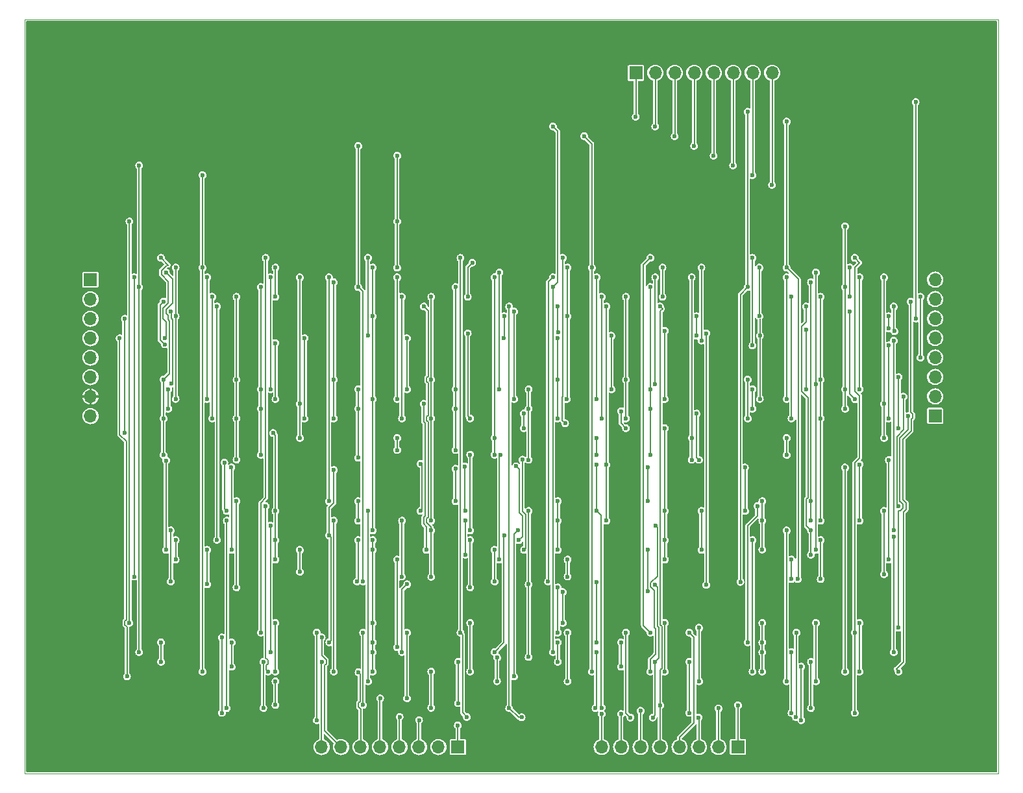
<source format=gbr>
%TF.GenerationSoftware,KiCad,Pcbnew,6.0.6*%
%TF.CreationDate,2022-09-03T22:52:37+02:00*%
%TF.ProjectId,fake8080c,66616b65-3830-4383-9063-2e6b69636164,rev?*%
%TF.SameCoordinates,Original*%
%TF.FileFunction,Copper,L2,Bot*%
%TF.FilePolarity,Positive*%
%FSLAX46Y46*%
G04 Gerber Fmt 4.6, Leading zero omitted, Abs format (unit mm)*
G04 Created by KiCad (PCBNEW 6.0.6) date 2022-09-03 22:52:37*
%MOMM*%
%LPD*%
G01*
G04 APERTURE LIST*
%TA.AperFunction,Profile*%
%ADD10C,0.100000*%
%TD*%
%TA.AperFunction,ComponentPad*%
%ADD11R,1.700000X1.700000*%
%TD*%
%TA.AperFunction,ComponentPad*%
%ADD12O,1.700000X1.700000*%
%TD*%
%TA.AperFunction,ViaPad*%
%ADD13C,0.600000*%
%TD*%
%TA.AperFunction,Conductor*%
%ADD14C,0.200000*%
%TD*%
G04 APERTURE END LIST*
D10*
X225425000Y-41275000D02*
X98425000Y-41275000D01*
X98425000Y-41275000D02*
X98425000Y-139700000D01*
X98425000Y-139700000D02*
X225425000Y-139700000D01*
X225425000Y-139700000D02*
X225425000Y-41275000D01*
D11*
%TO.P,J105,1,Pin_1*%
%TO.N,nCarry*%
X106997500Y-75247500D03*
D12*
%TO.P,J105,2,Pin_2*%
%TO.N,alu_shift_in*%
X106997500Y-77787500D03*
%TO.P,J105,3,Pin_3*%
%TO.N,alu_nCarry_out*%
X106997500Y-80327500D03*
%TO.P,J105,4,Pin_4*%
%TO.N,aluS_nZero*%
X106997500Y-82867500D03*
%TO.P,J105,5,Pin_5*%
%TO.N,unconnected-(J105-Pad5)*%
X106997500Y-85407500D03*
%TO.P,J105,6,Pin_6*%
%TO.N,unconnected-(J105-Pad6)*%
X106997500Y-87947500D03*
%TO.P,J105,7,Pin_7*%
%TO.N,VCC*%
X106997500Y-90487500D03*
%TO.P,J105,8,Pin_8*%
%TO.N,GND*%
X106997500Y-93027500D03*
%TD*%
D11*
%TO.P,J104,1,Pin_1*%
%TO.N,sel_neg*%
X217170000Y-93012500D03*
D12*
%TO.P,J104,2,Pin_2*%
%TO.N,sel_op1*%
X217170000Y-90472500D03*
%TO.P,J104,3,Pin_3*%
%TO.N,sel_op2*%
X217170000Y-87932500D03*
%TO.P,J104,4,Pin_4*%
%TO.N,shift*%
X217170000Y-85392500D03*
%TO.P,J104,5,Pin_5*%
%TO.N,forcenCarry*%
X217170000Y-82852500D03*
%TO.P,J104,6,Pin_6*%
%TO.N,nALU_Enable*%
X217170000Y-80312500D03*
%TO.P,J104,7,Pin_7*%
%TO.N,nZeroB*%
X217170000Y-77772500D03*
%TO.P,J104,8,Pin_8*%
%TO.N,unconnected-(J104-Pad8)*%
X217170000Y-75232500D03*
%TD*%
D11*
%TO.P,J103,1,Pin_1*%
%TO.N,alu0*%
X178132500Y-48260000D03*
D12*
%TO.P,J103,2,Pin_2*%
%TO.N,alu1*%
X180672500Y-48260000D03*
%TO.P,J103,3,Pin_3*%
%TO.N,alu2*%
X183212500Y-48260000D03*
%TO.P,J103,4,Pin_4*%
%TO.N,alu3*%
X185752500Y-48260000D03*
%TO.P,J103,5,Pin_5*%
%TO.N,alu4*%
X188292500Y-48260000D03*
%TO.P,J103,6,Pin_6*%
%TO.N,alu5*%
X190832500Y-48260000D03*
%TO.P,J103,7,Pin_7*%
%TO.N,alu6*%
X193372500Y-48260000D03*
%TO.P,J103,8,Pin_8*%
%TO.N,alu7*%
X195912500Y-48260000D03*
%TD*%
D11*
%TO.P,J102,1,Pin_1*%
%TO.N,X0*%
X154925000Y-136207500D03*
D12*
%TO.P,J102,2,Pin_2*%
%TO.N,X1*%
X152385000Y-136207500D03*
%TO.P,J102,3,Pin_3*%
%TO.N,X2*%
X149845000Y-136207500D03*
%TO.P,J102,4,Pin_4*%
%TO.N,X3*%
X147305000Y-136207500D03*
%TO.P,J102,5,Pin_5*%
%TO.N,X4*%
X144765000Y-136207500D03*
%TO.P,J102,6,Pin_6*%
%TO.N,X5*%
X142225000Y-136207500D03*
%TO.P,J102,7,Pin_7*%
%TO.N,X6*%
X139685000Y-136207500D03*
%TO.P,J102,8,Pin_8*%
%TO.N,X7*%
X137145000Y-136207500D03*
%TD*%
D11*
%TO.P,J101,1,Pin_1*%
%TO.N,A0*%
X191452500Y-136207500D03*
D12*
%TO.P,J101,2,Pin_2*%
%TO.N,A1*%
X188912500Y-136207500D03*
%TO.P,J101,3,Pin_3*%
%TO.N,A2*%
X186372500Y-136207500D03*
%TO.P,J101,4,Pin_4*%
%TO.N,A3*%
X183832500Y-136207500D03*
%TO.P,J101,5,Pin_5*%
%TO.N,A4*%
X181292500Y-136207500D03*
%TO.P,J101,6,Pin_6*%
%TO.N,A5*%
X178752500Y-136207500D03*
%TO.P,J101,7,Pin_7*%
%TO.N,A6*%
X176212500Y-136207500D03*
%TO.P,J101,8,Pin_8*%
%TO.N,A7*%
X173672500Y-136207500D03*
%TD*%
D13*
%TO.N,nZeroB*%
X213995000Y-78105000D03*
X212407500Y-126365000D03*
%TO.N,sel_neg*%
X213642000Y-93027500D03*
X212407500Y-120650000D03*
%TO.N,sel_op1*%
X213042500Y-90487500D03*
X212407500Y-104775000D03*
%TO.N,sel_op2*%
X212407500Y-87947500D03*
X212407500Y-94615000D03*
%TO.N,forcenCarry*%
X194310000Y-82550000D03*
%TO.N,nALU_Enable*%
X214630000Y-80327500D03*
X214630000Y-52070000D03*
%TO.N,shift*%
X215265000Y-85407500D03*
X215265000Y-77470000D03*
%TO.N,X1*%
X199707500Y-132715000D03*
X199707500Y-125730000D03*
%TO.N,X0*%
X154906396Y-133383605D03*
X199011982Y-132318535D03*
X199072500Y-121285000D03*
%TO.N,A0*%
X191452500Y-130763000D03*
X200977500Y-125095000D03*
X200977500Y-131127500D03*
%TO.N,A1*%
X188912500Y-131163000D03*
X206692500Y-131762500D03*
%TO.N,nZeroB*%
X201612500Y-120015000D03*
X201612500Y-127635000D03*
%TO.N,Net-(U111-Pad8)*%
X186372500Y-127635000D03*
X186372500Y-120650000D03*
%TO.N,Net-(U111-Pad3)*%
X176212500Y-125730000D03*
X176212500Y-122555000D03*
%TO.N,A3*%
X185102500Y-121285000D03*
%TO.N,A2*%
X186302000Y-132362000D03*
X180340000Y-132362500D03*
%TO.N,X2*%
X149860000Y-132692000D03*
X176847500Y-121285000D03*
X177442926Y-132362000D03*
%TO.N,X3*%
X147320000Y-132292000D03*
X185102500Y-125095000D03*
X185102500Y-131762500D03*
%TO.N,A6*%
X176212500Y-131892000D03*
X163232861Y-132329861D03*
%TO.N,A5*%
X178752500Y-131492000D03*
X156076828Y-132292000D03*
%TO.N,X5*%
X141958000Y-126459868D03*
%TO.N,X4*%
X144780000Y-129857500D03*
X148272500Y-129857500D03*
X148272500Y-121285000D03*
%TO.N,Net-(U113-Pad8)*%
X160020000Y-127635000D03*
X160060048Y-124540097D03*
%TO.N,A7*%
X173672500Y-131891503D03*
X136525000Y-121285000D03*
X136525000Y-132727000D03*
%TO.N,Net-(U115-Pad3)*%
X125412500Y-122555000D03*
X125412500Y-125730000D03*
%TO.N,Net-(U102-Pad11)*%
X172874244Y-131136627D03*
X124142500Y-121920000D03*
X173037500Y-123825000D03*
X124142500Y-131762500D03*
%TO.N,Net-(U115-Pad8)*%
X142557500Y-121285000D03*
X131127500Y-130728000D03*
X131127500Y-127635000D03*
X142557500Y-130728000D03*
%TO.N,X6*%
X137160000Y-121920000D03*
%TO.N,X7*%
X137160000Y-125095000D03*
%TO.N,Net-(U109-Pad11)*%
X211772500Y-123825000D03*
X211772500Y-108749503D03*
%TO.N,Net-(U109-Pad6)*%
X205422500Y-126365000D03*
X205422500Y-99742000D03*
%TO.N,Net-(U124-Pad5)*%
X179705000Y-115887500D03*
X202247500Y-109220000D03*
X179705000Y-110490000D03*
X202247500Y-114300000D03*
%TO.N,Net-(U111-Pad11)*%
X164147500Y-124460000D03*
%TO.N,Net-(U124-Pad2)*%
X186690000Y-105410000D03*
X186690000Y-110490000D03*
%TO.N,Net-(U111-Pad6)*%
X180022500Y-126365000D03*
X180693000Y-107315000D03*
%TO.N,Net-(U113-Pad6)*%
X162748000Y-107950000D03*
X162242500Y-127000000D03*
%TO.N,Net-(U105-Pad9)*%
X207327500Y-99342000D03*
X207327500Y-106680000D03*
X174307500Y-99377500D03*
%TO.N,Net-(U124-Pad13)*%
X210502500Y-105410000D03*
X134302500Y-113347500D03*
X134302500Y-110490000D03*
X210502500Y-113665000D03*
%TO.N,Net-(U133-Pad3)*%
X162523631Y-99578196D03*
X162877500Y-109220000D03*
X138747500Y-100072000D03*
%TO.N,sel_neg*%
X143827500Y-109220000D03*
%TO.N,Net-(U113-Pad11)*%
X159702500Y-123825000D03*
X160972500Y-108585000D03*
%TO.N,Net-(U113-Pad6)*%
X151447500Y-126365000D03*
X124777500Y-131127500D03*
X124777500Y-106680000D03*
X151447500Y-131092000D03*
%TO.N,Net-(U133-Pad3)*%
X138148000Y-122555000D03*
X138112500Y-108585000D03*
%TO.N,Net-(U127-Pad12)*%
X138747500Y-126365000D03*
X138747500Y-106680000D03*
%TO.N,Net-(U127-Pad2)*%
X198437500Y-131762500D03*
X173672500Y-131092000D03*
X198437500Y-123825000D03*
X173037500Y-105410000D03*
X124460000Y-99107000D03*
X173037500Y-99342000D03*
X124777500Y-105410000D03*
%TO.N,Net-(U125-Pad2)*%
X125375898Y-99731747D03*
X125412500Y-110490000D03*
X150048000Y-105410000D03*
X150048000Y-99272000D03*
%TO.N,Net-(U106-Pad3)*%
X154622500Y-99907000D03*
X163548000Y-110490000D03*
X154622500Y-104140000D03*
X163348786Y-98707000D03*
%TO.N,Net-(U111-Pad11)*%
X126047500Y-115382000D03*
X164147500Y-105410000D03*
X126047500Y-104140000D03*
X164147500Y-114982000D03*
%TO.N,Net-(U107-Pad9)*%
X155892500Y-106680000D03*
X155892500Y-111125000D03*
%TO.N,Net-(U125-Pad10)*%
X156527500Y-109220000D03*
X122237500Y-114982000D03*
X122237500Y-110490000D03*
X156527500Y-115382000D03*
%TO.N,Net-(U125-Pad13)*%
X116880048Y-98822597D03*
X155892500Y-105410000D03*
X116840000Y-110490000D03*
X155857000Y-99613958D03*
%TO.N,Net-(U128-Pad4)*%
X117475000Y-114617500D03*
X117475000Y-107950000D03*
X141922500Y-109220000D03*
X148309173Y-114982000D03*
X147637500Y-123825000D03*
X141757997Y-114617500D03*
%TO.N,Net-(U115-Pad11)*%
X130492500Y-123825000D03*
X130492500Y-107315000D03*
%TO.N,Net-(U110-Pad5)*%
X186372500Y-98742500D03*
X211137500Y-111760000D03*
X211137500Y-98742500D03*
X186055000Y-92710000D03*
%TO.N,Net-(U114-Pad5)*%
X126047500Y-98707000D03*
X160337500Y-111760000D03*
X160500756Y-98116627D03*
%TO.N,Net-(U112-Pad13)*%
X150812500Y-110490000D03*
X150448000Y-91440000D03*
%TO.N,aluS_nZero*%
X110807500Y-82867500D03*
X111760000Y-127000000D03*
%TO.N,alu_nCarry_out*%
X111478000Y-80327500D03*
X111442500Y-95250000D03*
%TO.N,A2*%
X187325000Y-115064500D03*
X211852597Y-81955048D03*
X211772500Y-78740000D03*
X187325000Y-82232500D03*
X180657500Y-125095000D03*
X180657500Y-115064500D03*
%TO.N,Net-(U101-Pad3)*%
X199237003Y-114300000D03*
X168592500Y-120015000D03*
X168592500Y-115981500D03*
%TO.N,Net-(U110-Pad13)*%
X211772500Y-107950000D03*
X211772500Y-83185000D03*
%TO.N,Net-(U101-Pad2)*%
X167957500Y-121285000D03*
X191770000Y-114664500D03*
X167957500Y-115382000D03*
%TO.N,A4*%
X154940000Y-125095000D03*
X181290691Y-130763000D03*
X181292500Y-78740000D03*
X154940000Y-130492500D03*
%TO.N,Net-(U104-Pad1)*%
X211137500Y-83820000D03*
X211137500Y-93345000D03*
X193357500Y-72390000D03*
X193357500Y-83820000D03*
%TO.N,Net-(U104-Pad6)*%
X206728000Y-90840500D03*
X206022000Y-79375000D03*
%TO.N,A3*%
X180022500Y-121285000D03*
X180022500Y-72390000D03*
%TO.N,Net-(U110-Pad3)*%
X180657500Y-74930000D03*
X180657500Y-88900000D03*
%TO.N,Net-(U110-Pad13)*%
X167957500Y-82867500D03*
X186690000Y-73660000D03*
X186690000Y-83185000D03*
%TO.N,Net-(U124-Pad9)*%
X198437500Y-114300000D03*
X167322500Y-74930000D03*
X198437500Y-111760000D03*
X166687500Y-114617500D03*
%TO.N,Net-(U110-Pad8)*%
X186055000Y-80010000D03*
X174942500Y-82550000D03*
X186055000Y-82550000D03*
X174942500Y-89535000D03*
%TO.N,Net-(U105-Pad6)*%
X181927500Y-81915000D03*
X167993000Y-82068786D03*
X181927500Y-90805000D03*
X167957500Y-78740000D03*
%TO.N,Net-(U101-Pad6)*%
X173037500Y-122555000D03*
X173038000Y-114664500D03*
X142557500Y-114617500D03*
%TO.N,Net-(U106-Pad9)*%
X151447500Y-114018000D03*
X169227500Y-111760000D03*
X169227500Y-113982500D03*
X151447500Y-107950000D03*
X150495000Y-78740000D03*
%TO.N,Net-(U106-Pad3)*%
X138112500Y-74930000D03*
X138112500Y-104140000D03*
%TO.N,Net-(U106-Pad6)*%
X162242500Y-90805000D03*
X162242500Y-79375000D03*
%TO.N,Net-(U106-Pad1)*%
X156527500Y-93345000D03*
X143192500Y-82550000D03*
X143192500Y-72390000D03*
X156210000Y-82232500D03*
%TO.N,nCarry*%
X205422500Y-68262500D03*
%TO.N,Net-(U126-Pad2)*%
X193992500Y-104775000D03*
X192722500Y-122555000D03*
%TO.N,sel_neg*%
X143827500Y-110490000D03*
%TO.N,A6*%
X129540000Y-125095000D03*
X161607500Y-131127500D03*
X161607500Y-78740000D03*
X129540000Y-131127500D03*
%TO.N,Net-(U112-Pad8)*%
X160972500Y-80010000D03*
X148272500Y-82867500D03*
X160937000Y-82867500D03*
X148272500Y-89535000D03*
%TO.N,Net-(U112-Pad12)*%
X159702500Y-98072000D03*
X141922500Y-98472000D03*
%TO.N,Net-(U110-Pad4)*%
X180022500Y-98107500D03*
X197802500Y-95885000D03*
X197802500Y-98107500D03*
%TO.N,Net-(U112-Pad4)*%
X154622500Y-97472500D03*
X173037500Y-95885000D03*
X173037500Y-98107500D03*
%TO.N,Net-(U114-Pad4)*%
X129222500Y-98107500D03*
X147002500Y-95885000D03*
X147002500Y-97472500D03*
%TO.N,Net-(U101-Pad7)*%
X112077500Y-120015000D03*
X112077500Y-67627500D03*
X147002500Y-67627500D03*
%TO.N,Net-(U114-Pad13)*%
X156527500Y-107950000D03*
X116522500Y-98107500D03*
X156527500Y-98072000D03*
%TO.N,forcenCarry*%
X143827500Y-107950000D03*
%TO.N,Net-(U110-Pad12)*%
X185420000Y-98742500D03*
X164147500Y-98742500D03*
%TO.N,Net-(U119-Pad6)*%
X163512500Y-94615000D03*
%TO.N,Net-(U109-Pad6)*%
X192405000Y-105410000D03*
X179705000Y-99742000D03*
X179705000Y-104140000D03*
X192369500Y-99742000D03*
%TO.N,Net-(U104-Pad9)*%
X200342500Y-78740000D03*
X200977500Y-107950000D03*
X200977500Y-111125000D03*
%TO.N,Net-(U114-Pad12)*%
X134302500Y-91440000D03*
%TO.N,Net-(U107-Pad9)*%
X123507500Y-109184500D03*
X123507500Y-78740000D03*
%TO.N,Net-(U107-Pad6)*%
X116710500Y-83667003D03*
X131127500Y-90805000D03*
X131127500Y-83502500D03*
X116502731Y-78085231D03*
%TO.N,Net-(U112-Pad13)*%
X138747500Y-75565000D03*
%TO.N,Net-(U114-Pad3)*%
X130492500Y-89535000D03*
X130492500Y-74930000D03*
%TO.N,A7*%
X129222500Y-121285000D03*
X129857500Y-72390000D03*
%TO.N,Net-(U114-Pad8)*%
X117510500Y-88817647D03*
X117475000Y-79375000D03*
%TO.N,Net-(U114-Pad13)*%
X116840000Y-74295000D03*
%TO.N,Net-(U115-Pad6)*%
X130175000Y-126365000D03*
X129857500Y-104775000D03*
%TO.N,Net-(U108-Pad13)*%
X201612500Y-88900000D03*
%TO.N,A5*%
X155257500Y-121285000D03*
X155257500Y-72390000D03*
%TO.N,Net-(U112-Pad3)*%
X160302000Y-89535000D03*
X160337500Y-74295000D03*
%TO.N,Net-(U107-Pad3)*%
X159702500Y-114617500D03*
X159702500Y-110490000D03*
X112712500Y-113982500D03*
X147637500Y-106680000D03*
X112712500Y-74930000D03*
X147602000Y-113982500D03*
%TO.N,Net-(U107-Pad1)*%
X116710500Y-82867500D03*
X134902000Y-93345000D03*
X116205000Y-72390000D03*
X134937500Y-82867500D03*
%TO.N,Net-(U101-Pad2)*%
X192722500Y-76200000D03*
X192722500Y-53340000D03*
%TO.N,Net-(U101-Pad3)*%
X197802500Y-73660000D03*
X197802500Y-54610000D03*
%TO.N,Net-(U101-Pad4)*%
X167322500Y-55245000D03*
%TO.N,Net-(U101-Pad5)*%
X171400500Y-56515000D03*
%TO.N,Net-(U101-Pad6)*%
X141922500Y-76200000D03*
X141922500Y-57785000D03*
%TO.N,Net-(U101-Pad7)*%
X147002500Y-73660000D03*
X147002500Y-59055000D03*
%TO.N,Net-(U101-Pad8)*%
X113347500Y-60325000D03*
%TO.N,Net-(U101-Pad9)*%
X121602500Y-61595000D03*
%TO.N,alu7*%
X195897500Y-62865000D03*
%TO.N,alu6*%
X193357500Y-61595000D03*
%TO.N,alu5*%
X190817500Y-60325000D03*
%TO.N,alu4*%
X188277500Y-59055000D03*
%TO.N,alu3*%
X185737500Y-57785000D03*
%TO.N,alu2*%
X183197500Y-56515000D03*
%TO.N,alu1*%
X180657500Y-55245000D03*
%TO.N,alu0*%
X178117500Y-53975000D03*
%TO.N,VCC*%
X173102500Y-50482500D03*
%TO.N,Net-(U108-Pad8)*%
X200342500Y-81785500D03*
X211137500Y-80010000D03*
X200342500Y-89535000D03*
X211137500Y-81597500D03*
%TO.N,Net-(U108-Pad12)*%
X210502500Y-91440000D03*
X193357500Y-92075000D03*
X193357500Y-89535000D03*
%TO.N,Net-(U104-Pad3)*%
X200977500Y-106680000D03*
X200977500Y-75565000D03*
X200977500Y-104140000D03*
%TO.N,A1*%
X206692500Y-121285000D03*
X206692500Y-72390000D03*
%TO.N,Net-(U108-Pad3)*%
X207327500Y-89535000D03*
X207327500Y-74930000D03*
%TO.N,nZeroB*%
X207327500Y-126365000D03*
X207327500Y-120015000D03*
X181927500Y-126365000D03*
X181927500Y-120015000D03*
X156527500Y-126365000D03*
X156527500Y-120015000D03*
X131127500Y-126365000D03*
X131127500Y-120015000D03*
%TO.N,Net-(U133-Pad8)*%
X143192500Y-105410000D03*
X143192500Y-127635000D03*
%TO.N,sel_neg*%
X143827500Y-126365000D03*
X143827500Y-123825000D03*
X143827500Y-122555000D03*
X143827500Y-120015000D03*
X194627500Y-123825000D03*
X194627500Y-120015000D03*
X194627500Y-122555000D03*
X194627500Y-126365000D03*
%TO.N,Net-(U126-Pad12)*%
X197802500Y-127635000D03*
X197802500Y-107950000D03*
%TO.N,Net-(U108-Pad13)*%
X201612500Y-74295000D03*
X201612500Y-110490000D03*
X192722500Y-88265000D03*
X192722500Y-93345000D03*
%TO.N,Net-(U118-Pad6)*%
X176847500Y-94615000D03*
X176212500Y-92392500D03*
%TO.N,Net-(U112-Pad12)*%
X141922500Y-89535000D03*
X141922500Y-92075000D03*
%TO.N,Net-(U112-Pad13)*%
X138747500Y-88265000D03*
X138747500Y-93345000D03*
%TO.N,Net-(U107-Pad10)*%
X122872500Y-77470000D03*
X122872500Y-93345000D03*
%TO.N,Net-(U114-Pad12)*%
X117157500Y-89535000D03*
X117157500Y-92075000D03*
%TO.N,Net-(U114-Pad13)*%
X116522500Y-88265000D03*
X116522500Y-93345000D03*
%TO.N,Net-(U119-Pad6)*%
X163512500Y-92710000D03*
%TO.N,Net-(U118-Pad10)*%
X168592500Y-72390000D03*
X168910000Y-93980000D03*
%TO.N,sel_op2*%
X118110000Y-111760000D03*
X118110000Y-109220000D03*
X131127500Y-111760000D03*
X131127500Y-109220000D03*
X131127500Y-105410000D03*
X130810000Y-95250000D03*
X181927500Y-111760000D03*
X181927500Y-109220000D03*
X181927500Y-105410000D03*
X181927500Y-94615000D03*
%TO.N,Net-(U109-Pad4)*%
X147002500Y-123190000D03*
X147002500Y-111760000D03*
%TO.N,Net-(U126-Pad4)*%
X193357500Y-126365000D03*
X193357500Y-109220000D03*
%TO.N,Net-(U104-Pad10)*%
X198437500Y-93345000D03*
X198437500Y-77470000D03*
%TO.N,sel_op1*%
X141922500Y-106680000D03*
X141922500Y-104140000D03*
X167957500Y-106680000D03*
X167957500Y-110490000D03*
X167957500Y-104140000D03*
X194627500Y-106680000D03*
X194627500Y-110454500D03*
X194627500Y-104140000D03*
%TO.N,Net-(U102-Pad3)*%
X167957500Y-122555000D03*
X167957500Y-125095000D03*
%TO.N,Net-(U108-Pad5)*%
X202247500Y-88265000D03*
X202247500Y-93345000D03*
X202247500Y-106680000D03*
X202247500Y-77470000D03*
%TO.N,Net-(U108-Pad12)*%
X210502500Y-95885000D03*
X210502500Y-74930000D03*
%TO.N,nCarry*%
X205422500Y-89535000D03*
X205422500Y-92075000D03*
X205422500Y-76200000D03*
%TO.N,Net-(U104-Pad12)*%
X197802500Y-90805000D03*
X197802500Y-74930000D03*
%TO.N,Net-(U105-Pad9)*%
X174307500Y-106680000D03*
X174307500Y-78740000D03*
%TO.N,Net-(U105-Pad10)*%
X173672500Y-93345000D03*
X173672500Y-77470000D03*
%TO.N,Net-(U110-Pad12)*%
X164147500Y-89535000D03*
X164147500Y-92075000D03*
%TO.N,Net-(U110-Pad5)*%
X176847500Y-88265000D03*
X176847500Y-93345000D03*
X176847500Y-77470000D03*
%TO.N,Net-(U110-Pad13)*%
X167957500Y-88265000D03*
X167922000Y-93345000D03*
%TO.N,Net-(U110-Pad12)*%
X185420000Y-95885000D03*
X185420000Y-74930000D03*
%TO.N,Net-(U110-Pad4)*%
X180022500Y-89535000D03*
X180022500Y-92075000D03*
X180022500Y-76200000D03*
%TO.N,Net-(U105-Pad12)*%
X173037500Y-90805000D03*
X173037500Y-74930000D03*
%TO.N,Net-(U102-Pad8)*%
X169227500Y-121285000D03*
X169227500Y-127635000D03*
%TO.N,Net-(U101-Pad5)*%
X172402500Y-126365000D03*
X172402500Y-73660000D03*
%TO.N,Net-(U101-Pad4)*%
X167322500Y-123825000D03*
X167322500Y-76200000D03*
%TO.N,Net-(U112-Pad5)*%
X151447500Y-106680000D03*
X151447500Y-88265000D03*
X151447500Y-93345000D03*
X151447500Y-77470000D03*
%TO.N,Net-(U114-Pad5)*%
X126047500Y-88265000D03*
X126047500Y-93345000D03*
X126047500Y-77470000D03*
%TO.N,Net-(U112-Pad4)*%
X154622500Y-89535000D03*
X154622500Y-92075000D03*
X154622500Y-76200000D03*
%TO.N,Net-(U114-Pad4)*%
X129222500Y-92075000D03*
X129222500Y-89535000D03*
X129222500Y-76200000D03*
%TO.N,Net-(U112-Pad12)*%
X159702500Y-95885000D03*
X159702500Y-74930000D03*
%TO.N,Net-(U106-Pad10)*%
X147637500Y-93345000D03*
X147602000Y-77470000D03*
%TO.N,Net-(U107-Pad12)*%
X122202000Y-90805000D03*
X122237500Y-74930000D03*
%TO.N,Net-(U114-Pad12)*%
X134302500Y-95885000D03*
X134302500Y-74930000D03*
%TO.N,Net-(U106-Pad12)*%
X147002500Y-90805000D03*
X147002500Y-74930000D03*
%TO.N,shift*%
X156210000Y-77470000D03*
X156792998Y-73025000D03*
X181610000Y-77470000D03*
X181610000Y-73660000D03*
X206057500Y-73660000D03*
X206057500Y-77470000D03*
X131127500Y-77470000D03*
X131127500Y-73660000D03*
%TO.N,Net-(U103-Pad3)*%
X116205000Y-122555000D03*
X116205000Y-125095000D03*
%TO.N,Net-(U101-Pad8)*%
X113347500Y-123825000D03*
X113347500Y-76200000D03*
%TO.N,Net-(U101-Pad9)*%
X121602500Y-126365000D03*
X121602500Y-73660000D03*
%TO.N,VCC*%
X145480000Y-118745000D03*
X132780000Y-119062500D03*
X120080000Y-119062500D03*
X120080000Y-103187500D03*
X132780000Y-103187500D03*
X145480000Y-103187500D03*
X158497500Y-119062500D03*
X170880000Y-119062500D03*
X183262500Y-119062500D03*
X196280000Y-119062500D03*
X208980000Y-119062500D03*
X158180000Y-103187500D03*
X170880000Y-103187500D03*
X183580000Y-103187500D03*
X196280000Y-103187500D03*
X208980000Y-103187500D03*
X208980000Y-87312500D03*
X196280000Y-87312500D03*
X183580000Y-87312500D03*
X170880000Y-87312500D03*
X158180000Y-87312500D03*
X145480000Y-87312500D03*
X132780000Y-87312500D03*
X120080000Y-87312500D03*
X120080000Y-71437500D03*
X132780000Y-71437500D03*
X145480000Y-71437500D03*
X158180000Y-71437500D03*
X170880000Y-71437500D03*
X183515000Y-71437500D03*
X196150000Y-71437500D03*
X208850000Y-71437500D03*
%TO.N,forcenCarry*%
X118110000Y-80010000D03*
X118110000Y-73660000D03*
X118110000Y-90805000D03*
X143827500Y-80010000D03*
X143827500Y-73660000D03*
X143827500Y-90805000D03*
X169227500Y-80010000D03*
X169227500Y-73660000D03*
X169138604Y-90805000D03*
X194310000Y-90805000D03*
X194245000Y-80010000D03*
X194245000Y-73660000D03*
%TD*%
D14*
%TO.N,A4*%
X181610000Y-79057500D02*
X181292500Y-78740000D01*
X181290691Y-130763000D02*
X181292500Y-130764809D01*
X181292500Y-130764809D02*
X181292500Y-136207500D01*
X181292500Y-126151471D02*
X181527500Y-125916471D01*
X181290691Y-130763000D02*
X181292500Y-130761191D01*
X181292500Y-130761191D02*
X181292500Y-126151471D01*
X181527500Y-125916471D02*
X181527500Y-120463529D01*
X181527500Y-120463529D02*
X181327500Y-120263529D01*
X181327500Y-120263529D02*
X181327500Y-79340000D01*
X181327500Y-79340000D02*
X181610000Y-79057500D01*
%TO.N,A2*%
X180340000Y-132362500D02*
X180657500Y-132045000D01*
X180657500Y-132045000D02*
X180657500Y-125095000D01*
%TO.N,Net-(U105-Pad6)*%
X167993000Y-82068786D02*
X167957500Y-82033286D01*
X167957500Y-82033286D02*
X167957500Y-78740000D01*
%TO.N,Net-(U110-Pad13)*%
X167957500Y-88265000D02*
X167957500Y-82867500D01*
%TO.N,Net-(U106-Pad1)*%
X143192500Y-72390000D02*
X143192500Y-82550000D01*
X156210000Y-82232500D02*
X156210000Y-93027500D01*
X156210000Y-93027500D02*
X156527500Y-93345000D01*
%TO.N,Net-(U112-Pad8)*%
X160937000Y-82867500D02*
X160972500Y-82832000D01*
X160972500Y-82832000D02*
X160972500Y-80010000D01*
X148272500Y-89535000D02*
X148272500Y-82867500D01*
%TO.N,nZeroB*%
X212407500Y-126365000D02*
X212090000Y-126047500D01*
X212090000Y-126047500D02*
X213042500Y-125095000D01*
X213042500Y-125095000D02*
X213042500Y-105554215D01*
X213042500Y-105554215D02*
X213407500Y-105189215D01*
X213407500Y-105189215D02*
X213407500Y-104360785D01*
X214242000Y-92778971D02*
X213995000Y-92531971D01*
X213407500Y-104360785D02*
X212972500Y-103925785D01*
X212972500Y-103925785D02*
X212972500Y-96029901D01*
X212972500Y-96029901D02*
X214042000Y-94960401D01*
X214042000Y-94960401D02*
X214042000Y-93476029D01*
X214042000Y-93476029D02*
X214242000Y-93276029D01*
X214242000Y-93276029D02*
X214242000Y-92778971D01*
X213995000Y-92531971D02*
X213995000Y-78105000D01*
%TO.N,sel_neg*%
X213642000Y-93027500D02*
X213642000Y-94794715D01*
X213642000Y-94794715D02*
X212572500Y-95864215D01*
X212407500Y-105375000D02*
X212407500Y-120650000D01*
X212572500Y-95864215D02*
X212572500Y-104175000D01*
X212572500Y-104175000D02*
X212656029Y-104175000D01*
X212656029Y-104175000D02*
X213007500Y-104526471D01*
X213007500Y-104526471D02*
X213007500Y-105023529D01*
X213007500Y-105023529D02*
X212656029Y-105375000D01*
X212656029Y-105375000D02*
X212407500Y-105375000D01*
%TO.N,sel_op1*%
X212407500Y-104775000D02*
X212172500Y-104540000D01*
X212172500Y-104540000D02*
X212172500Y-95698529D01*
X212172500Y-95698529D02*
X213042500Y-94828529D01*
X213042500Y-94828529D02*
X213042500Y-90487500D01*
%TO.N,sel_op2*%
X212407500Y-94615000D02*
X212407500Y-87947500D01*
%TO.N,Net-(U108-Pad8)*%
X200342500Y-89535000D02*
X200342500Y-81785500D01*
%TO.N,A2*%
X211772500Y-78740000D02*
X211772500Y-81874951D01*
X211772500Y-81874951D02*
X211852597Y-81955048D01*
%TO.N,forcenCarry*%
X194310000Y-82550000D02*
X194310000Y-90805000D01*
%TO.N,Net-(U104-Pad6)*%
X206728000Y-90840500D02*
X206022000Y-90134500D01*
X206022000Y-90134500D02*
X206022000Y-79375000D01*
%TO.N,A1*%
X206692500Y-72390000D02*
X207327500Y-73025000D01*
X207327500Y-73025000D02*
X206727500Y-73625000D01*
X206692500Y-99128471D02*
X206692500Y-121285000D01*
X206727500Y-73625000D02*
X206727500Y-89783529D01*
X206727500Y-89783529D02*
X207327500Y-90383529D01*
X207327500Y-90383529D02*
X207327500Y-98493471D01*
X207327500Y-98493471D02*
X206692500Y-99128471D01*
%TO.N,nALU_Enable*%
X214630000Y-52070000D02*
X214630000Y-80327500D01*
%TO.N,shift*%
X215265000Y-77470000D02*
X215265000Y-85407500D01*
%TO.N,X1*%
X199707500Y-125730000D02*
X199707500Y-132715000D01*
%TO.N,nZeroB*%
X201612500Y-127635000D02*
X201612500Y-120015000D01*
%TO.N,X0*%
X154906396Y-133383605D02*
X154925000Y-133402209D01*
X154925000Y-133402209D02*
X154925000Y-136207500D01*
X199072500Y-132258017D02*
X199011982Y-132318535D01*
X199072500Y-121285000D02*
X199072500Y-132258017D01*
%TO.N,A2*%
X186302000Y-132362000D02*
X186372500Y-132432500D01*
X186372500Y-132432500D02*
X186372500Y-136207500D01*
%TO.N,A1*%
X206692500Y-121285000D02*
X206692500Y-131762500D01*
%TO.N,A0*%
X200977500Y-131127500D02*
X200977500Y-125095000D01*
X191452500Y-130763000D02*
X191452500Y-136207500D01*
%TO.N,A1*%
X188912500Y-131163000D02*
X188912500Y-136207500D01*
%TO.N,Net-(U127-Pad2)*%
X198437500Y-131762500D02*
X198437500Y-123825000D01*
%TO.N,Net-(U111-Pad8)*%
X186372500Y-127635000D02*
X186372500Y-120650000D01*
%TO.N,Net-(U111-Pad3)*%
X176212500Y-122555000D02*
X176212500Y-125730000D01*
%TO.N,A3*%
X185102500Y-121285000D02*
X185702500Y-121885000D01*
X185702500Y-121885000D02*
X185702500Y-133067500D01*
X185702500Y-133067500D02*
X183832500Y-134937500D01*
X183832500Y-134937500D02*
X183832500Y-136207500D01*
%TO.N,X2*%
X176847500Y-121285000D02*
X176847500Y-131766574D01*
X176847500Y-131766574D02*
X177442926Y-132362000D01*
X149860000Y-132692000D02*
X149845000Y-132707000D01*
X149845000Y-132707000D02*
X149845000Y-136207500D01*
%TO.N,X3*%
X147320000Y-132292000D02*
X147305000Y-132307000D01*
X147305000Y-132307000D02*
X147305000Y-136207500D01*
X185102500Y-125095000D02*
X185102500Y-131762500D01*
%TO.N,A6*%
X161607500Y-131127500D02*
X162809861Y-132329861D01*
X162809861Y-132329861D02*
X163232861Y-132329861D01*
X176212500Y-131892000D02*
X176212500Y-136207500D01*
%TO.N,A5*%
X178752500Y-131492000D02*
X178752500Y-136207500D01*
X155257500Y-121285000D02*
X155540000Y-121567500D01*
X155540000Y-121567500D02*
X155540000Y-131755172D01*
X155540000Y-131755172D02*
X156076828Y-132292000D01*
%TO.N,X5*%
X141958000Y-126459868D02*
X142157500Y-126659368D01*
X142157500Y-126659368D02*
X142157500Y-130279471D01*
X142240000Y-136192500D02*
X142225000Y-136207500D01*
X142157500Y-130279471D02*
X141957500Y-130479471D01*
X141957500Y-130479471D02*
X141957500Y-130976529D01*
X141957500Y-130976529D02*
X142240000Y-131259029D01*
X142240000Y-131259029D02*
X142240000Y-136192500D01*
%TO.N,X4*%
X144780000Y-129857500D02*
X144765000Y-129872500D01*
X144765000Y-129872500D02*
X144765000Y-136207500D01*
X148272500Y-121285000D02*
X148272500Y-129857500D01*
%TO.N,Net-(U113-Pad6)*%
X151447500Y-131092000D02*
X151447500Y-126365000D01*
%TO.N,Net-(U113-Pad8)*%
X160020000Y-124580145D02*
X160020000Y-127635000D01*
X160060048Y-124540097D02*
X160020000Y-124580145D01*
%TO.N,Net-(U128-Pad4)*%
X147637500Y-123825000D02*
X147637500Y-115653673D01*
X147637500Y-115653673D02*
X148309173Y-114982000D01*
%TO.N,A7*%
X173672500Y-131891503D02*
X173672500Y-136207500D01*
%TO.N,Net-(U102-Pad11)*%
X173002500Y-123860000D02*
X173037500Y-123825000D01*
X173002500Y-131008371D02*
X173002500Y-123860000D01*
X172874244Y-131136627D02*
X173002500Y-131008371D01*
%TO.N,A7*%
X136525000Y-121285000D02*
X136525000Y-132727000D01*
%TO.N,Net-(U115-Pad3)*%
X125412500Y-122555000D02*
X125412500Y-125730000D01*
%TO.N,Net-(U102-Pad11)*%
X124142500Y-121920000D02*
X124142500Y-131762500D01*
%TO.N,Net-(U115-Pad8)*%
X142557500Y-130728000D02*
X142557500Y-121285000D01*
X131127500Y-127635000D02*
X131127500Y-130728000D01*
%TO.N,X6*%
X137160000Y-121920000D02*
X137160000Y-124246471D01*
X137160000Y-124246471D02*
X137760000Y-124846471D01*
X137760000Y-124846471D02*
X137760000Y-125343529D01*
X137760000Y-125343529D02*
X137545000Y-125558529D01*
X137545000Y-125558529D02*
X137545000Y-134067500D01*
X137545000Y-134067500D02*
X139685000Y-136207500D01*
%TO.N,X7*%
X137160000Y-125095000D02*
X137145000Y-125110000D01*
X137145000Y-125110000D02*
X137145000Y-136207500D01*
%TO.N,Net-(U109-Pad11)*%
X211772500Y-108749503D02*
X211772500Y-123825000D01*
%TO.N,Net-(U109-Pad6)*%
X205422500Y-99742000D02*
X205422500Y-126365000D01*
X192369500Y-99742000D02*
X192405000Y-99777500D01*
X192405000Y-99777500D02*
X192405000Y-105410000D01*
X179705000Y-104140000D02*
X179705000Y-99742000D01*
%TO.N,Net-(U105-Pad9)*%
X207327500Y-106680000D02*
X207327500Y-99342000D01*
X174307500Y-78740000D02*
X174307500Y-99377500D01*
X174307500Y-99377500D02*
X174307500Y-106680000D01*
%TO.N,Net-(U124-Pad5)*%
X179657500Y-110537500D02*
X179657500Y-115840000D01*
X179705000Y-110490000D02*
X179657500Y-110537500D01*
X179657500Y-115840000D02*
X179705000Y-115887500D01*
X202247500Y-114300000D02*
X202247500Y-109220000D01*
%TO.N,Net-(U111-Pad11)*%
X164147500Y-124460000D02*
X164147500Y-114982000D01*
%TO.N,Net-(U126-Pad2)*%
X193992500Y-104775000D02*
X193992500Y-106045000D01*
X193992500Y-106045000D02*
X192722500Y-107315000D01*
X192722500Y-107315000D02*
X192722500Y-122555000D01*
%TO.N,sel_op1*%
X194627500Y-106680000D02*
X194627500Y-110454500D01*
X194627500Y-104140000D02*
X194627500Y-106680000D01*
%TO.N,Net-(U124-Pad2)*%
X186690000Y-110490000D02*
X186690000Y-105410000D01*
%TO.N,Net-(U111-Pad6)*%
X180693000Y-107315000D02*
X180927500Y-107549500D01*
X180927500Y-113945971D02*
X180057500Y-114815971D01*
X180927500Y-107549500D02*
X180927500Y-113945971D01*
X180057500Y-114815971D02*
X180057500Y-115313029D01*
X180527500Y-120594901D02*
X180727500Y-120794901D01*
X180057500Y-115313029D02*
X180527500Y-115783029D01*
X180527500Y-115783029D02*
X180527500Y-120594901D01*
X180727500Y-120794901D02*
X180727500Y-124072500D01*
X180727500Y-124072500D02*
X180022500Y-124777500D01*
X180022500Y-124777500D02*
X180022500Y-126365000D01*
%TO.N,A2*%
X180657500Y-115064500D02*
X180927500Y-115334500D01*
X181127500Y-124625000D02*
X180657500Y-125095000D01*
X180927500Y-115334500D02*
X180927500Y-120429215D01*
X180927500Y-120429215D02*
X181127500Y-120629215D01*
X181127500Y-120629215D02*
X181127500Y-124625000D01*
%TO.N,Net-(U101-Pad3)*%
X199342500Y-114194503D02*
X199342500Y-75200000D01*
X199237003Y-114300000D02*
X199342500Y-114194503D01*
X199342500Y-75200000D02*
X197802500Y-73660000D01*
%TO.N,Net-(U101-Pad2)*%
X191770000Y-114664500D02*
X191770000Y-77152500D01*
X191770000Y-77152500D02*
X192722500Y-76200000D01*
%TO.N,A2*%
X187325000Y-82232500D02*
X187325000Y-115064500D01*
%TO.N,Net-(U101-Pad3)*%
X168592500Y-115981500D02*
X168592500Y-120015000D01*
%TO.N,Net-(U101-Pad2)*%
X167957500Y-115382000D02*
X167957500Y-121285000D01*
%TO.N,Net-(U101-Pad6)*%
X173037500Y-114665000D02*
X173038000Y-114664500D01*
X173037500Y-122555000D02*
X173037500Y-114665000D01*
%TO.N,Net-(U124-Pad9)*%
X198437500Y-114300000D02*
X198437500Y-111760000D01*
%TO.N,Net-(U124-Pad13)*%
X210502500Y-113665000D02*
X210502500Y-105410000D01*
%TO.N,Net-(U113-Pad6)*%
X162748000Y-107950000D02*
X162242500Y-108455500D01*
X162242500Y-108455500D02*
X162242500Y-127000000D01*
%TO.N,Net-(U133-Pad3)*%
X162877500Y-109220000D02*
X163347500Y-108750000D01*
X163347500Y-108750000D02*
X163347500Y-106024215D01*
X163347500Y-106024215D02*
X162948786Y-105625500D01*
X162948786Y-100003351D02*
X162523631Y-99578196D01*
X162948786Y-105625500D02*
X162948786Y-100003351D01*
%TO.N,Net-(U106-Pad3)*%
X163348786Y-98707000D02*
X163348786Y-105459815D01*
X163348786Y-105459815D02*
X163747500Y-105858529D01*
X163747500Y-105858529D02*
X163747500Y-110290500D01*
X163747500Y-110290500D02*
X163548000Y-110490000D01*
%TO.N,Net-(U124-Pad13)*%
X134302500Y-110490000D02*
X134302500Y-113347500D01*
%TO.N,Net-(U133-Pad3)*%
X138747500Y-104353529D02*
X138112500Y-104988529D01*
X138747500Y-100072000D02*
X138747500Y-104353529D01*
X138112500Y-104988529D02*
X138112500Y-108585000D01*
%TO.N,Net-(U125-Pad2)*%
X150247500Y-105210500D02*
X150048000Y-105410000D01*
X150247500Y-99471500D02*
X150247500Y-105210500D01*
X150048000Y-99272000D02*
X150247500Y-99471500D01*
%TO.N,Net-(U112-Pad12)*%
X141922500Y-92075000D02*
X141922500Y-98472000D01*
%TO.N,Net-(U114-Pad4)*%
X147002500Y-95885000D02*
X147002500Y-97472500D01*
%TO.N,Net-(U106-Pad3)*%
X154622500Y-104140000D02*
X154622500Y-99907000D01*
%TO.N,Net-(U125-Pad13)*%
X155857000Y-99613958D02*
X155857000Y-105374500D01*
X155857000Y-105374500D02*
X155892500Y-105410000D01*
%TO.N,Net-(U114-Pad5)*%
X160337500Y-98279883D02*
X160337500Y-111760000D01*
X160500756Y-98116627D02*
X160337500Y-98279883D01*
%TO.N,Net-(U112-Pad12)*%
X159702500Y-98072000D02*
X159702500Y-95885000D01*
%TO.N,Net-(U114-Pad13)*%
X156527500Y-107950000D02*
X156527500Y-98072000D01*
%TO.N,Net-(U112-Pad4)*%
X154622500Y-97472500D02*
X154622500Y-92075000D01*
%TO.N,sel_neg*%
X143827500Y-109220000D02*
X143827500Y-110490000D01*
%TO.N,Net-(U113-Pad11)*%
X160937500Y-108620000D02*
X160972500Y-108585000D01*
X159702500Y-123825000D02*
X160937500Y-122590000D01*
X160937500Y-122590000D02*
X160937500Y-108620000D01*
%TO.N,Net-(U113-Pad6)*%
X124777500Y-106680000D02*
X124777500Y-131127500D01*
%TO.N,Net-(U133-Pad3)*%
X138347500Y-122355500D02*
X138148000Y-122555000D01*
X138347500Y-121602500D02*
X138347500Y-122355500D01*
X138112500Y-108585000D02*
X138347500Y-108820000D01*
X138347500Y-108820000D02*
X138347500Y-121602500D01*
%TO.N,Net-(U127-Pad12)*%
X138747500Y-106680000D02*
X138747500Y-126365000D01*
%TO.N,Net-(U127-Pad2)*%
X173037500Y-105410000D02*
X173637500Y-106010000D01*
X173637500Y-106010000D02*
X173637500Y-131057000D01*
X173637500Y-131057000D02*
X173672500Y-131092000D01*
X124460000Y-105092500D02*
X124460000Y-99107000D01*
X173037500Y-99342000D02*
X173037500Y-105410000D01*
X124777500Y-105410000D02*
X124460000Y-105092500D01*
%TO.N,Net-(U125-Pad2)*%
X125412500Y-99768349D02*
X125375898Y-99731747D01*
X125412500Y-110490000D02*
X125412500Y-99768349D01*
%TO.N,Net-(U111-Pad11)*%
X164147500Y-114982000D02*
X164147500Y-105410000D01*
X126047500Y-104140000D02*
X126047500Y-115382000D01*
%TO.N,Net-(U107-Pad9)*%
X155892500Y-111125000D02*
X155892500Y-106680000D01*
%TO.N,Net-(U125-Pad10)*%
X156527500Y-115382000D02*
X156527500Y-109220000D01*
X122237500Y-110490000D02*
X122237500Y-114982000D01*
%TO.N,Net-(U128-Pad4)*%
X141757997Y-114617500D02*
X141922500Y-114452997D01*
X141922500Y-114452997D02*
X141922500Y-109220000D01*
X117475000Y-107950000D02*
X117475000Y-114617500D01*
%TO.N,Net-(U101-Pad6)*%
X142557500Y-114617500D02*
X142522500Y-114582500D01*
X142522500Y-114582500D02*
X142522500Y-76800000D01*
X142522500Y-76800000D02*
X141922500Y-76200000D01*
%TO.N,Net-(U107-Pad3)*%
X112712500Y-74930000D02*
X112712500Y-113982500D01*
X147602000Y-113982500D02*
X147602000Y-106715500D01*
X147602000Y-106715500D02*
X147637500Y-106680000D01*
%TO.N,Net-(U125-Pad13)*%
X116840000Y-98862645D02*
X116880048Y-98822597D01*
X116840000Y-110490000D02*
X116840000Y-98862645D01*
%TO.N,Net-(U115-Pad11)*%
X130492500Y-120650000D02*
X130492500Y-123825000D01*
%TO.N,Net-(U115-Pad6)*%
X130175000Y-126365000D02*
X129940000Y-126130000D01*
X129940000Y-126130000D02*
X129940000Y-125543529D01*
X129940000Y-125543529D02*
X130140000Y-125343529D01*
X129857500Y-124563971D02*
X129857500Y-104775000D01*
X130140000Y-125343529D02*
X130140000Y-124846471D01*
X130140000Y-124846471D02*
X129857500Y-124563971D01*
%TO.N,A7*%
X129222500Y-121285000D02*
X129222500Y-104350735D01*
X129857500Y-103715735D02*
X129857500Y-72390000D01*
X129222500Y-104350735D02*
X129857500Y-103715735D01*
%TO.N,Net-(U115-Pad11)*%
X130492500Y-107315000D02*
X130492500Y-120650000D01*
%TO.N,Net-(U110-Pad5)*%
X186055000Y-98425000D02*
X186372500Y-98742500D01*
X186055000Y-92710000D02*
X186055000Y-98425000D01*
X211137500Y-98742500D02*
X211137500Y-111760000D01*
%TO.N,Net-(U114-Pad5)*%
X126047500Y-93345000D02*
X126047500Y-98707000D01*
%TO.N,Net-(U114-Pad13)*%
X116522500Y-98107500D02*
X116522500Y-93345000D01*
%TO.N,Net-(U112-Pad13)*%
X150448000Y-91440000D02*
X150448000Y-93759715D01*
X150448000Y-93759715D02*
X150647500Y-93959215D01*
X150647500Y-93959215D02*
X150647500Y-106065785D01*
X150647500Y-106065785D02*
X150447500Y-106265786D01*
X150447500Y-106265786D02*
X150447500Y-107094215D01*
X150447500Y-107094215D02*
X150812500Y-107459215D01*
X150812500Y-107459215D02*
X150812500Y-110490000D01*
%TO.N,Net-(U106-Pad9)*%
X151447500Y-114018000D02*
X151447500Y-107950000D01*
X150847500Y-93593529D02*
X150847500Y-93096471D01*
X150847500Y-93096471D02*
X151047500Y-92896471D01*
X151047500Y-93793529D02*
X150847500Y-93593529D01*
X151047500Y-106231471D02*
X151047500Y-93793529D01*
X151047500Y-92896471D02*
X151047500Y-88713529D01*
X151047500Y-88713529D02*
X150847500Y-88513529D01*
X150847500Y-106431471D02*
X151047500Y-106231471D01*
X150847500Y-88016471D02*
X151047500Y-87816471D01*
X150847500Y-106928529D02*
X150847500Y-106431471D01*
X151447500Y-107528529D02*
X150847500Y-106928529D01*
X151447500Y-107950000D02*
X151447500Y-107528529D01*
X151047500Y-79292500D02*
X150495000Y-78740000D01*
X150847500Y-88513529D02*
X150847500Y-88016471D01*
X151047500Y-87816471D02*
X151047500Y-79292500D01*
%TO.N,aluS_nZero*%
X111760000Y-127000000D02*
X111760000Y-120546029D01*
X111477500Y-120263529D02*
X111477500Y-119766471D01*
X111760000Y-120546029D02*
X111477500Y-120263529D01*
X111477500Y-119766471D02*
X111677500Y-119566471D01*
X111677500Y-119566471D02*
X111677500Y-96333529D01*
X110807500Y-95463529D02*
X110807500Y-82867500D01*
X111677500Y-96333529D02*
X110807500Y-95463529D01*
%TO.N,alu_nCarry_out*%
X111442500Y-95250000D02*
X111442500Y-80363000D01*
X111442500Y-80363000D02*
X111478000Y-80327500D01*
%TO.N,Net-(U110-Pad13)*%
X211772500Y-83185000D02*
X211772500Y-107950000D01*
%TO.N,A4*%
X154940000Y-130492500D02*
X154940000Y-125095000D01*
%TO.N,Net-(U104-Pad1)*%
X211137500Y-93345000D02*
X211137500Y-83820000D01*
X193357500Y-83820000D02*
X193357500Y-72390000D01*
%TO.N,A3*%
X179105000Y-120367500D02*
X180022500Y-121285000D01*
X179105000Y-73307500D02*
X179105000Y-120367500D01*
X180022500Y-72390000D02*
X179105000Y-73307500D01*
%TO.N,Net-(U110-Pad3)*%
X180657500Y-88900000D02*
X180657500Y-74930000D01*
%TO.N,Net-(U110-Pad13)*%
X186690000Y-83185000D02*
X186690000Y-73660000D01*
%TO.N,Net-(U124-Pad9)*%
X166722500Y-75530000D02*
X166722500Y-114582500D01*
X167322500Y-74930000D02*
X166722500Y-75530000D01*
X166722500Y-114582500D02*
X166687500Y-114617500D01*
%TO.N,Net-(U101-Pad4)*%
X167322500Y-55245000D02*
X167957500Y-55880000D01*
X167957500Y-55880000D02*
X167957500Y-75565000D01*
X167957500Y-75565000D02*
X167322500Y-76200000D01*
%TO.N,Net-(U110-Pad8)*%
X186055000Y-82550000D02*
X186055000Y-80010000D01*
X174942500Y-89535000D02*
X174942500Y-82550000D01*
%TO.N,Net-(U105-Pad6)*%
X181927500Y-90805000D02*
X181927500Y-81915000D01*
%TO.N,Net-(U106-Pad9)*%
X169227500Y-111760000D02*
X169227500Y-113982500D01*
%TO.N,Net-(U106-Pad3)*%
X138112500Y-74930000D02*
X138112500Y-104140000D01*
%TO.N,Net-(U106-Pad6)*%
X162242500Y-79375000D02*
X162242500Y-90805000D01*
%TO.N,nCarry*%
X205422500Y-76200000D02*
X205422500Y-68262500D01*
%TO.N,sel_neg*%
X143827500Y-110490000D02*
X143827500Y-120015000D01*
%TO.N,A6*%
X161607500Y-78740000D02*
X161607500Y-131127500D01*
X129540000Y-131127500D02*
X129540000Y-125095000D01*
%TO.N,Net-(U110-Pad4)*%
X180022500Y-98107500D02*
X180022500Y-92075000D01*
X197802500Y-95885000D02*
X197802500Y-98107500D01*
%TO.N,Net-(U112-Pad4)*%
X173037500Y-95885000D02*
X173037500Y-98107500D01*
%TO.N,Net-(U114-Pad4)*%
X129222500Y-98107500D02*
X129222500Y-92075000D01*
%TO.N,Net-(U101-Pad7)*%
X112077500Y-67627500D02*
X112077500Y-120015000D01*
X147002500Y-67627500D02*
X147002500Y-73660000D01*
%TO.N,forcenCarry*%
X143827500Y-90805000D02*
X143827500Y-73660000D01*
X143827500Y-90805000D02*
X143827500Y-107950000D01*
%TO.N,Net-(U110-Pad12)*%
X164147500Y-92075000D02*
X164147500Y-98742500D01*
X185420000Y-98742500D02*
X185420000Y-95885000D01*
%TO.N,Net-(U119-Pad6)*%
X163512500Y-92710000D02*
X163512500Y-94615000D01*
%TO.N,Net-(U104-Pad9)*%
X200342500Y-78740000D02*
X200342500Y-80748971D01*
X200342500Y-80748971D02*
X199742500Y-81348971D01*
X199742500Y-81348971D02*
X199742500Y-89783529D01*
X200377500Y-107350000D02*
X200977500Y-107950000D01*
X199742500Y-89783529D02*
X200577500Y-90618529D01*
X200577500Y-103691471D02*
X200377500Y-103891471D01*
X200377500Y-103891471D02*
X200377500Y-107350000D01*
X200577500Y-90618529D02*
X200577500Y-103691471D01*
X200977500Y-111125000D02*
X200977500Y-107950000D01*
%TO.N,Net-(U114-Pad12)*%
X134302500Y-74930000D02*
X134302500Y-91440000D01*
X134302500Y-91440000D02*
X134302500Y-95885000D01*
%TO.N,Net-(U107-Pad6)*%
X131127500Y-90805000D02*
X131127500Y-83502500D01*
%TO.N,Net-(U107-Pad9)*%
X123507500Y-78740000D02*
X123507500Y-109184500D01*
%TO.N,Net-(U107-Pad6)*%
X116661474Y-83667003D02*
X116710500Y-83667003D01*
X116075000Y-83080529D02*
X116661474Y-83667003D01*
X116502731Y-78085231D02*
X116075000Y-78512962D01*
X116075000Y-78512962D02*
X116075000Y-83080529D01*
%TO.N,Net-(U107-Pad1)*%
X116710500Y-82867500D02*
X116840000Y-82738000D01*
X116840000Y-82738000D02*
X116840000Y-80719899D01*
X116840000Y-80719899D02*
X116475000Y-80354899D01*
X117157500Y-75461029D02*
X116240000Y-74543529D01*
X116475000Y-80354899D02*
X116475000Y-78960785D01*
X116943971Y-73342500D02*
X117157500Y-73342500D01*
X116475000Y-78960785D02*
X117157500Y-78278285D01*
X117157500Y-78278285D02*
X117157500Y-75461029D01*
X116240000Y-74543529D02*
X116240000Y-74046471D01*
X116240000Y-74046471D02*
X116943971Y-73342500D01*
X117157500Y-73342500D02*
X116205000Y-72390000D01*
%TO.N,Net-(U114-Pad13)*%
X116840000Y-74295000D02*
X117710000Y-75165000D01*
X117710000Y-75165000D02*
X117710000Y-78291471D01*
X117110000Y-79858529D02*
X117110000Y-80424214D01*
X117310000Y-87477500D02*
X116522500Y-88265000D01*
X117710000Y-78291471D02*
X116875000Y-79126471D01*
X116875000Y-79126471D02*
X116875000Y-79623529D01*
X117310000Y-80624215D02*
X117310000Y-87477500D01*
X116875000Y-79623529D02*
X117110000Y-79858529D01*
X117110000Y-80424214D02*
X117310000Y-80624215D01*
%TO.N,Net-(U114-Pad8)*%
X117510500Y-88817647D02*
X117710000Y-88618147D01*
X117710000Y-88618147D02*
X117710000Y-80458529D01*
X117710000Y-80458529D02*
X117510000Y-80258529D01*
X117510000Y-80258529D02*
X117510000Y-79410000D01*
X117510000Y-79410000D02*
X117475000Y-79375000D01*
%TO.N,Net-(U112-Pad13)*%
X138747500Y-75565000D02*
X138747500Y-88265000D01*
%TO.N,shift*%
X156210000Y-77470000D02*
X156210000Y-73607998D01*
X156210000Y-73607998D02*
X156792998Y-73025000D01*
%TO.N,Net-(U114-Pad3)*%
X130492500Y-74930000D02*
X130492500Y-89535000D01*
%TO.N,Net-(U108-Pad13)*%
X201612500Y-110490000D02*
X201612500Y-88900000D01*
X201612500Y-88900000D02*
X201612500Y-74295000D01*
%TO.N,A5*%
X155257500Y-72390000D02*
X155257500Y-121285000D01*
%TO.N,Net-(U112-Pad3)*%
X160337500Y-74295000D02*
X160337500Y-89499500D01*
X160337500Y-89499500D02*
X160302000Y-89535000D01*
%TO.N,Net-(U107-Pad3)*%
X159702500Y-110490000D02*
X159702500Y-114617500D01*
%TO.N,Net-(U107-Pad1)*%
X134937500Y-93309500D02*
X134902000Y-93345000D01*
X134937500Y-82867500D02*
X134937500Y-93309500D01*
%TO.N,Net-(U101-Pad2)*%
X192722500Y-53340000D02*
X192722500Y-76200000D01*
%TO.N,Net-(U101-Pad3)*%
X197802500Y-54610000D02*
X197802500Y-73660000D01*
%TO.N,Net-(U101-Pad5)*%
X171400500Y-56515000D02*
X172402500Y-57517000D01*
X172402500Y-57517000D02*
X172402500Y-73660000D01*
%TO.N,Net-(U101-Pad6)*%
X141922500Y-57785000D02*
X141922500Y-76200000D01*
%TO.N,Net-(U101-Pad7)*%
X147002500Y-59055000D02*
X147002500Y-67627500D01*
%TO.N,Net-(U101-Pad8)*%
X113347500Y-60325000D02*
X113347500Y-76200000D01*
%TO.N,Net-(U101-Pad9)*%
X121602500Y-61595000D02*
X121602500Y-73660000D01*
%TO.N,alu7*%
X195912500Y-48260000D02*
X195912500Y-62850000D01*
X195912500Y-62850000D02*
X195897500Y-62865000D01*
%TO.N,alu6*%
X193372500Y-48260000D02*
X193372500Y-61580000D01*
X193372500Y-61580000D02*
X193357500Y-61595000D01*
%TO.N,alu5*%
X190832500Y-48260000D02*
X190832500Y-60310000D01*
X190832500Y-60310000D02*
X190817500Y-60325000D01*
%TO.N,alu4*%
X188292500Y-59040000D02*
X188277500Y-59055000D01*
X188292500Y-48260000D02*
X188292500Y-59040000D01*
%TO.N,alu3*%
X185752500Y-48260000D02*
X185752500Y-57770000D01*
X185752500Y-57770000D02*
X185737500Y-57785000D01*
%TO.N,alu2*%
X183212500Y-48260000D02*
X183212500Y-56500000D01*
X183212500Y-56500000D02*
X183197500Y-56515000D01*
%TO.N,alu1*%
X180672500Y-48260000D02*
X180672500Y-55230000D01*
X180672500Y-55230000D02*
X180657500Y-55245000D01*
%TO.N,alu0*%
X178132500Y-48260000D02*
X178132500Y-53960000D01*
X178132500Y-53960000D02*
X178117500Y-53975000D01*
%TO.N,Net-(U108-Pad8)*%
X211137500Y-81597500D02*
X211137500Y-80010000D01*
%TO.N,Net-(U108-Pad12)*%
X193357500Y-89535000D02*
X193357500Y-92075000D01*
%TO.N,Net-(U104-Pad3)*%
X200977500Y-106680000D02*
X200977500Y-104140000D01*
X200977500Y-75565000D02*
X200977500Y-104140000D01*
%TO.N,Net-(U108-Pad3)*%
X207327500Y-74930000D02*
X207327500Y-89535000D01*
%TO.N,nZeroB*%
X207327500Y-120015000D02*
X207327500Y-126365000D01*
X181927500Y-120015000D02*
X181927500Y-126365000D01*
X156527500Y-120015000D02*
X156527500Y-126365000D01*
X131127500Y-120015000D02*
X131127500Y-126365000D01*
%TO.N,Net-(U133-Pad8)*%
X143192500Y-127635000D02*
X143192500Y-105410000D01*
%TO.N,sel_neg*%
X143827500Y-126365000D02*
X143827500Y-123825000D01*
X143827500Y-123825000D02*
X143827500Y-122555000D01*
X143827500Y-120015000D02*
X143827500Y-122555000D01*
X194627500Y-126365000D02*
X194627500Y-123825000D01*
X194627500Y-123825000D02*
X194627500Y-122555000D01*
X194627500Y-120015000D02*
X194627500Y-122555000D01*
%TO.N,Net-(U126-Pad12)*%
X197802500Y-107950000D02*
X197802500Y-127635000D01*
%TO.N,shift*%
X206057500Y-77470000D02*
X206057500Y-73660000D01*
%TO.N,Net-(U108-Pad13)*%
X192722500Y-93345000D02*
X192722500Y-88265000D01*
%TO.N,Net-(U118-Pad6)*%
X176212500Y-93980000D02*
X176847500Y-94615000D01*
X176212500Y-92392500D02*
X176212500Y-93980000D01*
%TO.N,Net-(U112-Pad12)*%
X141922500Y-92075000D02*
X141922500Y-89535000D01*
%TO.N,Net-(U112-Pad13)*%
X138747500Y-93345000D02*
X138747500Y-88265000D01*
%TO.N,Net-(U107-Pad10)*%
X122872500Y-93345000D02*
X122872500Y-77470000D01*
%TO.N,Net-(U114-Pad12)*%
X117157500Y-92075000D02*
X117157500Y-89535000D01*
%TO.N,Net-(U114-Pad13)*%
X116522500Y-93345000D02*
X116522500Y-88265000D01*
%TO.N,Net-(U118-Pad10)*%
X168592500Y-72390000D02*
X168592500Y-90502575D01*
X168592500Y-90502575D02*
X168538604Y-90556471D01*
X168538604Y-90556471D02*
X168538604Y-93608604D01*
X168538604Y-93608604D02*
X168910000Y-93980000D01*
%TO.N,sel_op2*%
X118110000Y-111760000D02*
X118110000Y-109220000D01*
X131127500Y-111760000D02*
X131127500Y-109220000D01*
X131127500Y-109220000D02*
X131127500Y-105410000D01*
X131127500Y-105410000D02*
X131127500Y-95567500D01*
X131127500Y-95567500D02*
X130810000Y-95250000D01*
X181927500Y-111760000D02*
X181927500Y-109220000D01*
X181927500Y-109220000D02*
X181927500Y-105410000D01*
X181927500Y-105410000D02*
X181927500Y-94615000D01*
%TO.N,Net-(U109-Pad4)*%
X147002500Y-111760000D02*
X147002500Y-123190000D01*
%TO.N,Net-(U126-Pad4)*%
X193357500Y-109220000D02*
X193357500Y-126365000D01*
%TO.N,Net-(U104-Pad10)*%
X198437500Y-77470000D02*
X198437500Y-93345000D01*
%TO.N,sel_op1*%
X141922500Y-104140000D02*
X141922500Y-106680000D01*
X167957500Y-104140000D02*
X167957500Y-106680000D01*
X167957500Y-106680000D02*
X167957500Y-110490000D01*
%TO.N,Net-(U102-Pad3)*%
X167957500Y-125095000D02*
X167957500Y-122555000D01*
%TO.N,Net-(U108-Pad5)*%
X202247500Y-77470000D02*
X202247500Y-88265000D01*
X202247500Y-88265000D02*
X202247500Y-93345000D01*
X202247500Y-93345000D02*
X202247500Y-106680000D01*
%TO.N,Net-(U108-Pad12)*%
X210502500Y-74930000D02*
X210502500Y-95885000D01*
%TO.N,nCarry*%
X205422500Y-76200000D02*
X205422500Y-89535000D01*
X205422500Y-89535000D02*
X205422500Y-92075000D01*
%TO.N,Net-(U104-Pad12)*%
X197802500Y-74930000D02*
X197802500Y-90805000D01*
%TO.N,Net-(U105-Pad10)*%
X173672500Y-77470000D02*
X173672500Y-93345000D01*
%TO.N,Net-(U110-Pad12)*%
X164147500Y-92075000D02*
X164147500Y-89535000D01*
%TO.N,Net-(U110-Pad5)*%
X176847500Y-77470000D02*
X176847500Y-88265000D01*
X176847500Y-88265000D02*
X176847500Y-93345000D01*
%TO.N,Net-(U110-Pad13)*%
X167922000Y-88300500D02*
X167957500Y-88265000D01*
X167922000Y-93345000D02*
X167922000Y-88300500D01*
%TO.N,Net-(U110-Pad12)*%
X185420000Y-74930000D02*
X185420000Y-95885000D01*
%TO.N,Net-(U110-Pad4)*%
X180022500Y-76200000D02*
X180022500Y-89535000D01*
X180022500Y-89535000D02*
X180022500Y-92075000D01*
%TO.N,Net-(U105-Pad12)*%
X173037500Y-74930000D02*
X173037500Y-90805000D01*
%TO.N,Net-(U102-Pad8)*%
X169227500Y-127635000D02*
X169227500Y-121285000D01*
%TO.N,Net-(U101-Pad5)*%
X172402500Y-73660000D02*
X172402500Y-126365000D01*
%TO.N,Net-(U101-Pad4)*%
X167322500Y-76200000D02*
X167322500Y-123825000D01*
%TO.N,Net-(U112-Pad5)*%
X151447500Y-106680000D02*
X151447500Y-93345000D01*
X151447500Y-77470000D02*
X151447500Y-88265000D01*
X151447500Y-88265000D02*
X151447500Y-93345000D01*
%TO.N,Net-(U114-Pad5)*%
X126047500Y-77470000D02*
X126047500Y-88265000D01*
X126047500Y-88265000D02*
X126047500Y-93345000D01*
%TO.N,Net-(U112-Pad4)*%
X154622500Y-76200000D02*
X154622500Y-92075000D01*
%TO.N,Net-(U114-Pad4)*%
X129222500Y-92075000D02*
X129222500Y-89535000D01*
X129222500Y-76200000D02*
X129222500Y-89535000D01*
%TO.N,Net-(U112-Pad12)*%
X159702500Y-74930000D02*
X159702500Y-95885000D01*
%TO.N,Net-(U106-Pad10)*%
X147602000Y-93309500D02*
X147637500Y-93345000D01*
X147602000Y-77470000D02*
X147602000Y-93309500D01*
%TO.N,Net-(U107-Pad12)*%
X122237500Y-74930000D02*
X122237500Y-90769500D01*
X122237500Y-90769500D02*
X122202000Y-90805000D01*
%TO.N,Net-(U106-Pad12)*%
X147002500Y-74930000D02*
X147002500Y-90805000D01*
%TO.N,shift*%
X181610000Y-77470000D02*
X181610000Y-73660000D01*
X131127500Y-73660000D02*
X131127500Y-77470000D01*
%TO.N,Net-(U103-Pad3)*%
X116205000Y-125095000D02*
X116205000Y-122555000D01*
%TO.N,Net-(U101-Pad8)*%
X113347500Y-76200000D02*
X113347500Y-123825000D01*
%TO.N,Net-(U101-Pad9)*%
X121602500Y-73660000D02*
X121602500Y-126365000D01*
%TO.N,forcenCarry*%
X118110000Y-73660000D02*
X118110000Y-80010000D01*
X118110000Y-80010000D02*
X118110000Y-90805000D01*
X169227500Y-73660000D02*
X169227500Y-80010000D01*
X169227500Y-80010000D02*
X169227500Y-90716104D01*
X169227500Y-90716104D02*
X169138604Y-90805000D01*
X194310000Y-80327500D02*
X194310000Y-82550000D01*
X194245000Y-73660000D02*
X194245000Y-80010000D01*
%TD*%
%TA.AperFunction,Conductor*%
%TO.N,VCC*%
G36*
X225198066Y-41492813D02*
G01*
X225223376Y-41536650D01*
X225224500Y-41549500D01*
X225224500Y-139425500D01*
X225207187Y-139473066D01*
X225163350Y-139498376D01*
X225150500Y-139499500D01*
X98699500Y-139499500D01*
X98651934Y-139482187D01*
X98626624Y-139438350D01*
X98625500Y-139425500D01*
X98625500Y-132720823D01*
X136019391Y-132720823D01*
X136020074Y-132726046D01*
X136020074Y-132726049D01*
X136022897Y-132747635D01*
X136037980Y-132862979D01*
X136095720Y-132994203D01*
X136106107Y-133006560D01*
X136184580Y-133099916D01*
X136184583Y-133099919D01*
X136187970Y-133103948D01*
X136198830Y-133111177D01*
X136302924Y-133180469D01*
X136302927Y-133180470D01*
X136307313Y-133183390D01*
X136444157Y-133226142D01*
X136449425Y-133226239D01*
X136449428Y-133226239D01*
X136509733Y-133227344D01*
X136587499Y-133228770D01*
X136592582Y-133227384D01*
X136592584Y-133227384D01*
X136720727Y-133192448D01*
X136720729Y-133192447D01*
X136725817Y-133191060D01*
X136730310Y-133188301D01*
X136730313Y-133188300D01*
X136731782Y-133187398D01*
X136732948Y-133187160D01*
X136735150Y-133186207D01*
X136735350Y-133186669D01*
X136781377Y-133177265D01*
X136825882Y-133201381D01*
X136844500Y-133250461D01*
X136844500Y-135145482D01*
X136827187Y-135193048D01*
X136791394Y-135216471D01*
X136749572Y-135228780D01*
X136680971Y-135264644D01*
X136570209Y-135322549D01*
X136570206Y-135322551D01*
X136567002Y-135324226D01*
X136564184Y-135326492D01*
X136564182Y-135326493D01*
X136409266Y-135451048D01*
X136409263Y-135451051D01*
X136406447Y-135453315D01*
X136404121Y-135456087D01*
X136404119Y-135456089D01*
X136276351Y-135608356D01*
X136276348Y-135608360D01*
X136274024Y-135611130D01*
X136174776Y-135791662D01*
X136112484Y-135988032D01*
X136112081Y-135991623D01*
X136112081Y-135991624D01*
X136110461Y-136006070D01*
X136089520Y-136192762D01*
X136089823Y-136196371D01*
X136089823Y-136196373D01*
X136093404Y-136239019D01*
X136106759Y-136398053D01*
X136163544Y-136596086D01*
X136165196Y-136599300D01*
X136165197Y-136599303D01*
X136186106Y-136639987D01*
X136257712Y-136779318D01*
X136385677Y-136940770D01*
X136388430Y-136943113D01*
X136388433Y-136943116D01*
X136419062Y-136969183D01*
X136542564Y-137074291D01*
X136589266Y-137100392D01*
X136719239Y-137173032D01*
X136719243Y-137173034D01*
X136722398Y-137174797D01*
X136725834Y-137175914D01*
X136725840Y-137175916D01*
X136850256Y-137216341D01*
X136918329Y-137238459D01*
X136982176Y-137246072D01*
X137119294Y-137262422D01*
X137119297Y-137262422D01*
X137122894Y-137262851D01*
X137195166Y-137257290D01*
X137324689Y-137247324D01*
X137324691Y-137247324D01*
X137328300Y-137247046D01*
X137489451Y-137202052D01*
X137523244Y-137192617D01*
X137523245Y-137192617D01*
X137526725Y-137191645D01*
X137557863Y-137175916D01*
X137707376Y-137100392D01*
X137707379Y-137100390D01*
X137710610Y-137098758D01*
X137872951Y-136971924D01*
X138007564Y-136815972D01*
X138009347Y-136812833D01*
X138009350Y-136812829D01*
X138058444Y-136726408D01*
X138109323Y-136636844D01*
X138121812Y-136599303D01*
X138173208Y-136444799D01*
X138174351Y-136441363D01*
X138179823Y-136398053D01*
X138199913Y-136239019D01*
X138199913Y-136239013D01*
X138200171Y-136236974D01*
X138200583Y-136207500D01*
X138180480Y-136002470D01*
X138120935Y-135805249D01*
X138024218Y-135623349D01*
X137894011Y-135463700D01*
X137735275Y-135332382D01*
X137724384Y-135326493D01*
X137557238Y-135236118D01*
X137554055Y-135234397D01*
X137497618Y-135216927D01*
X137457298Y-135186323D01*
X137445500Y-135146236D01*
X137445500Y-134571623D01*
X137462813Y-134524057D01*
X137506650Y-134498747D01*
X137556500Y-134507537D01*
X137571826Y-134519297D01*
X138721396Y-135668867D01*
X138742788Y-135714743D01*
X138733917Y-135756841D01*
X138716522Y-135788484D01*
X138716518Y-135788493D01*
X138714776Y-135791662D01*
X138652484Y-135988032D01*
X138652081Y-135991623D01*
X138652081Y-135991624D01*
X138650461Y-136006070D01*
X138629520Y-136192762D01*
X138629823Y-136196371D01*
X138629823Y-136196373D01*
X138633404Y-136239019D01*
X138646759Y-136398053D01*
X138703544Y-136596086D01*
X138705196Y-136599300D01*
X138705197Y-136599303D01*
X138726106Y-136639987D01*
X138797712Y-136779318D01*
X138925677Y-136940770D01*
X138928430Y-136943113D01*
X138928433Y-136943116D01*
X138959062Y-136969183D01*
X139082564Y-137074291D01*
X139129266Y-137100392D01*
X139259239Y-137173032D01*
X139259243Y-137173034D01*
X139262398Y-137174797D01*
X139265834Y-137175914D01*
X139265840Y-137175916D01*
X139390256Y-137216341D01*
X139458329Y-137238459D01*
X139522176Y-137246072D01*
X139659294Y-137262422D01*
X139659297Y-137262422D01*
X139662894Y-137262851D01*
X139735166Y-137257290D01*
X139864689Y-137247324D01*
X139864691Y-137247324D01*
X139868300Y-137247046D01*
X140029451Y-137202052D01*
X140063244Y-137192617D01*
X140063245Y-137192617D01*
X140066725Y-137191645D01*
X140097863Y-137175916D01*
X140247376Y-137100392D01*
X140247379Y-137100390D01*
X140250610Y-137098758D01*
X140412951Y-136971924D01*
X140547564Y-136815972D01*
X140549347Y-136812833D01*
X140549350Y-136812829D01*
X140598444Y-136726408D01*
X140649323Y-136636844D01*
X140661812Y-136599303D01*
X140713208Y-136444799D01*
X140714351Y-136441363D01*
X140719823Y-136398053D01*
X140739913Y-136239019D01*
X140739913Y-136239013D01*
X140740171Y-136236974D01*
X140740583Y-136207500D01*
X140739138Y-136192762D01*
X141169520Y-136192762D01*
X141169823Y-136196371D01*
X141169823Y-136196373D01*
X141173404Y-136239019D01*
X141186759Y-136398053D01*
X141243544Y-136596086D01*
X141245196Y-136599300D01*
X141245197Y-136599303D01*
X141266106Y-136639987D01*
X141337712Y-136779318D01*
X141465677Y-136940770D01*
X141468430Y-136943113D01*
X141468433Y-136943116D01*
X141499062Y-136969183D01*
X141622564Y-137074291D01*
X141669266Y-137100392D01*
X141799239Y-137173032D01*
X141799243Y-137173034D01*
X141802398Y-137174797D01*
X141805834Y-137175914D01*
X141805840Y-137175916D01*
X141930256Y-137216341D01*
X141998329Y-137238459D01*
X142062176Y-137246072D01*
X142199294Y-137262422D01*
X142199297Y-137262422D01*
X142202894Y-137262851D01*
X142275166Y-137257290D01*
X142404689Y-137247324D01*
X142404691Y-137247324D01*
X142408300Y-137247046D01*
X142569451Y-137202052D01*
X142603244Y-137192617D01*
X142603245Y-137192617D01*
X142606725Y-137191645D01*
X142637863Y-137175916D01*
X142787376Y-137100392D01*
X142787379Y-137100390D01*
X142790610Y-137098758D01*
X142952951Y-136971924D01*
X143087564Y-136815972D01*
X143089347Y-136812833D01*
X143089350Y-136812829D01*
X143138444Y-136726408D01*
X143189323Y-136636844D01*
X143201812Y-136599303D01*
X143253208Y-136444799D01*
X143254351Y-136441363D01*
X143259823Y-136398053D01*
X143279913Y-136239019D01*
X143279913Y-136239013D01*
X143280171Y-136236974D01*
X143280583Y-136207500D01*
X143279138Y-136192762D01*
X143709520Y-136192762D01*
X143709823Y-136196371D01*
X143709823Y-136196373D01*
X143713404Y-136239019D01*
X143726759Y-136398053D01*
X143783544Y-136596086D01*
X143785196Y-136599300D01*
X143785197Y-136599303D01*
X143806106Y-136639987D01*
X143877712Y-136779318D01*
X144005677Y-136940770D01*
X144008430Y-136943113D01*
X144008433Y-136943116D01*
X144039062Y-136969183D01*
X144162564Y-137074291D01*
X144209266Y-137100392D01*
X144339239Y-137173032D01*
X144339243Y-137173034D01*
X144342398Y-137174797D01*
X144345834Y-137175914D01*
X144345840Y-137175916D01*
X144470256Y-137216341D01*
X144538329Y-137238459D01*
X144602176Y-137246072D01*
X144739294Y-137262422D01*
X144739297Y-137262422D01*
X144742894Y-137262851D01*
X144815166Y-137257290D01*
X144944689Y-137247324D01*
X144944691Y-137247324D01*
X144948300Y-137247046D01*
X145109451Y-137202052D01*
X145143244Y-137192617D01*
X145143245Y-137192617D01*
X145146725Y-137191645D01*
X145177863Y-137175916D01*
X145327376Y-137100392D01*
X145327379Y-137100390D01*
X145330610Y-137098758D01*
X145492951Y-136971924D01*
X145627564Y-136815972D01*
X145629347Y-136812833D01*
X145629350Y-136812829D01*
X145678444Y-136726408D01*
X145729323Y-136636844D01*
X145741812Y-136599303D01*
X145793208Y-136444799D01*
X145794351Y-136441363D01*
X145799823Y-136398053D01*
X145819913Y-136239019D01*
X145819913Y-136239013D01*
X145820171Y-136236974D01*
X145820583Y-136207500D01*
X145819138Y-136192762D01*
X146249520Y-136192762D01*
X146249823Y-136196371D01*
X146249823Y-136196373D01*
X146253404Y-136239019D01*
X146266759Y-136398053D01*
X146323544Y-136596086D01*
X146325196Y-136599300D01*
X146325197Y-136599303D01*
X146346106Y-136639987D01*
X146417712Y-136779318D01*
X146545677Y-136940770D01*
X146548430Y-136943113D01*
X146548433Y-136943116D01*
X146579062Y-136969183D01*
X146702564Y-137074291D01*
X146749266Y-137100392D01*
X146879239Y-137173032D01*
X146879243Y-137173034D01*
X146882398Y-137174797D01*
X146885834Y-137175914D01*
X146885840Y-137175916D01*
X147010256Y-137216341D01*
X147078329Y-137238459D01*
X147142176Y-137246072D01*
X147279294Y-137262422D01*
X147279297Y-137262422D01*
X147282894Y-137262851D01*
X147355166Y-137257290D01*
X147484689Y-137247324D01*
X147484691Y-137247324D01*
X147488300Y-137247046D01*
X147649451Y-137202052D01*
X147683244Y-137192617D01*
X147683245Y-137192617D01*
X147686725Y-137191645D01*
X147717863Y-137175916D01*
X147867376Y-137100392D01*
X147867379Y-137100390D01*
X147870610Y-137098758D01*
X148032951Y-136971924D01*
X148167564Y-136815972D01*
X148169347Y-136812833D01*
X148169350Y-136812829D01*
X148218444Y-136726408D01*
X148269323Y-136636844D01*
X148281812Y-136599303D01*
X148333208Y-136444799D01*
X148334351Y-136441363D01*
X148339823Y-136398053D01*
X148359913Y-136239019D01*
X148359913Y-136239013D01*
X148360171Y-136236974D01*
X148360583Y-136207500D01*
X148359138Y-136192762D01*
X148789520Y-136192762D01*
X148789823Y-136196371D01*
X148789823Y-136196373D01*
X148793404Y-136239019D01*
X148806759Y-136398053D01*
X148863544Y-136596086D01*
X148865196Y-136599300D01*
X148865197Y-136599303D01*
X148886106Y-136639987D01*
X148957712Y-136779318D01*
X149085677Y-136940770D01*
X149088430Y-136943113D01*
X149088433Y-136943116D01*
X149119062Y-136969183D01*
X149242564Y-137074291D01*
X149289266Y-137100392D01*
X149419239Y-137173032D01*
X149419243Y-137173034D01*
X149422398Y-137174797D01*
X149425834Y-137175914D01*
X149425840Y-137175916D01*
X149550256Y-137216341D01*
X149618329Y-137238459D01*
X149682176Y-137246072D01*
X149819294Y-137262422D01*
X149819297Y-137262422D01*
X149822894Y-137262851D01*
X149895166Y-137257290D01*
X150024689Y-137247324D01*
X150024691Y-137247324D01*
X150028300Y-137247046D01*
X150189451Y-137202052D01*
X150223244Y-137192617D01*
X150223245Y-137192617D01*
X150226725Y-137191645D01*
X150257863Y-137175916D01*
X150407376Y-137100392D01*
X150407379Y-137100390D01*
X150410610Y-137098758D01*
X150572951Y-136971924D01*
X150707564Y-136815972D01*
X150709347Y-136812833D01*
X150709350Y-136812829D01*
X150758444Y-136726408D01*
X150809323Y-136636844D01*
X150821812Y-136599303D01*
X150873208Y-136444799D01*
X150874351Y-136441363D01*
X150879823Y-136398053D01*
X150899913Y-136239019D01*
X150899913Y-136239013D01*
X150900171Y-136236974D01*
X150900583Y-136207500D01*
X150899138Y-136192762D01*
X151329520Y-136192762D01*
X151329823Y-136196371D01*
X151329823Y-136196373D01*
X151333404Y-136239019D01*
X151346759Y-136398053D01*
X151403544Y-136596086D01*
X151405196Y-136599300D01*
X151405197Y-136599303D01*
X151426106Y-136639987D01*
X151497712Y-136779318D01*
X151625677Y-136940770D01*
X151628430Y-136943113D01*
X151628433Y-136943116D01*
X151659062Y-136969183D01*
X151782564Y-137074291D01*
X151829266Y-137100392D01*
X151959239Y-137173032D01*
X151959243Y-137173034D01*
X151962398Y-137174797D01*
X151965834Y-137175914D01*
X151965840Y-137175916D01*
X152090256Y-137216341D01*
X152158329Y-137238459D01*
X152222176Y-137246072D01*
X152359294Y-137262422D01*
X152359297Y-137262422D01*
X152362894Y-137262851D01*
X152435166Y-137257290D01*
X152564689Y-137247324D01*
X152564691Y-137247324D01*
X152568300Y-137247046D01*
X152729451Y-137202052D01*
X152763244Y-137192617D01*
X152763245Y-137192617D01*
X152766725Y-137191645D01*
X152797863Y-137175916D01*
X152947376Y-137100392D01*
X152947379Y-137100390D01*
X152950610Y-137098758D01*
X152978142Y-137077248D01*
X153874500Y-137077248D01*
X153886133Y-137135731D01*
X153930448Y-137202052D01*
X153996769Y-137246367D01*
X154041295Y-137255224D01*
X154051682Y-137257290D01*
X154051683Y-137257290D01*
X154055252Y-137258000D01*
X155794748Y-137258000D01*
X155798317Y-137257290D01*
X155798318Y-137257290D01*
X155808705Y-137255224D01*
X155853231Y-137246367D01*
X155919552Y-137202052D01*
X155963867Y-137135731D01*
X155975500Y-137077248D01*
X155975500Y-135337752D01*
X155963867Y-135279269D01*
X155933171Y-135233329D01*
X155923602Y-135219009D01*
X155919552Y-135212948D01*
X155901363Y-135200794D01*
X155859294Y-135172684D01*
X155859293Y-135172684D01*
X155853231Y-135168633D01*
X155808705Y-135159776D01*
X155798318Y-135157710D01*
X155798317Y-135157710D01*
X155794748Y-135157000D01*
X155299500Y-135157000D01*
X155251934Y-135139687D01*
X155226624Y-135095850D01*
X155225500Y-135083000D01*
X155225500Y-133805461D01*
X155244637Y-133755802D01*
X155253897Y-133745572D01*
X155325596Y-133666359D01*
X155388106Y-133537338D01*
X155411892Y-133395959D01*
X155412043Y-133383605D01*
X155393612Y-133254906D01*
X155392466Y-133246902D01*
X155392466Y-133246901D01*
X155391719Y-133241687D01*
X155377281Y-133209931D01*
X155334562Y-133115976D01*
X155332380Y-133111177D01*
X155238796Y-133002568D01*
X155234377Y-132999704D01*
X155234375Y-132999702D01*
X155188565Y-132970010D01*
X155118491Y-132924590D01*
X155014564Y-132893509D01*
X154986188Y-132885023D01*
X154986187Y-132885023D01*
X154981135Y-132883512D01*
X154907499Y-132883062D01*
X154843042Y-132882668D01*
X154843041Y-132882668D01*
X154837772Y-132882636D01*
X154699925Y-132922033D01*
X154578676Y-132998535D01*
X154571589Y-133006560D01*
X154488947Y-133100135D01*
X154483773Y-133105993D01*
X154422843Y-133235768D01*
X154422033Y-133240973D01*
X154422032Y-133240975D01*
X154412893Y-133299672D01*
X154400787Y-133377428D01*
X154401470Y-133382651D01*
X154401470Y-133382654D01*
X154401969Y-133386467D01*
X154419376Y-133519584D01*
X154477116Y-133650808D01*
X154480508Y-133654843D01*
X154565976Y-133756521D01*
X154565979Y-133756524D01*
X154569366Y-133760553D01*
X154573753Y-133763473D01*
X154591505Y-133775290D01*
X154621507Y-133816059D01*
X154624500Y-133836890D01*
X154624500Y-135083000D01*
X154607187Y-135130566D01*
X154563350Y-135155876D01*
X154550500Y-135157000D01*
X154055252Y-135157000D01*
X154051683Y-135157710D01*
X154051682Y-135157710D01*
X154041295Y-135159776D01*
X153996769Y-135168633D01*
X153990707Y-135172684D01*
X153990706Y-135172684D01*
X153948637Y-135200794D01*
X153930448Y-135212948D01*
X153926398Y-135219009D01*
X153916830Y-135233329D01*
X153886133Y-135279269D01*
X153874500Y-135337752D01*
X153874500Y-137077248D01*
X152978142Y-137077248D01*
X153112951Y-136971924D01*
X153247564Y-136815972D01*
X153249347Y-136812833D01*
X153249350Y-136812829D01*
X153298444Y-136726408D01*
X153349323Y-136636844D01*
X153361812Y-136599303D01*
X153413208Y-136444799D01*
X153414351Y-136441363D01*
X153419823Y-136398053D01*
X153439913Y-136239019D01*
X153439913Y-136239013D01*
X153440171Y-136236974D01*
X153440583Y-136207500D01*
X153420480Y-136002470D01*
X153360935Y-135805249D01*
X153264218Y-135623349D01*
X153134011Y-135463700D01*
X152975275Y-135332382D01*
X152964384Y-135326493D01*
X152797238Y-135236118D01*
X152794055Y-135234397D01*
X152790602Y-135233328D01*
X152790600Y-135233327D01*
X152646215Y-135188633D01*
X152597254Y-135173477D01*
X152392369Y-135151943D01*
X152388765Y-135152271D01*
X152388764Y-135152271D01*
X152388215Y-135152321D01*
X152187203Y-135170614D01*
X152138247Y-135185022D01*
X151993043Y-135227758D01*
X151993041Y-135227759D01*
X151989572Y-135228780D01*
X151920971Y-135264644D01*
X151810209Y-135322549D01*
X151810206Y-135322551D01*
X151807002Y-135324226D01*
X151804184Y-135326492D01*
X151804182Y-135326493D01*
X151649266Y-135451048D01*
X151649263Y-135451051D01*
X151646447Y-135453315D01*
X151644121Y-135456087D01*
X151644119Y-135456089D01*
X151516351Y-135608356D01*
X151516348Y-135608360D01*
X151514024Y-135611130D01*
X151414776Y-135791662D01*
X151352484Y-135988032D01*
X151352081Y-135991623D01*
X151352081Y-135991624D01*
X151350461Y-136006070D01*
X151329520Y-136192762D01*
X150899138Y-136192762D01*
X150880480Y-136002470D01*
X150820935Y-135805249D01*
X150724218Y-135623349D01*
X150594011Y-135463700D01*
X150435275Y-135332382D01*
X150424384Y-135326493D01*
X150257238Y-135236118D01*
X150254055Y-135234397D01*
X150197618Y-135216927D01*
X150157298Y-135186323D01*
X150145500Y-135146236D01*
X150145500Y-133145464D01*
X150162813Y-133097898D01*
X150174779Y-133087578D01*
X150174442Y-133087172D01*
X150178501Y-133083802D01*
X150182991Y-133081045D01*
X150279200Y-132974754D01*
X150341710Y-132845733D01*
X150365496Y-132704354D01*
X150365647Y-132692000D01*
X150356731Y-132629744D01*
X150346070Y-132555297D01*
X150346070Y-132555296D01*
X150345323Y-132550082D01*
X150324265Y-132503766D01*
X150288166Y-132424371D01*
X150285984Y-132419572D01*
X150204285Y-132324756D01*
X150195840Y-132314955D01*
X150195839Y-132314954D01*
X150192400Y-132310963D01*
X150187981Y-132308099D01*
X150187979Y-132308097D01*
X150145576Y-132280613D01*
X150072095Y-132232985D01*
X149944473Y-132194818D01*
X149939792Y-132193418D01*
X149939791Y-132193418D01*
X149934739Y-132191907D01*
X149861103Y-132191457D01*
X149796646Y-132191063D01*
X149796645Y-132191063D01*
X149791376Y-132191031D01*
X149653529Y-132230428D01*
X149532280Y-132306930D01*
X149437377Y-132414388D01*
X149376447Y-132544163D01*
X149375637Y-132549368D01*
X149375636Y-132549370D01*
X149370725Y-132580911D01*
X149354391Y-132685823D01*
X149355074Y-132691046D01*
X149355074Y-132691049D01*
X149358717Y-132718906D01*
X149372980Y-132827979D01*
X149430720Y-132959203D01*
X149519932Y-133065334D01*
X149522970Y-133068948D01*
X149522212Y-133069585D01*
X149543744Y-133109746D01*
X149544500Y-133120298D01*
X149544500Y-135145482D01*
X149527187Y-135193048D01*
X149491394Y-135216471D01*
X149449572Y-135228780D01*
X149380971Y-135264644D01*
X149270209Y-135322549D01*
X149270206Y-135322551D01*
X149267002Y-135324226D01*
X149264184Y-135326492D01*
X149264182Y-135326493D01*
X149109266Y-135451048D01*
X149109263Y-135451051D01*
X149106447Y-135453315D01*
X149104121Y-135456087D01*
X149104119Y-135456089D01*
X148976351Y-135608356D01*
X148976348Y-135608360D01*
X148974024Y-135611130D01*
X148874776Y-135791662D01*
X148812484Y-135988032D01*
X148812081Y-135991623D01*
X148812081Y-135991624D01*
X148810461Y-136006070D01*
X148789520Y-136192762D01*
X148359138Y-136192762D01*
X148340480Y-136002470D01*
X148280935Y-135805249D01*
X148184218Y-135623349D01*
X148054011Y-135463700D01*
X147895275Y-135332382D01*
X147884384Y-135326493D01*
X147717238Y-135236118D01*
X147714055Y-135234397D01*
X147657618Y-135216927D01*
X147617298Y-135186323D01*
X147605500Y-135146236D01*
X147605500Y-132745464D01*
X147622813Y-132697898D01*
X147634779Y-132687578D01*
X147634442Y-132687172D01*
X147638501Y-132683802D01*
X147642991Y-132681045D01*
X147739200Y-132574754D01*
X147801710Y-132445733D01*
X147825496Y-132304354D01*
X147825647Y-132292000D01*
X147820033Y-132252796D01*
X147806070Y-132155297D01*
X147806070Y-132155296D01*
X147805323Y-132150082D01*
X147755288Y-132040034D01*
X147748166Y-132024371D01*
X147745984Y-132019572D01*
X147652400Y-131910963D01*
X147647981Y-131908099D01*
X147647979Y-131908097D01*
X147601998Y-131878294D01*
X147532095Y-131832985D01*
X147428168Y-131801904D01*
X147399792Y-131793418D01*
X147399791Y-131793418D01*
X147394739Y-131791907D01*
X147321103Y-131791457D01*
X147256646Y-131791063D01*
X147256645Y-131791063D01*
X147251376Y-131791031D01*
X147113529Y-131830428D01*
X146992280Y-131906930D01*
X146938966Y-131967297D01*
X146922635Y-131985789D01*
X146897377Y-132014388D01*
X146836447Y-132144163D01*
X146835637Y-132149368D01*
X146835636Y-132149370D01*
X146829150Y-132191031D01*
X146814391Y-132285823D01*
X146815074Y-132291046D01*
X146815074Y-132291049D01*
X146821391Y-132339352D01*
X146832980Y-132427979D01*
X146890720Y-132559203D01*
X146979932Y-132665334D01*
X146982970Y-132668948D01*
X146982212Y-132669585D01*
X147003744Y-132709746D01*
X147004500Y-132720298D01*
X147004500Y-135145482D01*
X146987187Y-135193048D01*
X146951394Y-135216471D01*
X146909572Y-135228780D01*
X146840971Y-135264644D01*
X146730209Y-135322549D01*
X146730206Y-135322551D01*
X146727002Y-135324226D01*
X146724184Y-135326492D01*
X146724182Y-135326493D01*
X146569266Y-135451048D01*
X146569263Y-135451051D01*
X146566447Y-135453315D01*
X146564121Y-135456087D01*
X146564119Y-135456089D01*
X146436351Y-135608356D01*
X146436348Y-135608360D01*
X146434024Y-135611130D01*
X146334776Y-135791662D01*
X146272484Y-135988032D01*
X146272081Y-135991623D01*
X146272081Y-135991624D01*
X146270461Y-136006070D01*
X146249520Y-136192762D01*
X145819138Y-136192762D01*
X145800480Y-136002470D01*
X145740935Y-135805249D01*
X145644218Y-135623349D01*
X145514011Y-135463700D01*
X145355275Y-135332382D01*
X145344384Y-135326493D01*
X145177238Y-135236118D01*
X145174055Y-135234397D01*
X145117618Y-135216927D01*
X145077298Y-135186323D01*
X145065500Y-135146236D01*
X145065500Y-131085823D01*
X150941891Y-131085823D01*
X150942574Y-131091046D01*
X150942574Y-131091049D01*
X150949346Y-131142836D01*
X150960480Y-131227979D01*
X151018220Y-131359203D01*
X151036931Y-131381463D01*
X151107080Y-131464916D01*
X151107083Y-131464919D01*
X151110470Y-131468948D01*
X151142204Y-131490072D01*
X151225424Y-131545469D01*
X151225427Y-131545470D01*
X151229813Y-131548390D01*
X151366657Y-131591142D01*
X151371925Y-131591239D01*
X151371928Y-131591239D01*
X151432233Y-131592344D01*
X151509999Y-131593770D01*
X151515082Y-131592384D01*
X151515084Y-131592384D01*
X151643227Y-131557448D01*
X151643229Y-131557447D01*
X151648317Y-131556060D01*
X151722574Y-131510466D01*
X151765998Y-131483804D01*
X151765999Y-131483803D01*
X151770491Y-131481045D01*
X151866700Y-131374754D01*
X151929210Y-131245733D01*
X151952996Y-131104354D01*
X151953147Y-131092000D01*
X151945845Y-131041010D01*
X151933570Y-130955297D01*
X151933570Y-130955296D01*
X151932823Y-130950082D01*
X151873484Y-130819572D01*
X151779900Y-130710963D01*
X151775473Y-130708093D01*
X151773354Y-130706245D01*
X151748891Y-130661930D01*
X151748000Y-130650481D01*
X151748000Y-126806489D01*
X151765313Y-126758923D01*
X151769773Y-126754486D01*
X151770491Y-126754045D01*
X151866700Y-126647754D01*
X151929210Y-126518733D01*
X151952996Y-126377354D01*
X151953147Y-126365000D01*
X151935855Y-126244251D01*
X151933570Y-126228297D01*
X151933570Y-126228296D01*
X151932823Y-126223082D01*
X151909644Y-126172101D01*
X151875666Y-126097371D01*
X151873484Y-126092572D01*
X151817425Y-126027512D01*
X151783340Y-125987955D01*
X151783339Y-125987954D01*
X151779900Y-125983963D01*
X151775481Y-125981099D01*
X151775479Y-125981097D01*
X151717743Y-125943675D01*
X151659595Y-125905985D01*
X151533026Y-125868133D01*
X151527292Y-125866418D01*
X151527291Y-125866418D01*
X151522239Y-125864907D01*
X151448603Y-125864457D01*
X151384146Y-125864063D01*
X151384145Y-125864063D01*
X151378876Y-125864031D01*
X151241029Y-125903428D01*
X151236569Y-125906242D01*
X151225267Y-125913373D01*
X151119780Y-125979930D01*
X151083612Y-126020883D01*
X151032508Y-126078748D01*
X151024877Y-126087388D01*
X150963947Y-126217163D01*
X150963137Y-126222368D01*
X150963136Y-126222370D01*
X150959729Y-126244251D01*
X150941891Y-126358823D01*
X150942574Y-126364046D01*
X150942574Y-126364049D01*
X150943073Y-126367862D01*
X150960480Y-126500979D01*
X150985782Y-126558481D01*
X151014153Y-126622959D01*
X151018220Y-126632203D01*
X151034200Y-126651213D01*
X151107080Y-126737916D01*
X151107083Y-126737919D01*
X151110470Y-126741948D01*
X151114856Y-126744867D01*
X151118787Y-126748382D01*
X151117811Y-126749473D01*
X151144007Y-126785068D01*
X151147000Y-126805901D01*
X151147000Y-130650553D01*
X151129687Y-130698119D01*
X151122879Y-130704975D01*
X151119780Y-130706930D01*
X151103595Y-130725256D01*
X151053514Y-130781963D01*
X151024877Y-130814388D01*
X150963947Y-130944163D01*
X150963137Y-130949368D01*
X150963136Y-130949370D01*
X150956000Y-130995203D01*
X150941891Y-131085823D01*
X145065500Y-131085823D01*
X145065500Y-130310964D01*
X145082813Y-130263398D01*
X145094779Y-130253078D01*
X145094442Y-130252672D01*
X145098501Y-130249302D01*
X145102991Y-130246545D01*
X145199200Y-130140254D01*
X145261710Y-130011233D01*
X145285496Y-129869854D01*
X145285647Y-129857500D01*
X145265323Y-129715582D01*
X145205984Y-129585072D01*
X145112400Y-129476463D01*
X145107981Y-129473599D01*
X145107979Y-129473597D01*
X145068068Y-129447728D01*
X144992095Y-129398485D01*
X144888168Y-129367404D01*
X144859792Y-129358918D01*
X144859791Y-129358918D01*
X144854739Y-129357407D01*
X144781103Y-129356957D01*
X144716646Y-129356563D01*
X144716645Y-129356563D01*
X144711376Y-129356531D01*
X144573529Y-129395928D01*
X144452280Y-129472430D01*
X144357377Y-129579888D01*
X144296447Y-129709663D01*
X144274391Y-129851323D01*
X144275074Y-129856546D01*
X144275074Y-129856549D01*
X144275573Y-129860362D01*
X144292980Y-129993479D01*
X144350720Y-130124703D01*
X144439932Y-130230834D01*
X144442970Y-130234448D01*
X144442212Y-130235085D01*
X144463744Y-130275246D01*
X144464500Y-130285798D01*
X144464500Y-135145482D01*
X144447187Y-135193048D01*
X144411394Y-135216471D01*
X144369572Y-135228780D01*
X144300971Y-135264644D01*
X144190209Y-135322549D01*
X144190206Y-135322551D01*
X144187002Y-135324226D01*
X144184184Y-135326492D01*
X144184182Y-135326493D01*
X144029266Y-135451048D01*
X144029263Y-135451051D01*
X144026447Y-135453315D01*
X144024121Y-135456087D01*
X144024119Y-135456089D01*
X143896351Y-135608356D01*
X143896348Y-135608360D01*
X143894024Y-135611130D01*
X143794776Y-135791662D01*
X143732484Y-135988032D01*
X143732081Y-135991623D01*
X143732081Y-135991624D01*
X143730461Y-136006070D01*
X143709520Y-136192762D01*
X143279138Y-136192762D01*
X143260480Y-136002470D01*
X143200935Y-135805249D01*
X143104218Y-135623349D01*
X142974011Y-135463700D01*
X142815275Y-135332382D01*
X142804384Y-135326493D01*
X142637238Y-135236118D01*
X142634055Y-135234397D01*
X142592617Y-135221570D01*
X142552298Y-135190965D01*
X142540500Y-135150879D01*
X142540500Y-131313596D01*
X142540902Y-131308123D01*
X142542425Y-131303687D01*
X142542169Y-131296862D01*
X142542754Y-131292899D01*
X142566830Y-131248372D01*
X142609766Y-131232509D01*
X142609494Y-131230326D01*
X142614733Y-131229673D01*
X142619999Y-131229770D01*
X142625082Y-131228384D01*
X142625084Y-131228384D01*
X142753227Y-131193448D01*
X142753229Y-131193447D01*
X142758317Y-131192060D01*
X142849757Y-131135916D01*
X142875998Y-131119804D01*
X142875999Y-131119803D01*
X142880491Y-131117045D01*
X142976700Y-131010754D01*
X143039210Y-130881733D01*
X143062996Y-130740354D01*
X143063147Y-130728000D01*
X143057140Y-130686053D01*
X143043570Y-130591297D01*
X143043570Y-130591296D01*
X143042823Y-130586082D01*
X142983484Y-130455572D01*
X142889900Y-130346963D01*
X142885473Y-130344093D01*
X142883354Y-130342245D01*
X142858891Y-130297930D01*
X142858000Y-130286481D01*
X142858000Y-128151786D01*
X142875313Y-128104220D01*
X142919150Y-128078910D01*
X142964602Y-128088430D01*
X142965666Y-128086199D01*
X142970424Y-128088469D01*
X142974813Y-128091390D01*
X143111657Y-128134142D01*
X143116925Y-128134239D01*
X143116928Y-128134239D01*
X143177233Y-128135344D01*
X143254999Y-128136770D01*
X143260082Y-128135384D01*
X143260084Y-128135384D01*
X143388227Y-128100448D01*
X143388229Y-128100447D01*
X143393317Y-128099060D01*
X143464965Y-128055068D01*
X143510998Y-128026804D01*
X143510999Y-128026803D01*
X143515491Y-128024045D01*
X143611700Y-127917754D01*
X143674210Y-127788733D01*
X143697996Y-127647354D01*
X143698147Y-127635000D01*
X143677823Y-127493082D01*
X143630521Y-127389045D01*
X143620666Y-127367371D01*
X143618484Y-127362572D01*
X143524900Y-127253963D01*
X143520473Y-127251093D01*
X143518354Y-127249245D01*
X143493891Y-127204930D01*
X143493000Y-127193481D01*
X143493000Y-126881786D01*
X143510313Y-126834220D01*
X143554150Y-126808910D01*
X143599602Y-126818430D01*
X143600666Y-126816199D01*
X143605424Y-126818469D01*
X143609813Y-126821390D01*
X143746657Y-126864142D01*
X143751925Y-126864239D01*
X143751928Y-126864239D01*
X143812233Y-126865344D01*
X143889999Y-126866770D01*
X143895082Y-126865384D01*
X143895084Y-126865384D01*
X144023227Y-126830448D01*
X144023229Y-126830447D01*
X144028317Y-126829060D01*
X144099965Y-126785068D01*
X144145998Y-126756804D01*
X144145999Y-126756803D01*
X144150491Y-126754045D01*
X144246700Y-126647754D01*
X144309210Y-126518733D01*
X144332996Y-126377354D01*
X144333147Y-126365000D01*
X144315855Y-126244251D01*
X144313570Y-126228297D01*
X144313570Y-126228296D01*
X144312823Y-126223082D01*
X144289644Y-126172101D01*
X144255666Y-126097371D01*
X144253484Y-126092572D01*
X144159900Y-125983963D01*
X144155473Y-125981093D01*
X144153354Y-125979245D01*
X144128891Y-125934930D01*
X144128000Y-125923481D01*
X144128000Y-124266489D01*
X144145313Y-124218923D01*
X144149773Y-124214486D01*
X144150491Y-124214045D01*
X144246700Y-124107754D01*
X144309210Y-123978733D01*
X144332996Y-123837354D01*
X144333147Y-123825000D01*
X144319292Y-123728256D01*
X144313570Y-123688297D01*
X144313570Y-123688296D01*
X144312823Y-123683082D01*
X144253484Y-123552572D01*
X144159900Y-123443963D01*
X144155473Y-123441093D01*
X144153354Y-123439245D01*
X144128891Y-123394930D01*
X144128000Y-123383481D01*
X144128000Y-123183823D01*
X146496891Y-123183823D01*
X146515480Y-123325979D01*
X146535995Y-123372603D01*
X146569153Y-123447959D01*
X146573220Y-123457203D01*
X146576612Y-123461238D01*
X146662080Y-123562916D01*
X146662083Y-123562919D01*
X146665470Y-123566948D01*
X146669857Y-123569868D01*
X146780424Y-123643469D01*
X146780427Y-123643470D01*
X146784813Y-123646390D01*
X146921657Y-123689142D01*
X146926925Y-123689239D01*
X146926928Y-123689239D01*
X147064999Y-123691770D01*
X147064956Y-123694140D01*
X147105476Y-123703412D01*
X147136018Y-123743778D01*
X147138413Y-123776935D01*
X147131891Y-123818823D01*
X147132574Y-123824046D01*
X147132574Y-123824049D01*
X147133073Y-123827862D01*
X147150480Y-123960979D01*
X147175782Y-124018481D01*
X147204153Y-124082959D01*
X147208220Y-124092203D01*
X147211612Y-124096238D01*
X147297080Y-124197916D01*
X147297083Y-124197919D01*
X147300470Y-124201948D01*
X147304857Y-124204868D01*
X147415424Y-124278469D01*
X147415427Y-124278470D01*
X147419813Y-124281390D01*
X147556657Y-124324142D01*
X147561925Y-124324239D01*
X147561928Y-124324239D01*
X147622233Y-124325344D01*
X147699999Y-124326770D01*
X147705082Y-124325384D01*
X147705084Y-124325384D01*
X147833227Y-124290448D01*
X147833229Y-124290447D01*
X147838317Y-124289060D01*
X147842808Y-124286303D01*
X147842814Y-124286300D01*
X147859281Y-124276189D01*
X147908875Y-124266054D01*
X147953380Y-124290169D01*
X147972000Y-124339251D01*
X147972000Y-129416053D01*
X147954687Y-129463619D01*
X147947879Y-129470475D01*
X147944780Y-129472430D01*
X147849877Y-129579888D01*
X147788947Y-129709663D01*
X147766891Y-129851323D01*
X147767574Y-129856546D01*
X147767574Y-129856549D01*
X147768073Y-129860362D01*
X147785480Y-129993479D01*
X147843220Y-130124703D01*
X147846612Y-130128738D01*
X147932080Y-130230416D01*
X147932083Y-130230419D01*
X147935470Y-130234448D01*
X147957788Y-130249304D01*
X148050424Y-130310969D01*
X148050427Y-130310970D01*
X148054813Y-130313890D01*
X148191657Y-130356642D01*
X148196925Y-130356739D01*
X148196928Y-130356739D01*
X148257233Y-130357844D01*
X148334999Y-130359270D01*
X148340082Y-130357884D01*
X148340084Y-130357884D01*
X148468227Y-130322948D01*
X148468229Y-130322947D01*
X148473317Y-130321560D01*
X148552973Y-130272651D01*
X148590998Y-130249304D01*
X148590999Y-130249303D01*
X148595491Y-130246545D01*
X148691700Y-130140254D01*
X148754210Y-130011233D01*
X148777996Y-129869854D01*
X148778147Y-129857500D01*
X148757823Y-129715582D01*
X148698484Y-129585072D01*
X148604900Y-129476463D01*
X148600473Y-129473593D01*
X148598354Y-129471745D01*
X148573891Y-129427430D01*
X148573000Y-129415981D01*
X148573000Y-121726489D01*
X148590313Y-121678923D01*
X148594773Y-121674486D01*
X148595491Y-121674045D01*
X148691700Y-121567754D01*
X148754210Y-121438733D01*
X148777996Y-121297354D01*
X148778147Y-121285000D01*
X148773353Y-121251526D01*
X148758570Y-121148297D01*
X148758570Y-121148296D01*
X148757823Y-121143082D01*
X148716800Y-121052855D01*
X148700666Y-121017371D01*
X148698484Y-121012572D01*
X148618177Y-120919372D01*
X148608340Y-120907955D01*
X148608339Y-120907954D01*
X148604900Y-120903963D01*
X148600481Y-120901099D01*
X148600479Y-120901097D01*
X148560568Y-120875228D01*
X148484595Y-120825985D01*
X148366954Y-120790803D01*
X148352292Y-120786418D01*
X148352291Y-120786418D01*
X148347239Y-120784907D01*
X148273603Y-120784457D01*
X148209146Y-120784063D01*
X148209145Y-120784063D01*
X148203876Y-120784031D01*
X148066029Y-120823428D01*
X148061566Y-120826244D01*
X148051486Y-120832603D01*
X148002020Y-120843343D01*
X147957223Y-120819773D01*
X147938000Y-120770019D01*
X147938000Y-115808796D01*
X147955313Y-115761230D01*
X147959674Y-115756470D01*
X148212643Y-115503501D01*
X148258519Y-115482109D01*
X148266325Y-115481839D01*
X148321278Y-115482846D01*
X148371672Y-115483770D01*
X148376754Y-115482385D01*
X148376758Y-115482384D01*
X148504900Y-115447448D01*
X148504902Y-115447447D01*
X148509990Y-115446060D01*
X148594202Y-115394354D01*
X148627671Y-115373804D01*
X148627672Y-115373803D01*
X148632164Y-115371045D01*
X148728373Y-115264754D01*
X148790883Y-115135733D01*
X148814669Y-114994354D01*
X148814820Y-114982000D01*
X148806406Y-114923244D01*
X148795243Y-114845297D01*
X148795243Y-114845296D01*
X148794496Y-114840082D01*
X148757159Y-114757962D01*
X148737339Y-114714371D01*
X148735157Y-114709572D01*
X148655003Y-114616549D01*
X148645013Y-114604955D01*
X148645012Y-114604954D01*
X148641573Y-114600963D01*
X148637154Y-114598099D01*
X148637152Y-114598097D01*
X148585811Y-114564820D01*
X148521268Y-114522985D01*
X148412645Y-114490500D01*
X148388965Y-114483418D01*
X148388964Y-114483418D01*
X148383912Y-114481907D01*
X148310276Y-114481457D01*
X148245819Y-114481063D01*
X148245818Y-114481063D01*
X148240549Y-114481031D01*
X148102702Y-114520428D01*
X147981453Y-114596930D01*
X147928139Y-114657297D01*
X147897664Y-114691804D01*
X147886550Y-114704388D01*
X147825620Y-114834163D01*
X147803564Y-114975823D01*
X147804247Y-114981046D01*
X147804247Y-114981049D01*
X147808877Y-115016453D01*
X147797878Y-115065863D01*
X147787828Y-115078374D01*
X147463599Y-115402603D01*
X147459446Y-115406188D01*
X147455231Y-115408248D01*
X147450586Y-115413255D01*
X147450585Y-115413256D01*
X147431252Y-115434098D01*
X147386211Y-115457196D01*
X147336860Y-115445939D01*
X147306290Y-115405593D01*
X147303000Y-115383772D01*
X147303000Y-114514132D01*
X147320313Y-114466566D01*
X147364150Y-114441256D01*
X147399066Y-114443499D01*
X147521157Y-114481642D01*
X147526425Y-114481739D01*
X147526428Y-114481739D01*
X147586733Y-114482844D01*
X147664499Y-114484270D01*
X147669582Y-114482884D01*
X147669584Y-114482884D01*
X147797727Y-114447948D01*
X147797729Y-114447947D01*
X147802817Y-114446560D01*
X147883744Y-114396871D01*
X147920498Y-114374304D01*
X147920499Y-114374303D01*
X147924991Y-114371545D01*
X148021200Y-114265254D01*
X148083710Y-114136233D01*
X148107496Y-113994854D01*
X148107647Y-113982500D01*
X148091526Y-113869930D01*
X148088070Y-113845797D01*
X148088070Y-113845796D01*
X148087323Y-113840582D01*
X148064500Y-113790384D01*
X148030166Y-113714871D01*
X148027984Y-113710072D01*
X147934400Y-113601463D01*
X147929973Y-113598593D01*
X147927854Y-113596745D01*
X147903391Y-113552430D01*
X147902500Y-113540981D01*
X147902500Y-107146051D01*
X147919813Y-107098485D01*
X147937777Y-107082991D01*
X147960491Y-107069045D01*
X148056700Y-106962754D01*
X148119210Y-106833733D01*
X148142996Y-106692354D01*
X148143147Y-106680000D01*
X148122823Y-106538082D01*
X148063484Y-106407572D01*
X147969900Y-106298963D01*
X147965481Y-106296099D01*
X147965479Y-106296097D01*
X147906122Y-106257624D01*
X147849595Y-106220985D01*
X147737398Y-106187431D01*
X147717292Y-106181418D01*
X147717291Y-106181418D01*
X147712239Y-106179907D01*
X147638603Y-106179457D01*
X147574146Y-106179063D01*
X147574145Y-106179063D01*
X147568876Y-106179031D01*
X147431029Y-106218428D01*
X147309780Y-106294930D01*
X147214877Y-106402388D01*
X147153947Y-106532163D01*
X147131891Y-106673823D01*
X147132574Y-106679046D01*
X147132574Y-106679049D01*
X147133073Y-106682862D01*
X147150480Y-106815979D01*
X147208220Y-106947203D01*
X147211612Y-106951238D01*
X147284146Y-107037528D01*
X147301500Y-107085144D01*
X147301500Y-111227606D01*
X147284187Y-111275172D01*
X147240350Y-111300482D01*
X147206297Y-111298503D01*
X147082292Y-111261418D01*
X147082291Y-111261418D01*
X147077239Y-111259907D01*
X147003603Y-111259457D01*
X146939146Y-111259063D01*
X146939145Y-111259063D01*
X146933876Y-111259031D01*
X146796029Y-111298428D01*
X146674780Y-111374930D01*
X146579877Y-111482388D01*
X146518947Y-111612163D01*
X146518137Y-111617368D01*
X146518136Y-111617370D01*
X146514729Y-111639251D01*
X146496891Y-111753823D01*
X146497574Y-111759046D01*
X146497574Y-111759049D01*
X146498073Y-111762862D01*
X146515480Y-111895979D01*
X146573220Y-112027203D01*
X146576612Y-112031238D01*
X146662080Y-112132916D01*
X146662083Y-112132919D01*
X146665470Y-112136948D01*
X146669856Y-112139867D01*
X146673787Y-112143382D01*
X146672811Y-112144473D01*
X146699007Y-112180068D01*
X146702000Y-112200901D01*
X146702000Y-122748553D01*
X146684687Y-122796119D01*
X146677879Y-122802975D01*
X146674780Y-122804930D01*
X146579877Y-122912388D01*
X146518947Y-123042163D01*
X146518137Y-123047368D01*
X146518136Y-123047370D01*
X146514729Y-123069251D01*
X146496891Y-123183823D01*
X144128000Y-123183823D01*
X144128000Y-122996489D01*
X144145313Y-122948923D01*
X144149773Y-122944486D01*
X144150491Y-122944045D01*
X144246700Y-122837754D01*
X144309210Y-122708733D01*
X144332996Y-122567354D01*
X144333147Y-122555000D01*
X144312823Y-122413082D01*
X144271800Y-122322855D01*
X144255666Y-122287371D01*
X144253484Y-122282572D01*
X144159900Y-122173963D01*
X144155473Y-122171093D01*
X144153354Y-122169245D01*
X144128891Y-122124930D01*
X144128000Y-122113481D01*
X144128000Y-120456489D01*
X144145313Y-120408923D01*
X144149773Y-120404486D01*
X144150491Y-120404045D01*
X144246700Y-120297754D01*
X144309210Y-120168733D01*
X144332996Y-120027354D01*
X144333147Y-120015000D01*
X144312823Y-119873082D01*
X144253484Y-119742572D01*
X144159900Y-119633963D01*
X144155473Y-119631093D01*
X144153354Y-119629245D01*
X144128891Y-119584930D01*
X144128000Y-119573481D01*
X144128000Y-110931489D01*
X144145313Y-110883923D01*
X144149773Y-110879486D01*
X144150491Y-110879045D01*
X144246700Y-110772754D01*
X144309210Y-110643733D01*
X144332996Y-110502354D01*
X144333147Y-110490000D01*
X144327658Y-110451672D01*
X144313570Y-110353297D01*
X144313570Y-110353296D01*
X144312823Y-110348082D01*
X144296359Y-110311870D01*
X144255666Y-110222371D01*
X144253484Y-110217572D01*
X144159900Y-110108963D01*
X144155473Y-110106093D01*
X144153354Y-110104245D01*
X144128891Y-110059930D01*
X144128000Y-110048481D01*
X144128000Y-109661489D01*
X144145313Y-109613923D01*
X144149773Y-109609486D01*
X144150491Y-109609045D01*
X144246700Y-109502754D01*
X144309210Y-109373733D01*
X144332996Y-109232354D01*
X144333147Y-109220000D01*
X144327658Y-109181672D01*
X144313570Y-109083297D01*
X144313570Y-109083296D01*
X144312823Y-109078082D01*
X144296359Y-109041870D01*
X144255666Y-108952371D01*
X144253484Y-108947572D01*
X144174785Y-108856238D01*
X144163340Y-108842955D01*
X144163339Y-108842954D01*
X144159900Y-108838963D01*
X144155481Y-108836099D01*
X144155479Y-108836097D01*
X144097851Y-108798745D01*
X144039595Y-108760985D01*
X143921954Y-108725803D01*
X143907292Y-108721418D01*
X143907291Y-108721418D01*
X143902239Y-108719907D01*
X143828603Y-108719457D01*
X143764146Y-108719063D01*
X143764145Y-108719063D01*
X143758876Y-108719031D01*
X143621029Y-108758428D01*
X143616566Y-108761244D01*
X143606486Y-108767603D01*
X143557020Y-108778343D01*
X143512223Y-108754773D01*
X143493000Y-108705019D01*
X143493000Y-108466786D01*
X143510313Y-108419220D01*
X143554150Y-108393910D01*
X143599602Y-108403430D01*
X143600666Y-108401199D01*
X143605424Y-108403469D01*
X143609813Y-108406390D01*
X143746657Y-108449142D01*
X143751925Y-108449239D01*
X143751928Y-108449239D01*
X143812233Y-108450344D01*
X143889999Y-108451770D01*
X143895082Y-108450384D01*
X143895084Y-108450384D01*
X144023227Y-108415448D01*
X144023229Y-108415447D01*
X144028317Y-108414060D01*
X144109143Y-108364433D01*
X144145998Y-108341804D01*
X144145999Y-108341803D01*
X144150491Y-108339045D01*
X144246700Y-108232754D01*
X144309210Y-108103733D01*
X144332996Y-107962354D01*
X144333147Y-107950000D01*
X144328353Y-107916526D01*
X144313570Y-107813297D01*
X144313570Y-107813296D01*
X144312823Y-107808082D01*
X144271800Y-107717855D01*
X144255666Y-107682371D01*
X144253484Y-107677572D01*
X144159900Y-107568963D01*
X144155473Y-107566093D01*
X144153354Y-107564245D01*
X144128891Y-107519930D01*
X144128000Y-107508481D01*
X144128000Y-105403823D01*
X149542391Y-105403823D01*
X149543074Y-105409046D01*
X149543074Y-105409049D01*
X149543573Y-105412862D01*
X149560980Y-105545979D01*
X149618720Y-105677203D01*
X149622112Y-105681238D01*
X149707580Y-105782916D01*
X149707583Y-105782919D01*
X149710970Y-105786948D01*
X149733288Y-105801804D01*
X149825924Y-105863469D01*
X149825927Y-105863470D01*
X149830313Y-105866390D01*
X149967157Y-105909142D01*
X149972425Y-105909239D01*
X149972428Y-105909239D01*
X150032733Y-105910344D01*
X150110499Y-105911770D01*
X150115582Y-105910384D01*
X150115584Y-105910384D01*
X150207473Y-105885332D01*
X150257918Y-105889523D01*
X150293867Y-105925160D01*
X150298498Y-105975567D01*
X150279263Y-106009052D01*
X150273596Y-106014719D01*
X150269445Y-106018301D01*
X150265231Y-106020361D01*
X150234358Y-106053642D01*
X150231274Y-106056966D01*
X150229351Y-106058963D01*
X150215252Y-106073063D01*
X150213323Y-106075875D01*
X150211148Y-106078492D01*
X150211016Y-106078382D01*
X150208461Y-106081559D01*
X150189099Y-106102432D01*
X150186568Y-106108777D01*
X150186567Y-106108778D01*
X150183804Y-106115705D01*
X150176094Y-106130144D01*
X150168007Y-106141933D01*
X150166430Y-106148577D01*
X150166430Y-106148578D01*
X150161434Y-106169633D01*
X150158165Y-106179970D01*
X150147617Y-106206408D01*
X150147000Y-106212701D01*
X150147000Y-106221795D01*
X150145000Y-106238881D01*
X150143738Y-106244201D01*
X150143738Y-106244204D01*
X150142160Y-106250853D01*
X150143081Y-106257621D01*
X150143081Y-106257624D01*
X150146324Y-106281450D01*
X150147000Y-106291429D01*
X150147000Y-107039648D01*
X150146598Y-107045121D01*
X150145075Y-107049557D01*
X150145331Y-107056381D01*
X150145331Y-107056382D01*
X150146948Y-107099456D01*
X150147000Y-107102232D01*
X150147000Y-107122163D01*
X150147624Y-107125515D01*
X150147937Y-107128906D01*
X150147747Y-107128924D01*
X150148206Y-107132970D01*
X150149274Y-107161423D01*
X150151971Y-107167700D01*
X150151972Y-107167705D01*
X150154916Y-107174558D01*
X150159674Y-107190217D01*
X150162291Y-107204268D01*
X150165876Y-107210083D01*
X150165877Y-107210087D01*
X150177230Y-107228505D01*
X150182226Y-107238122D01*
X150187663Y-107250775D01*
X150193464Y-107264278D01*
X150197478Y-107269164D01*
X150203909Y-107275595D01*
X150214576Y-107289090D01*
X150221032Y-107299563D01*
X150226471Y-107303699D01*
X150245612Y-107318254D01*
X150253146Y-107324832D01*
X150490326Y-107562012D01*
X150511718Y-107607888D01*
X150512000Y-107614338D01*
X150512000Y-110048553D01*
X150494687Y-110096119D01*
X150487879Y-110102975D01*
X150484780Y-110104930D01*
X150479066Y-110111400D01*
X150412413Y-110186871D01*
X150389877Y-110212388D01*
X150328947Y-110342163D01*
X150306891Y-110483823D01*
X150307574Y-110489046D01*
X150307574Y-110489049D01*
X150308073Y-110492862D01*
X150325480Y-110625979D01*
X150383220Y-110757203D01*
X150386612Y-110761238D01*
X150472080Y-110862916D01*
X150472083Y-110862919D01*
X150475470Y-110866948D01*
X150479857Y-110869868D01*
X150590424Y-110943469D01*
X150590427Y-110943470D01*
X150594813Y-110946390D01*
X150731657Y-110989142D01*
X150736925Y-110989239D01*
X150736928Y-110989239D01*
X150797233Y-110990344D01*
X150874999Y-110991770D01*
X150880082Y-110990384D01*
X150880084Y-110990384D01*
X151008227Y-110955448D01*
X151008229Y-110955447D01*
X151013317Y-110954060D01*
X151017808Y-110951303D01*
X151017814Y-110951300D01*
X151034281Y-110941189D01*
X151083875Y-110931054D01*
X151128380Y-110955169D01*
X151147000Y-111004251D01*
X151147000Y-113576553D01*
X151129687Y-113624119D01*
X151122879Y-113630975D01*
X151119780Y-113632930D01*
X151112689Y-113640959D01*
X151036376Y-113727368D01*
X151024877Y-113740388D01*
X150963947Y-113870163D01*
X150963137Y-113875368D01*
X150963136Y-113875370D01*
X150956980Y-113914908D01*
X150941891Y-114011823D01*
X150942574Y-114017046D01*
X150942574Y-114017049D01*
X150943428Y-114023579D01*
X150960480Y-114153979D01*
X151018220Y-114285203D01*
X151021612Y-114289238D01*
X151107080Y-114390916D01*
X151107083Y-114390919D01*
X151110470Y-114394948D01*
X151114857Y-114397868D01*
X151225424Y-114471469D01*
X151225427Y-114471470D01*
X151229813Y-114474390D01*
X151366657Y-114517142D01*
X151371925Y-114517239D01*
X151371928Y-114517239D01*
X151432233Y-114518344D01*
X151509999Y-114519770D01*
X151515082Y-114518384D01*
X151515084Y-114518384D01*
X151643227Y-114483448D01*
X151643229Y-114483447D01*
X151648317Y-114482060D01*
X151731573Y-114430941D01*
X151765998Y-114409804D01*
X151765999Y-114409803D01*
X151770491Y-114407045D01*
X151866700Y-114300754D01*
X151929210Y-114171733D01*
X151952996Y-114030354D01*
X151953147Y-114018000D01*
X151947260Y-113976892D01*
X151933570Y-113881297D01*
X151933570Y-113881296D01*
X151932823Y-113876082D01*
X151916359Y-113839870D01*
X151875666Y-113750371D01*
X151873484Y-113745572D01*
X151779900Y-113636963D01*
X151775473Y-113634093D01*
X151773354Y-113632245D01*
X151748891Y-113587930D01*
X151748000Y-113576481D01*
X151748000Y-108391489D01*
X151765313Y-108343923D01*
X151769773Y-108339486D01*
X151770491Y-108339045D01*
X151866700Y-108232754D01*
X151929210Y-108103733D01*
X151952996Y-107962354D01*
X151953147Y-107950000D01*
X151948353Y-107916526D01*
X151933570Y-107813297D01*
X151933570Y-107813296D01*
X151932823Y-107808082D01*
X151891800Y-107717855D01*
X151875666Y-107682371D01*
X151873484Y-107677572D01*
X151779900Y-107568963D01*
X151775473Y-107566093D01*
X151773354Y-107564245D01*
X151748891Y-107519930D01*
X151748000Y-107508481D01*
X151748000Y-107500581D01*
X151747376Y-107497229D01*
X151747063Y-107493838D01*
X151747253Y-107493820D01*
X151746794Y-107489771D01*
X151746762Y-107488914D01*
X151745726Y-107461321D01*
X151743029Y-107455044D01*
X151743028Y-107455039D01*
X151740084Y-107448186D01*
X151735326Y-107432527D01*
X151733960Y-107425193D01*
X151732709Y-107418476D01*
X151729124Y-107412661D01*
X151729123Y-107412657D01*
X151717770Y-107394239D01*
X151712774Y-107384622D01*
X151703599Y-107363267D01*
X151703598Y-107363265D01*
X151701536Y-107358466D01*
X151697522Y-107353580D01*
X151691091Y-107347149D01*
X151680423Y-107333653D01*
X151677553Y-107328997D01*
X151673968Y-107323181D01*
X151649388Y-107304490D01*
X151641854Y-107297912D01*
X151612522Y-107268580D01*
X151591130Y-107222704D01*
X151604231Y-107173809D01*
X151639136Y-107149254D01*
X151638394Y-107147540D01*
X151643233Y-107145446D01*
X151648317Y-107144060D01*
X151722543Y-107098485D01*
X151765998Y-107071804D01*
X151765999Y-107071803D01*
X151770491Y-107069045D01*
X151866700Y-106962754D01*
X151929210Y-106833733D01*
X151952996Y-106692354D01*
X151953147Y-106680000D01*
X151932823Y-106538082D01*
X151873484Y-106407572D01*
X151779900Y-106298963D01*
X151775473Y-106296093D01*
X151773354Y-106294245D01*
X151748891Y-106249930D01*
X151748000Y-106238481D01*
X151748000Y-104133823D01*
X154116891Y-104133823D01*
X154117574Y-104139046D01*
X154117574Y-104139049D01*
X154124725Y-104193729D01*
X154135480Y-104275979D01*
X154173195Y-104361692D01*
X154189443Y-104398618D01*
X154193220Y-104407203D01*
X154196612Y-104411238D01*
X154282080Y-104512916D01*
X154282083Y-104512919D01*
X154285470Y-104516948D01*
X154289857Y-104519868D01*
X154400424Y-104593469D01*
X154400427Y-104593470D01*
X154404813Y-104596390D01*
X154541657Y-104639142D01*
X154546925Y-104639239D01*
X154546928Y-104639239D01*
X154607233Y-104640344D01*
X154684999Y-104641770D01*
X154690082Y-104640384D01*
X154690084Y-104640384D01*
X154818227Y-104605448D01*
X154818229Y-104605447D01*
X154823317Y-104604060D01*
X154827808Y-104601303D01*
X154827814Y-104601300D01*
X154844281Y-104591189D01*
X154893875Y-104581054D01*
X154938380Y-104605169D01*
X154957000Y-104654251D01*
X154957000Y-120843553D01*
X154939687Y-120891119D01*
X154932879Y-120897975D01*
X154929780Y-120899930D01*
X154924066Y-120906400D01*
X154852319Y-120987639D01*
X154834877Y-121007388D01*
X154773947Y-121137163D01*
X154773137Y-121142368D01*
X154773136Y-121142370D01*
X154769729Y-121164251D01*
X154751891Y-121278823D01*
X154752574Y-121284046D01*
X154752574Y-121284049D01*
X154753940Y-121294491D01*
X154770480Y-121420979D01*
X154802615Y-121494012D01*
X154819679Y-121532791D01*
X154828220Y-121552203D01*
X154831612Y-121556238D01*
X154917080Y-121657916D01*
X154917083Y-121657919D01*
X154920470Y-121661948D01*
X154924857Y-121664868D01*
X155035424Y-121738469D01*
X155035427Y-121738470D01*
X155039813Y-121741390D01*
X155044845Y-121742962D01*
X155171624Y-121782570D01*
X155171627Y-121782570D01*
X155176657Y-121784142D01*
X155178553Y-121784177D01*
X155221517Y-121808189D01*
X155239500Y-121856542D01*
X155239500Y-124562756D01*
X155222187Y-124610322D01*
X155178350Y-124635632D01*
X155144297Y-124633653D01*
X155123466Y-124627423D01*
X155077689Y-124613733D01*
X155019792Y-124596418D01*
X155019791Y-124596418D01*
X155014739Y-124594907D01*
X154941103Y-124594457D01*
X154876646Y-124594063D01*
X154876645Y-124594063D01*
X154871376Y-124594031D01*
X154733529Y-124633428D01*
X154612280Y-124709930D01*
X154565794Y-124762566D01*
X154521128Y-124813141D01*
X154517377Y-124817388D01*
X154456447Y-124947163D01*
X154455637Y-124952368D01*
X154455636Y-124952370D01*
X154449434Y-124992203D01*
X154434391Y-125088823D01*
X154435074Y-125094046D01*
X154435074Y-125094049D01*
X154440951Y-125138988D01*
X154452980Y-125230979D01*
X154491623Y-125318802D01*
X154506653Y-125352959D01*
X154510720Y-125362203D01*
X154514112Y-125366238D01*
X154599580Y-125467916D01*
X154599583Y-125467919D01*
X154602970Y-125471948D01*
X154607356Y-125474867D01*
X154611287Y-125478382D01*
X154610311Y-125479473D01*
X154636507Y-125515068D01*
X154639500Y-125535901D01*
X154639500Y-130051053D01*
X154622187Y-130098619D01*
X154615379Y-130105475D01*
X154612280Y-130107430D01*
X154517377Y-130214888D01*
X154456447Y-130344663D01*
X154455637Y-130349868D01*
X154455636Y-130349870D01*
X154448820Y-130393647D01*
X154434391Y-130486323D01*
X154435074Y-130491546D01*
X154435074Y-130491549D01*
X154436848Y-130505113D01*
X154452980Y-130628479D01*
X154486317Y-130704242D01*
X154506653Y-130750459D01*
X154510720Y-130759703D01*
X154523678Y-130775118D01*
X154599580Y-130865416D01*
X154599583Y-130865419D01*
X154602970Y-130869448D01*
X154634704Y-130890572D01*
X154717924Y-130945969D01*
X154717927Y-130945970D01*
X154722313Y-130948890D01*
X154859157Y-130991642D01*
X154864425Y-130991739D01*
X154864428Y-130991739D01*
X154924733Y-130992844D01*
X155002499Y-130994270D01*
X155007582Y-130992884D01*
X155007584Y-130992884D01*
X155135731Y-130957947D01*
X155135733Y-130957946D01*
X155136404Y-130957763D01*
X155136405Y-130957763D01*
X155140817Y-130956560D01*
X155141069Y-130957486D01*
X155186646Y-130954782D01*
X155227282Y-130984965D01*
X155239500Y-131025696D01*
X155239500Y-131700605D01*
X155239098Y-131706078D01*
X155237575Y-131710514D01*
X155237831Y-131717338D01*
X155237831Y-131717339D01*
X155239448Y-131760413D01*
X155239500Y-131763189D01*
X155239500Y-131783120D01*
X155240124Y-131786472D01*
X155240437Y-131789863D01*
X155240247Y-131789881D01*
X155240706Y-131793927D01*
X155241774Y-131822380D01*
X155244471Y-131828657D01*
X155244472Y-131828662D01*
X155247416Y-131835515D01*
X155252174Y-131851174D01*
X155254791Y-131865225D01*
X155258376Y-131871040D01*
X155258377Y-131871044D01*
X155269730Y-131889462D01*
X155274726Y-131899079D01*
X155276730Y-131903742D01*
X155285964Y-131925235D01*
X155289978Y-131930121D01*
X155296409Y-131936552D01*
X155307076Y-131950047D01*
X155313532Y-131960520D01*
X155318971Y-131964656D01*
X155338112Y-131979211D01*
X155345646Y-131985789D01*
X155554675Y-132194818D01*
X155576067Y-132240694D01*
X155575468Y-132258526D01*
X155572391Y-132278294D01*
X155571219Y-132285823D01*
X155571902Y-132291046D01*
X155571902Y-132291049D01*
X155578219Y-132339352D01*
X155589808Y-132427979D01*
X155647548Y-132559203D01*
X155660318Y-132574395D01*
X155736408Y-132664916D01*
X155736411Y-132664919D01*
X155739798Y-132668948D01*
X155774428Y-132692000D01*
X155854752Y-132745469D01*
X155854755Y-132745470D01*
X155859141Y-132748390D01*
X155995985Y-132791142D01*
X156001253Y-132791239D01*
X156001256Y-132791239D01*
X156061561Y-132792344D01*
X156139327Y-132793770D01*
X156144410Y-132792384D01*
X156144412Y-132792384D01*
X156272555Y-132757448D01*
X156272557Y-132757447D01*
X156277645Y-132756060D01*
X156353075Y-132709746D01*
X156395326Y-132683804D01*
X156395327Y-132683803D01*
X156399819Y-132681045D01*
X156496028Y-132574754D01*
X156558538Y-132445733D01*
X156582324Y-132304354D01*
X156582475Y-132292000D01*
X156576861Y-132252796D01*
X156562898Y-132155297D01*
X156562898Y-132155296D01*
X156562151Y-132150082D01*
X156512116Y-132040034D01*
X156504994Y-132024371D01*
X156502812Y-132019572D01*
X156409228Y-131910963D01*
X156404809Y-131908099D01*
X156404807Y-131908097D01*
X156358826Y-131878294D01*
X156288923Y-131832985D01*
X156184996Y-131801904D01*
X156156620Y-131793418D01*
X156156619Y-131793418D01*
X156151567Y-131791907D01*
X156101580Y-131791602D01*
X156031171Y-131791171D01*
X155983711Y-131773567D01*
X155979297Y-131769498D01*
X155862174Y-131652375D01*
X155840782Y-131606499D01*
X155840500Y-131600049D01*
X155840500Y-126358823D01*
X156021891Y-126358823D01*
X156022574Y-126364046D01*
X156022574Y-126364049D01*
X156023073Y-126367862D01*
X156040480Y-126500979D01*
X156065782Y-126558481D01*
X156094153Y-126622959D01*
X156098220Y-126632203D01*
X156114200Y-126651213D01*
X156187080Y-126737916D01*
X156187083Y-126737919D01*
X156190470Y-126741948D01*
X156194857Y-126744868D01*
X156305424Y-126818469D01*
X156305427Y-126818470D01*
X156309813Y-126821390D01*
X156446657Y-126864142D01*
X156451925Y-126864239D01*
X156451928Y-126864239D01*
X156512233Y-126865344D01*
X156589999Y-126866770D01*
X156595082Y-126865384D01*
X156595084Y-126865384D01*
X156723227Y-126830448D01*
X156723229Y-126830447D01*
X156728317Y-126829060D01*
X156799965Y-126785068D01*
X156845998Y-126756804D01*
X156845999Y-126756803D01*
X156850491Y-126754045D01*
X156946700Y-126647754D01*
X157009210Y-126518733D01*
X157032996Y-126377354D01*
X157033147Y-126365000D01*
X157015855Y-126244251D01*
X157013570Y-126228297D01*
X157013570Y-126228296D01*
X157012823Y-126223082D01*
X156989644Y-126172101D01*
X156955666Y-126097371D01*
X156953484Y-126092572D01*
X156859900Y-125983963D01*
X156855473Y-125981093D01*
X156853354Y-125979245D01*
X156828891Y-125934930D01*
X156828000Y-125923481D01*
X156828000Y-123818823D01*
X159196891Y-123818823D01*
X159197574Y-123824046D01*
X159197574Y-123824049D01*
X159198073Y-123827862D01*
X159215480Y-123960979D01*
X159240782Y-124018481D01*
X159269153Y-124082959D01*
X159273220Y-124092203D01*
X159276612Y-124096238D01*
X159362080Y-124197916D01*
X159362083Y-124197919D01*
X159365470Y-124201948D01*
X159369857Y-124204868D01*
X159480424Y-124278469D01*
X159480427Y-124278470D01*
X159484813Y-124281390D01*
X159489845Y-124282962D01*
X159489847Y-124282963D01*
X159529952Y-124295492D01*
X159570192Y-124326201D01*
X159581278Y-124375591D01*
X159578690Y-124387585D01*
X159576495Y-124392260D01*
X159554439Y-124533920D01*
X159555122Y-124539143D01*
X159555122Y-124539146D01*
X159559118Y-124569704D01*
X159573028Y-124676076D01*
X159630768Y-124807300D01*
X159665858Y-124849045D01*
X159702146Y-124892215D01*
X159719500Y-124939831D01*
X159719500Y-127193553D01*
X159702187Y-127241119D01*
X159695379Y-127247975D01*
X159692280Y-127249930D01*
X159597377Y-127357388D01*
X159536447Y-127487163D01*
X159535637Y-127492368D01*
X159535636Y-127492370D01*
X159531835Y-127516786D01*
X159514391Y-127628823D01*
X159515074Y-127634046D01*
X159515074Y-127634049D01*
X159515573Y-127637862D01*
X159532980Y-127770979D01*
X159590720Y-127902203D01*
X159594112Y-127906238D01*
X159679580Y-128007916D01*
X159679583Y-128007919D01*
X159682970Y-128011948D01*
X159687357Y-128014868D01*
X159797924Y-128088469D01*
X159797927Y-128088470D01*
X159802313Y-128091390D01*
X159939157Y-128134142D01*
X159944425Y-128134239D01*
X159944428Y-128134239D01*
X160004733Y-128135344D01*
X160082499Y-128136770D01*
X160087582Y-128135384D01*
X160087584Y-128135384D01*
X160215727Y-128100448D01*
X160215729Y-128100447D01*
X160220817Y-128099060D01*
X160292465Y-128055068D01*
X160338498Y-128026804D01*
X160338499Y-128026803D01*
X160342991Y-128024045D01*
X160439200Y-127917754D01*
X160501710Y-127788733D01*
X160525496Y-127647354D01*
X160525647Y-127635000D01*
X160505323Y-127493082D01*
X160458021Y-127389045D01*
X160448166Y-127367371D01*
X160445984Y-127362572D01*
X160352400Y-127253963D01*
X160347973Y-127251093D01*
X160345854Y-127249245D01*
X160321391Y-127204930D01*
X160320500Y-127193481D01*
X160320500Y-125008941D01*
X160337813Y-124961375D01*
X160355780Y-124945879D01*
X160365630Y-124939831D01*
X160383039Y-124929142D01*
X160479248Y-124822851D01*
X160541758Y-124693830D01*
X160565544Y-124552451D01*
X160565695Y-124540097D01*
X160561916Y-124513706D01*
X160546118Y-124403394D01*
X160546118Y-124403393D01*
X160545371Y-124398179D01*
X160512904Y-124326770D01*
X160488214Y-124272468D01*
X160486032Y-124267669D01*
X160412549Y-124182388D01*
X160395888Y-124163052D01*
X160395887Y-124163051D01*
X160392448Y-124159060D01*
X160388029Y-124156196D01*
X160388027Y-124156194D01*
X160348116Y-124130325D01*
X160272143Y-124081082D01*
X160267095Y-124079572D01*
X160267092Y-124079571D01*
X160233546Y-124069539D01*
X160192935Y-124039324D01*
X160181247Y-123990072D01*
X160183278Y-123980658D01*
X160184210Y-123978733D01*
X160207996Y-123837354D01*
X160208147Y-123825000D01*
X160203288Y-123791072D01*
X160213683Y-123741533D01*
X160224215Y-123728256D01*
X161111401Y-122841070D01*
X161115554Y-122837485D01*
X161119769Y-122835425D01*
X161153727Y-122798818D01*
X161155652Y-122796819D01*
X161169748Y-122782723D01*
X161171676Y-122779912D01*
X161173853Y-122777293D01*
X161173984Y-122777402D01*
X161176532Y-122774234D01*
X161178742Y-122771852D01*
X161223778Y-122748748D01*
X161273131Y-122759998D01*
X161303706Y-122800339D01*
X161307000Y-122822171D01*
X161307000Y-130686053D01*
X161289687Y-130733619D01*
X161282879Y-130740475D01*
X161279780Y-130742430D01*
X161260962Y-130763738D01*
X161207413Y-130824371D01*
X161184877Y-130849888D01*
X161123947Y-130979663D01*
X161123137Y-130984868D01*
X161123136Y-130984870D01*
X161115034Y-131036909D01*
X161101891Y-131121323D01*
X161102574Y-131126546D01*
X161102574Y-131126549D01*
X161109474Y-131179310D01*
X161120480Y-131263479D01*
X161145782Y-131320981D01*
X161174153Y-131385459D01*
X161178220Y-131394703D01*
X161189284Y-131407865D01*
X161267080Y-131500416D01*
X161267083Y-131500419D01*
X161270470Y-131504448D01*
X161284181Y-131513575D01*
X161385424Y-131580969D01*
X161385427Y-131580970D01*
X161389813Y-131583890D01*
X161526657Y-131626642D01*
X161531925Y-131626739D01*
X161531928Y-131626739D01*
X161654711Y-131628990D01*
X161705680Y-131650652D01*
X162558794Y-132503766D01*
X162562376Y-132507915D01*
X162564436Y-132512130D01*
X162593828Y-132539395D01*
X162601028Y-132546074D01*
X162603028Y-132548000D01*
X162617137Y-132562109D01*
X162619945Y-132564035D01*
X162622571Y-132566217D01*
X162622455Y-132566356D01*
X162625637Y-132568903D01*
X162641495Y-132583613D01*
X162646507Y-132588262D01*
X162659784Y-132593559D01*
X162674220Y-132601267D01*
X162686007Y-132609353D01*
X162692657Y-132610931D01*
X162692659Y-132610932D01*
X162713701Y-132615925D01*
X162724037Y-132619193D01*
X162750483Y-132629744D01*
X162756776Y-132630361D01*
X162765873Y-132630361D01*
X162782960Y-132632361D01*
X162788276Y-132633623D01*
X162788278Y-132633623D01*
X162794927Y-132635201D01*
X162801701Y-132634279D01*
X162804032Y-132634393D01*
X162850696Y-132654008D01*
X162857064Y-132660690D01*
X162892438Y-132702774D01*
X162892443Y-132702778D01*
X162895831Y-132706809D01*
X162912436Y-132717862D01*
X163010785Y-132783330D01*
X163010788Y-132783331D01*
X163015174Y-132786251D01*
X163152018Y-132829003D01*
X163157286Y-132829100D01*
X163157289Y-132829100D01*
X163217594Y-132830205D01*
X163295360Y-132831631D01*
X163300443Y-132830245D01*
X163300445Y-132830245D01*
X163428588Y-132795309D01*
X163428590Y-132795308D01*
X163433678Y-132793921D01*
X163502694Y-132751545D01*
X163551359Y-132721665D01*
X163551360Y-132721664D01*
X163555852Y-132718906D01*
X163652061Y-132612615D01*
X163714571Y-132483594D01*
X163738357Y-132342215D01*
X163738508Y-132329861D01*
X163732163Y-132285553D01*
X163718931Y-132193158D01*
X163718931Y-132193157D01*
X163718184Y-132187943D01*
X163680190Y-132104378D01*
X163661027Y-132062232D01*
X163658845Y-132057433D01*
X163651718Y-132049161D01*
X163568701Y-131952816D01*
X163568700Y-131952815D01*
X163565261Y-131948824D01*
X163560842Y-131945960D01*
X163560840Y-131945958D01*
X163513008Y-131914955D01*
X163444956Y-131870846D01*
X163325650Y-131835166D01*
X163312653Y-131831279D01*
X163312652Y-131831279D01*
X163307600Y-131829768D01*
X163233964Y-131829318D01*
X163169507Y-131828924D01*
X163169506Y-131828924D01*
X163164237Y-131828892D01*
X163026390Y-131868289D01*
X162921189Y-131934666D01*
X162871725Y-131945405D01*
X162829378Y-131924407D01*
X162130157Y-131225186D01*
X162108765Y-131179310D01*
X162109508Y-131160584D01*
X162111040Y-131151478D01*
X162112996Y-131139854D01*
X162113147Y-131127500D01*
X162108473Y-131094862D01*
X162093570Y-130990797D01*
X162093570Y-130990796D01*
X162092823Y-130985582D01*
X162076359Y-130949370D01*
X162035666Y-130859871D01*
X162033484Y-130855072D01*
X161939900Y-130746463D01*
X161935473Y-130743593D01*
X161933354Y-130741745D01*
X161908891Y-130697430D01*
X161908000Y-130685981D01*
X161908000Y-127628823D01*
X168721891Y-127628823D01*
X168722574Y-127634046D01*
X168722574Y-127634049D01*
X168723073Y-127637862D01*
X168740480Y-127770979D01*
X168798220Y-127902203D01*
X168801612Y-127906238D01*
X168887080Y-128007916D01*
X168887083Y-128007919D01*
X168890470Y-128011948D01*
X168894857Y-128014868D01*
X169005424Y-128088469D01*
X169005427Y-128088470D01*
X169009813Y-128091390D01*
X169146657Y-128134142D01*
X169151925Y-128134239D01*
X169151928Y-128134239D01*
X169212233Y-128135344D01*
X169289999Y-128136770D01*
X169295082Y-128135384D01*
X169295084Y-128135384D01*
X169423227Y-128100448D01*
X169423229Y-128100447D01*
X169428317Y-128099060D01*
X169499965Y-128055068D01*
X169545998Y-128026804D01*
X169545999Y-128026803D01*
X169550491Y-128024045D01*
X169646700Y-127917754D01*
X169709210Y-127788733D01*
X169732996Y-127647354D01*
X169733147Y-127635000D01*
X169712823Y-127493082D01*
X169665521Y-127389045D01*
X169655666Y-127367371D01*
X169653484Y-127362572D01*
X169559900Y-127253963D01*
X169555473Y-127251093D01*
X169553354Y-127249245D01*
X169528891Y-127204930D01*
X169528000Y-127193481D01*
X169528000Y-121726489D01*
X169545313Y-121678923D01*
X169549773Y-121674486D01*
X169550491Y-121674045D01*
X169646700Y-121567754D01*
X169709210Y-121438733D01*
X169732996Y-121297354D01*
X169733147Y-121285000D01*
X169728353Y-121251526D01*
X169713570Y-121148297D01*
X169713570Y-121148296D01*
X169712823Y-121143082D01*
X169671800Y-121052855D01*
X169655666Y-121017371D01*
X169653484Y-121012572D01*
X169573177Y-120919372D01*
X169563340Y-120907955D01*
X169563339Y-120907954D01*
X169559900Y-120903963D01*
X169555481Y-120901099D01*
X169555479Y-120901097D01*
X169515568Y-120875228D01*
X169439595Y-120825985D01*
X169321954Y-120790803D01*
X169307292Y-120786418D01*
X169307291Y-120786418D01*
X169302239Y-120784907D01*
X169228603Y-120784457D01*
X169164146Y-120784063D01*
X169164145Y-120784063D01*
X169158876Y-120784031D01*
X169021029Y-120823428D01*
X168899780Y-120899930D01*
X168884525Y-120917203D01*
X168822319Y-120987639D01*
X168804877Y-121007388D01*
X168743947Y-121137163D01*
X168743137Y-121142368D01*
X168743136Y-121142370D01*
X168739729Y-121164251D01*
X168721891Y-121278823D01*
X168722574Y-121284046D01*
X168722574Y-121284049D01*
X168723940Y-121294491D01*
X168740480Y-121420979D01*
X168772615Y-121494012D01*
X168789679Y-121532791D01*
X168798220Y-121552203D01*
X168801612Y-121556238D01*
X168887080Y-121657916D01*
X168887083Y-121657919D01*
X168890470Y-121661948D01*
X168894856Y-121664867D01*
X168898787Y-121668382D01*
X168897811Y-121669473D01*
X168924007Y-121705068D01*
X168927000Y-121725901D01*
X168927000Y-127193553D01*
X168909687Y-127241119D01*
X168902879Y-127247975D01*
X168899780Y-127249930D01*
X168804877Y-127357388D01*
X168743947Y-127487163D01*
X168743137Y-127492368D01*
X168743136Y-127492370D01*
X168739335Y-127516786D01*
X168721891Y-127628823D01*
X161908000Y-127628823D01*
X161908000Y-127516786D01*
X161925313Y-127469220D01*
X161969150Y-127443910D01*
X162014602Y-127453430D01*
X162015666Y-127451199D01*
X162020424Y-127453469D01*
X162024813Y-127456390D01*
X162161657Y-127499142D01*
X162166925Y-127499239D01*
X162166928Y-127499239D01*
X162227233Y-127500344D01*
X162304999Y-127501770D01*
X162310082Y-127500384D01*
X162310084Y-127500384D01*
X162438227Y-127465448D01*
X162438229Y-127465447D01*
X162443317Y-127464060D01*
X162565491Y-127389045D01*
X162661700Y-127282754D01*
X162724210Y-127153733D01*
X162747996Y-127012354D01*
X162748147Y-127000000D01*
X162741375Y-126952713D01*
X162728570Y-126863297D01*
X162728570Y-126863296D01*
X162727823Y-126858082D01*
X162686800Y-126767855D01*
X162670666Y-126732371D01*
X162668484Y-126727572D01*
X162574900Y-126618963D01*
X162570473Y-126616093D01*
X162568354Y-126614245D01*
X162543891Y-126569930D01*
X162543000Y-126558481D01*
X162543000Y-109736786D01*
X162560313Y-109689220D01*
X162604150Y-109663910D01*
X162649602Y-109673430D01*
X162650666Y-109671199D01*
X162655424Y-109673469D01*
X162659813Y-109676390D01*
X162796657Y-109719142D01*
X162801925Y-109719239D01*
X162801928Y-109719239D01*
X162862233Y-109720344D01*
X162939999Y-109721770D01*
X162945082Y-109720384D01*
X162945084Y-109720384D01*
X163073227Y-109685448D01*
X163073229Y-109685447D01*
X163078317Y-109684060D01*
X163153384Y-109637969D01*
X163195998Y-109611804D01*
X163195999Y-109611803D01*
X163200491Y-109609045D01*
X163296700Y-109502754D01*
X163306405Y-109482723D01*
X163342725Y-109447465D01*
X163393211Y-109443802D01*
X163434240Y-109473447D01*
X163447000Y-109514988D01*
X163447000Y-109942471D01*
X163429687Y-109990037D01*
X163393336Y-110013621D01*
X163341529Y-110028428D01*
X163220280Y-110104930D01*
X163166966Y-110165297D01*
X163147913Y-110186871D01*
X163125377Y-110212388D01*
X163064447Y-110342163D01*
X163042391Y-110483823D01*
X163043074Y-110489046D01*
X163043074Y-110489049D01*
X163043573Y-110492862D01*
X163060980Y-110625979D01*
X163118720Y-110757203D01*
X163122112Y-110761238D01*
X163207580Y-110862916D01*
X163207583Y-110862919D01*
X163210970Y-110866948D01*
X163215357Y-110869868D01*
X163325924Y-110943469D01*
X163325927Y-110943470D01*
X163330313Y-110946390D01*
X163467157Y-110989142D01*
X163472425Y-110989239D01*
X163472428Y-110989239D01*
X163532733Y-110990344D01*
X163610499Y-110991770D01*
X163615582Y-110990384D01*
X163615584Y-110990384D01*
X163748817Y-110954060D01*
X163749120Y-110955171D01*
X163794142Y-110952496D01*
X163834779Y-110982677D01*
X163847000Y-111023412D01*
X163847000Y-114540553D01*
X163829687Y-114588119D01*
X163822879Y-114594975D01*
X163819780Y-114596930D01*
X163800354Y-114618926D01*
X163735991Y-114691804D01*
X163724877Y-114704388D01*
X163663947Y-114834163D01*
X163641891Y-114975823D01*
X163642574Y-114981046D01*
X163642574Y-114981049D01*
X163645178Y-115000963D01*
X163660480Y-115117979D01*
X163718220Y-115249203D01*
X163721612Y-115253238D01*
X163807080Y-115354916D01*
X163807083Y-115354919D01*
X163810470Y-115358948D01*
X163814856Y-115361867D01*
X163818787Y-115365382D01*
X163817811Y-115366473D01*
X163844007Y-115402068D01*
X163847000Y-115422901D01*
X163847000Y-124018553D01*
X163829687Y-124066119D01*
X163822879Y-124072975D01*
X163819780Y-124074930D01*
X163772328Y-124128659D01*
X163748011Y-124156194D01*
X163724877Y-124182388D01*
X163663947Y-124312163D01*
X163663137Y-124317368D01*
X163663136Y-124317370D01*
X163659729Y-124339251D01*
X163641891Y-124453823D01*
X163642574Y-124459046D01*
X163642574Y-124459049D01*
X163649159Y-124509404D01*
X163660480Y-124595979D01*
X163695724Y-124676076D01*
X163714153Y-124717959D01*
X163718220Y-124727203D01*
X163721612Y-124731238D01*
X163807080Y-124832916D01*
X163807083Y-124832919D01*
X163810470Y-124836948D01*
X163816903Y-124841230D01*
X163925424Y-124913469D01*
X163925427Y-124913470D01*
X163929813Y-124916390D01*
X164066657Y-124959142D01*
X164071925Y-124959239D01*
X164071928Y-124959239D01*
X164132233Y-124960344D01*
X164209999Y-124961770D01*
X164215082Y-124960384D01*
X164215084Y-124960384D01*
X164343227Y-124925448D01*
X164343229Y-124925447D01*
X164348317Y-124924060D01*
X164470491Y-124849045D01*
X164566700Y-124742754D01*
X164629210Y-124613733D01*
X164652996Y-124472354D01*
X164653147Y-124460000D01*
X164645822Y-124408848D01*
X164633570Y-124323297D01*
X164633570Y-124323296D01*
X164632823Y-124318082D01*
X164591800Y-124227855D01*
X164575666Y-124192371D01*
X164573484Y-124187572D01*
X164479900Y-124078963D01*
X164475473Y-124076093D01*
X164473354Y-124074245D01*
X164448891Y-124029930D01*
X164448000Y-124018481D01*
X164448000Y-115423489D01*
X164465313Y-115375923D01*
X164469773Y-115371486D01*
X164470491Y-115371045D01*
X164566700Y-115264754D01*
X164629210Y-115135733D01*
X164652996Y-114994354D01*
X164653147Y-114982000D01*
X164644733Y-114923244D01*
X164633570Y-114845297D01*
X164633570Y-114845296D01*
X164632823Y-114840082D01*
X164595486Y-114757962D01*
X164575666Y-114714371D01*
X164573484Y-114709572D01*
X164488827Y-114611323D01*
X166181891Y-114611323D01*
X166182574Y-114616546D01*
X166182574Y-114616549D01*
X166188720Y-114663549D01*
X166200480Y-114753479D01*
X166258220Y-114884703D01*
X166261612Y-114888738D01*
X166347080Y-114990416D01*
X166347083Y-114990419D01*
X166350470Y-114994448D01*
X166368643Y-115006545D01*
X166465424Y-115070969D01*
X166465427Y-115070970D01*
X166469813Y-115073890D01*
X166606657Y-115116642D01*
X166611925Y-115116739D01*
X166611928Y-115116739D01*
X166672233Y-115117844D01*
X166749999Y-115119270D01*
X166755082Y-115117884D01*
X166755084Y-115117884D01*
X166883227Y-115082948D01*
X166883229Y-115082947D01*
X166888317Y-115081560D01*
X166892808Y-115078803D01*
X166892814Y-115078800D01*
X166909281Y-115068689D01*
X166958875Y-115058554D01*
X167003380Y-115082669D01*
X167022000Y-115131751D01*
X167022000Y-123383553D01*
X167004687Y-123431119D01*
X166997879Y-123437975D01*
X166994780Y-123439930D01*
X166899877Y-123547388D01*
X166838947Y-123677163D01*
X166838137Y-123682368D01*
X166838136Y-123682370D01*
X166836304Y-123694140D01*
X166816891Y-123818823D01*
X166817574Y-123824046D01*
X166817574Y-123824049D01*
X166818073Y-123827862D01*
X166835480Y-123960979D01*
X166860782Y-124018481D01*
X166889153Y-124082959D01*
X166893220Y-124092203D01*
X166896612Y-124096238D01*
X166982080Y-124197916D01*
X166982083Y-124197919D01*
X166985470Y-124201948D01*
X166989857Y-124204868D01*
X167100424Y-124278469D01*
X167100427Y-124278470D01*
X167104813Y-124281390D01*
X167241657Y-124324142D01*
X167246925Y-124324239D01*
X167246928Y-124324239D01*
X167307233Y-124325344D01*
X167384999Y-124326770D01*
X167390082Y-124325384D01*
X167390084Y-124325384D01*
X167518227Y-124290448D01*
X167518229Y-124290447D01*
X167523317Y-124289060D01*
X167527808Y-124286303D01*
X167527814Y-124286300D01*
X167544281Y-124276189D01*
X167593875Y-124266054D01*
X167638380Y-124290169D01*
X167657000Y-124339251D01*
X167657000Y-124653553D01*
X167639687Y-124701119D01*
X167632879Y-124707975D01*
X167629780Y-124709930D01*
X167593863Y-124750599D01*
X167538628Y-124813141D01*
X167534877Y-124817388D01*
X167473947Y-124947163D01*
X167473137Y-124952368D01*
X167473136Y-124952370D01*
X167466934Y-124992203D01*
X167451891Y-125088823D01*
X167452574Y-125094046D01*
X167452574Y-125094049D01*
X167458451Y-125138988D01*
X167470480Y-125230979D01*
X167509123Y-125318802D01*
X167524153Y-125352959D01*
X167528220Y-125362203D01*
X167531612Y-125366238D01*
X167617080Y-125467916D01*
X167617083Y-125467919D01*
X167620470Y-125471948D01*
X167642788Y-125486804D01*
X167735424Y-125548469D01*
X167735427Y-125548470D01*
X167739813Y-125551390D01*
X167876657Y-125594142D01*
X167881925Y-125594239D01*
X167881928Y-125594239D01*
X167942233Y-125595344D01*
X168019999Y-125596770D01*
X168025082Y-125595384D01*
X168025084Y-125595384D01*
X168153227Y-125560448D01*
X168153229Y-125560447D01*
X168158317Y-125559060D01*
X168253631Y-125500537D01*
X168275998Y-125486804D01*
X168275999Y-125486803D01*
X168280491Y-125484045D01*
X168376700Y-125377754D01*
X168439210Y-125248733D01*
X168462996Y-125107354D01*
X168463147Y-125095000D01*
X168450823Y-125008941D01*
X168443570Y-124958297D01*
X168443570Y-124958296D01*
X168442823Y-124953082D01*
X168395521Y-124849045D01*
X168385666Y-124827371D01*
X168383484Y-124822572D01*
X168289900Y-124713963D01*
X168285473Y-124711093D01*
X168283354Y-124709245D01*
X168258891Y-124664930D01*
X168258000Y-124653481D01*
X168258000Y-122996489D01*
X168275313Y-122948923D01*
X168279773Y-122944486D01*
X168280491Y-122944045D01*
X168376700Y-122837754D01*
X168439210Y-122708733D01*
X168462996Y-122567354D01*
X168463147Y-122555000D01*
X168442823Y-122413082D01*
X168401800Y-122322855D01*
X168385666Y-122287371D01*
X168383484Y-122282572D01*
X168304785Y-122191238D01*
X168293340Y-122177955D01*
X168293339Y-122177954D01*
X168289900Y-122173963D01*
X168285481Y-122171099D01*
X168285479Y-122171097D01*
X168245568Y-122145228D01*
X168169595Y-122095985D01*
X168051954Y-122060803D01*
X168037292Y-122056418D01*
X168037291Y-122056418D01*
X168032239Y-122054907D01*
X167958603Y-122054457D01*
X167894146Y-122054063D01*
X167894145Y-122054063D01*
X167888876Y-122054031D01*
X167751029Y-122093428D01*
X167746566Y-122096244D01*
X167736486Y-122102603D01*
X167687020Y-122113343D01*
X167642223Y-122089773D01*
X167623000Y-122040019D01*
X167623000Y-121801786D01*
X167640313Y-121754220D01*
X167684150Y-121728910D01*
X167729602Y-121738430D01*
X167730666Y-121736199D01*
X167735424Y-121738469D01*
X167739813Y-121741390D01*
X167876657Y-121784142D01*
X167881925Y-121784239D01*
X167881928Y-121784239D01*
X167942233Y-121785344D01*
X168019999Y-121786770D01*
X168025082Y-121785384D01*
X168025084Y-121785384D01*
X168153227Y-121750448D01*
X168153229Y-121750447D01*
X168158317Y-121749060D01*
X168229965Y-121705068D01*
X168275998Y-121676804D01*
X168275999Y-121676803D01*
X168280491Y-121674045D01*
X168376700Y-121567754D01*
X168439210Y-121438733D01*
X168462996Y-121297354D01*
X168463147Y-121285000D01*
X168458353Y-121251526D01*
X168443570Y-121148297D01*
X168443570Y-121148296D01*
X168442823Y-121143082D01*
X168401800Y-121052855D01*
X168385666Y-121017371D01*
X168383484Y-121012572D01*
X168289900Y-120903963D01*
X168285473Y-120901093D01*
X168283354Y-120899245D01*
X168258891Y-120854930D01*
X168258000Y-120843481D01*
X168258000Y-120531786D01*
X168275313Y-120484220D01*
X168319150Y-120458910D01*
X168364602Y-120468430D01*
X168365666Y-120466199D01*
X168370424Y-120468469D01*
X168374813Y-120471390D01*
X168511657Y-120514142D01*
X168516925Y-120514239D01*
X168516928Y-120514239D01*
X168577233Y-120515344D01*
X168654999Y-120516770D01*
X168660082Y-120515384D01*
X168660084Y-120515384D01*
X168788227Y-120480448D01*
X168788229Y-120480447D01*
X168793317Y-120479060D01*
X168876672Y-120427880D01*
X168910998Y-120406804D01*
X168910999Y-120406803D01*
X168915491Y-120404045D01*
X169011700Y-120297754D01*
X169074210Y-120168733D01*
X169097996Y-120027354D01*
X169098147Y-120015000D01*
X169077823Y-119873082D01*
X169018484Y-119742572D01*
X168924900Y-119633963D01*
X168920473Y-119631093D01*
X168918354Y-119629245D01*
X168893891Y-119584930D01*
X168893000Y-119573481D01*
X168893000Y-116422989D01*
X168910313Y-116375423D01*
X168914773Y-116370986D01*
X168915491Y-116370545D01*
X169011700Y-116264254D01*
X169074210Y-116135233D01*
X169097996Y-115993854D01*
X169098147Y-115981500D01*
X169086455Y-115899854D01*
X169078570Y-115844797D01*
X169078570Y-115844796D01*
X169077823Y-115839582D01*
X169018484Y-115709072D01*
X168957881Y-115638739D01*
X168928340Y-115604455D01*
X168928339Y-115604454D01*
X168924900Y-115600463D01*
X168920481Y-115597599D01*
X168920479Y-115597597D01*
X168868092Y-115563642D01*
X168804595Y-115522485D01*
X168697039Y-115490319D01*
X168672292Y-115482918D01*
X168672291Y-115482918D01*
X168667239Y-115481407D01*
X168587460Y-115480920D01*
X168535520Y-115480602D01*
X168488060Y-115462999D01*
X168463019Y-115419007D01*
X168462268Y-115399989D01*
X168462519Y-115397187D01*
X168462996Y-115394354D01*
X168463147Y-115382000D01*
X168442823Y-115240082D01*
X168383484Y-115109572D01*
X168289900Y-115000963D01*
X168285481Y-114998099D01*
X168285479Y-114998097D01*
X168226802Y-114960065D01*
X168169595Y-114922985D01*
X168065668Y-114891904D01*
X168037292Y-114883418D01*
X168037291Y-114883418D01*
X168032239Y-114881907D01*
X167958603Y-114881457D01*
X167894146Y-114881063D01*
X167894145Y-114881063D01*
X167888876Y-114881031D01*
X167751029Y-114920428D01*
X167746566Y-114923244D01*
X167736486Y-114929603D01*
X167687020Y-114940343D01*
X167642223Y-114916773D01*
X167623000Y-114867019D01*
X167623000Y-113976323D01*
X168721891Y-113976323D01*
X168722574Y-113981546D01*
X168722574Y-113981549D01*
X168729912Y-114037664D01*
X168740480Y-114118479D01*
X168778542Y-114204982D01*
X168794153Y-114240459D01*
X168798220Y-114249703D01*
X168822069Y-114278074D01*
X168887080Y-114355416D01*
X168887083Y-114355419D01*
X168890470Y-114359448D01*
X168894857Y-114362368D01*
X169005424Y-114435969D01*
X169005427Y-114435970D01*
X169009813Y-114438890D01*
X169146657Y-114481642D01*
X169151925Y-114481739D01*
X169151928Y-114481739D01*
X169212233Y-114482844D01*
X169289999Y-114484270D01*
X169295082Y-114482884D01*
X169295084Y-114482884D01*
X169423227Y-114447948D01*
X169423229Y-114447947D01*
X169428317Y-114446560D01*
X169509244Y-114396871D01*
X169545998Y-114374304D01*
X169545999Y-114374303D01*
X169550491Y-114371545D01*
X169646700Y-114265254D01*
X169709210Y-114136233D01*
X169732996Y-113994854D01*
X169733147Y-113982500D01*
X169717026Y-113869930D01*
X169713570Y-113845797D01*
X169713570Y-113845796D01*
X169712823Y-113840582D01*
X169690000Y-113790384D01*
X169655666Y-113714871D01*
X169653484Y-113710072D01*
X169559900Y-113601463D01*
X169555473Y-113598593D01*
X169553354Y-113596745D01*
X169528891Y-113552430D01*
X169528000Y-113540981D01*
X169528000Y-112201489D01*
X169545313Y-112153923D01*
X169549773Y-112149486D01*
X169550491Y-112149045D01*
X169646700Y-112042754D01*
X169709210Y-111913733D01*
X169732996Y-111772354D01*
X169733147Y-111760000D01*
X169712823Y-111618082D01*
X169665521Y-111514045D01*
X169655666Y-111492371D01*
X169653484Y-111487572D01*
X169574785Y-111396238D01*
X169563340Y-111382955D01*
X169563339Y-111382954D01*
X169559900Y-111378963D01*
X169555481Y-111376099D01*
X169555479Y-111376097D01*
X169515568Y-111350228D01*
X169439595Y-111300985D01*
X169321954Y-111265803D01*
X169307292Y-111261418D01*
X169307291Y-111261418D01*
X169302239Y-111259907D01*
X169228603Y-111259457D01*
X169164146Y-111259063D01*
X169164145Y-111259063D01*
X169158876Y-111259031D01*
X169021029Y-111298428D01*
X168899780Y-111374930D01*
X168804877Y-111482388D01*
X168743947Y-111612163D01*
X168743137Y-111617368D01*
X168743136Y-111617370D01*
X168739729Y-111639251D01*
X168721891Y-111753823D01*
X168722574Y-111759046D01*
X168722574Y-111759049D01*
X168723073Y-111762862D01*
X168740480Y-111895979D01*
X168798220Y-112027203D01*
X168801612Y-112031238D01*
X168887080Y-112132916D01*
X168887083Y-112132919D01*
X168890470Y-112136948D01*
X168894856Y-112139867D01*
X168898787Y-112143382D01*
X168897811Y-112144473D01*
X168924007Y-112180068D01*
X168927000Y-112200901D01*
X168927000Y-113541053D01*
X168909687Y-113588619D01*
X168902879Y-113595475D01*
X168899780Y-113597430D01*
X168894066Y-113603900D01*
X168831723Y-113674491D01*
X168804877Y-113704888D01*
X168743947Y-113834663D01*
X168743137Y-113839868D01*
X168743136Y-113839870D01*
X168740227Y-113858553D01*
X168721891Y-113976323D01*
X167623000Y-113976323D01*
X167623000Y-111006786D01*
X167640313Y-110959220D01*
X167684150Y-110933910D01*
X167729602Y-110943430D01*
X167730666Y-110941199D01*
X167735424Y-110943469D01*
X167739813Y-110946390D01*
X167876657Y-110989142D01*
X167881925Y-110989239D01*
X167881928Y-110989239D01*
X167942233Y-110990344D01*
X168019999Y-110991770D01*
X168025082Y-110990384D01*
X168025084Y-110990384D01*
X168153227Y-110955448D01*
X168153229Y-110955447D01*
X168158317Y-110954060D01*
X168233384Y-110907969D01*
X168275998Y-110881804D01*
X168275999Y-110881803D01*
X168280491Y-110879045D01*
X168376700Y-110772754D01*
X168439210Y-110643733D01*
X168462996Y-110502354D01*
X168463147Y-110490000D01*
X168457658Y-110451672D01*
X168443570Y-110353297D01*
X168443570Y-110353296D01*
X168442823Y-110348082D01*
X168426359Y-110311870D01*
X168385666Y-110222371D01*
X168383484Y-110217572D01*
X168289900Y-110108963D01*
X168285473Y-110106093D01*
X168283354Y-110104245D01*
X168258891Y-110059930D01*
X168258000Y-110048481D01*
X168258000Y-107121489D01*
X168275313Y-107073923D01*
X168279773Y-107069486D01*
X168280491Y-107069045D01*
X168376700Y-106962754D01*
X168439210Y-106833733D01*
X168462996Y-106692354D01*
X168463147Y-106680000D01*
X168442823Y-106538082D01*
X168383484Y-106407572D01*
X168289900Y-106298963D01*
X168285473Y-106296093D01*
X168283354Y-106294245D01*
X168258891Y-106249930D01*
X168258000Y-106238481D01*
X168258000Y-104581489D01*
X168275313Y-104533923D01*
X168279773Y-104529486D01*
X168280491Y-104529045D01*
X168376700Y-104422754D01*
X168439210Y-104293733D01*
X168462996Y-104152354D01*
X168463147Y-104140000D01*
X168442823Y-103998082D01*
X168383484Y-103867572D01*
X168321220Y-103795311D01*
X168293340Y-103762955D01*
X168293339Y-103762954D01*
X168289900Y-103758963D01*
X168285481Y-103756099D01*
X168285479Y-103756097D01*
X168234581Y-103723107D01*
X168169595Y-103680985D01*
X168057565Y-103647481D01*
X168037292Y-103641418D01*
X168037291Y-103641418D01*
X168032239Y-103639907D01*
X167958603Y-103639457D01*
X167894146Y-103639063D01*
X167894145Y-103639063D01*
X167888876Y-103639031D01*
X167751029Y-103678428D01*
X167746566Y-103681244D01*
X167736486Y-103687603D01*
X167687020Y-103698343D01*
X167642223Y-103674773D01*
X167623000Y-103625019D01*
X167623000Y-93876632D01*
X167640313Y-93829066D01*
X167684150Y-93803756D01*
X167719066Y-93805999D01*
X167841157Y-93844142D01*
X167846425Y-93844239D01*
X167846428Y-93844239D01*
X167906733Y-93845344D01*
X167984499Y-93846770D01*
X167989582Y-93845384D01*
X167989584Y-93845384D01*
X168117727Y-93810448D01*
X168117729Y-93810447D01*
X168122817Y-93809060D01*
X168172317Y-93778667D01*
X168191972Y-93766599D01*
X168241566Y-93756464D01*
X168285582Y-93781399D01*
X168286222Y-93780819D01*
X168287434Y-93782156D01*
X168288582Y-93783553D01*
X168295013Y-93789984D01*
X168305680Y-93803479D01*
X168312136Y-93813952D01*
X168317575Y-93818088D01*
X168336716Y-93832643D01*
X168344251Y-93839222D01*
X168387848Y-93882820D01*
X168409239Y-93928696D01*
X168408640Y-93946528D01*
X168408599Y-93946794D01*
X168404391Y-93973823D01*
X168405074Y-93979046D01*
X168405074Y-93979049D01*
X168409266Y-94011102D01*
X168422980Y-94115979D01*
X168480720Y-94247203D01*
X168484112Y-94251238D01*
X168569580Y-94352916D01*
X168569583Y-94352919D01*
X168572970Y-94356948D01*
X168577357Y-94359868D01*
X168687924Y-94433469D01*
X168687927Y-94433470D01*
X168692313Y-94436390D01*
X168829157Y-94479142D01*
X168834425Y-94479239D01*
X168834428Y-94479239D01*
X168894733Y-94480344D01*
X168972499Y-94481770D01*
X168977582Y-94480384D01*
X168977584Y-94480384D01*
X169105727Y-94445448D01*
X169105729Y-94445447D01*
X169110817Y-94444060D01*
X169232991Y-94369045D01*
X169329200Y-94262754D01*
X169391710Y-94133733D01*
X169415496Y-93992354D01*
X169415647Y-93980000D01*
X169410892Y-93946794D01*
X169396070Y-93843297D01*
X169396070Y-93843296D01*
X169395323Y-93838082D01*
X169354300Y-93747855D01*
X169338166Y-93712371D01*
X169335984Y-93707572D01*
X169257285Y-93616238D01*
X169245840Y-93602955D01*
X169245839Y-93602954D01*
X169242400Y-93598963D01*
X169237980Y-93596098D01*
X169237979Y-93596097D01*
X169194241Y-93567748D01*
X169122095Y-93520985D01*
X168997840Y-93483825D01*
X168989792Y-93481418D01*
X168989791Y-93481418D01*
X168984739Y-93479907D01*
X168912651Y-93479467D01*
X168865193Y-93461864D01*
X168840151Y-93417873D01*
X168839104Y-93405468D01*
X168839104Y-91336476D01*
X168856417Y-91288910D01*
X168900254Y-91263600D01*
X168935170Y-91265843D01*
X169057761Y-91304142D01*
X169063029Y-91304239D01*
X169063032Y-91304239D01*
X169123337Y-91305344D01*
X169201103Y-91306770D01*
X169206186Y-91305384D01*
X169206188Y-91305384D01*
X169334331Y-91270448D01*
X169334333Y-91270447D01*
X169339421Y-91269060D01*
X169423260Y-91217583D01*
X169457102Y-91196804D01*
X169457103Y-91196803D01*
X169461595Y-91194045D01*
X169557804Y-91087754D01*
X169620314Y-90958733D01*
X169644100Y-90817354D01*
X169644251Y-90805000D01*
X169629611Y-90702772D01*
X169624674Y-90668297D01*
X169624674Y-90668296D01*
X169623927Y-90663082D01*
X169616151Y-90645980D01*
X169566771Y-90537372D01*
X169566769Y-90537369D01*
X169564588Y-90532572D01*
X169561148Y-90528580D01*
X169561145Y-90528575D01*
X169545940Y-90510929D01*
X169528000Y-90462625D01*
X169528000Y-80451489D01*
X169545313Y-80403923D01*
X169549773Y-80399486D01*
X169550491Y-80399045D01*
X169646700Y-80292754D01*
X169709210Y-80163733D01*
X169732996Y-80022354D01*
X169733147Y-80010000D01*
X169718610Y-79908494D01*
X169713570Y-79873297D01*
X169713570Y-79873296D01*
X169712823Y-79868082D01*
X169671800Y-79777855D01*
X169655666Y-79742371D01*
X169653484Y-79737572D01*
X169559900Y-79628963D01*
X169555473Y-79626093D01*
X169553354Y-79624245D01*
X169528891Y-79579930D01*
X169528000Y-79568481D01*
X169528000Y-74101489D01*
X169545313Y-74053923D01*
X169549773Y-74049486D01*
X169550491Y-74049045D01*
X169646700Y-73942754D01*
X169709210Y-73813733D01*
X169732996Y-73672354D01*
X169733147Y-73660000D01*
X169712823Y-73518082D01*
X169696575Y-73482345D01*
X169655666Y-73392371D01*
X169653484Y-73387572D01*
X169559900Y-73278963D01*
X169555481Y-73276099D01*
X169555479Y-73276097D01*
X169493209Y-73235736D01*
X169439595Y-73200985D01*
X169318159Y-73164668D01*
X169307292Y-73161418D01*
X169307291Y-73161418D01*
X169302239Y-73159907D01*
X169228603Y-73159457D01*
X169164146Y-73159063D01*
X169164145Y-73159063D01*
X169158876Y-73159031D01*
X169021029Y-73198428D01*
X169016566Y-73201244D01*
X169006486Y-73207603D01*
X168957020Y-73218343D01*
X168912223Y-73194773D01*
X168893000Y-73145019D01*
X168893000Y-72831489D01*
X168910313Y-72783923D01*
X168914773Y-72779486D01*
X168915491Y-72779045D01*
X169011700Y-72672754D01*
X169074210Y-72543733D01*
X169097996Y-72402354D01*
X169098147Y-72390000D01*
X169077823Y-72248082D01*
X169018484Y-72117572D01*
X168924900Y-72008963D01*
X168920481Y-72006099D01*
X168920479Y-72006097D01*
X168880568Y-71980228D01*
X168804595Y-71930985D01*
X168700668Y-71899904D01*
X168672292Y-71891418D01*
X168672291Y-71891418D01*
X168667239Y-71889907D01*
X168593603Y-71889457D01*
X168529146Y-71889063D01*
X168529145Y-71889063D01*
X168523876Y-71889031D01*
X168386029Y-71928428D01*
X168381566Y-71931244D01*
X168371486Y-71937603D01*
X168322020Y-71948343D01*
X168277223Y-71924773D01*
X168258000Y-71875019D01*
X168258000Y-56508823D01*
X170894891Y-56508823D01*
X170895574Y-56514046D01*
X170895574Y-56514049D01*
X170896073Y-56517862D01*
X170913480Y-56650979D01*
X170971220Y-56782203D01*
X170974612Y-56786238D01*
X171060080Y-56887916D01*
X171060083Y-56887919D01*
X171063470Y-56891948D01*
X171067857Y-56894868D01*
X171178424Y-56968469D01*
X171178427Y-56968470D01*
X171182813Y-56971390D01*
X171319657Y-57014142D01*
X171324925Y-57014239D01*
X171324928Y-57014239D01*
X171447712Y-57016490D01*
X171498681Y-57038152D01*
X172080326Y-57619797D01*
X172101718Y-57665673D01*
X172102000Y-57672123D01*
X172102000Y-73218553D01*
X172084687Y-73266119D01*
X172077879Y-73272975D01*
X172074780Y-73274930D01*
X172059205Y-73292566D01*
X171983916Y-73377815D01*
X171979877Y-73382388D01*
X171918947Y-73512163D01*
X171918137Y-73517368D01*
X171918136Y-73517370D01*
X171909278Y-73574262D01*
X171896891Y-73653823D01*
X171897574Y-73659046D01*
X171897574Y-73659049D01*
X171898073Y-73662862D01*
X171915480Y-73795979D01*
X171973220Y-73927203D01*
X171976612Y-73931238D01*
X172062080Y-74032916D01*
X172062083Y-74032919D01*
X172065470Y-74036948D01*
X172069856Y-74039867D01*
X172073787Y-74043382D01*
X172072811Y-74044473D01*
X172099007Y-74080068D01*
X172102000Y-74100901D01*
X172102000Y-125923553D01*
X172084687Y-125971119D01*
X172077879Y-125977975D01*
X172074780Y-125979930D01*
X172038612Y-126020883D01*
X171987508Y-126078748D01*
X171979877Y-126087388D01*
X171918947Y-126217163D01*
X171918137Y-126222368D01*
X171918136Y-126222370D01*
X171914729Y-126244251D01*
X171896891Y-126358823D01*
X171897574Y-126364046D01*
X171897574Y-126364049D01*
X171898073Y-126367862D01*
X171915480Y-126500979D01*
X171940782Y-126558481D01*
X171969153Y-126622959D01*
X171973220Y-126632203D01*
X171989200Y-126651213D01*
X172062080Y-126737916D01*
X172062083Y-126737919D01*
X172065470Y-126741948D01*
X172069857Y-126744868D01*
X172180424Y-126818469D01*
X172180427Y-126818470D01*
X172184813Y-126821390D01*
X172321657Y-126864142D01*
X172326925Y-126864239D01*
X172326928Y-126864239D01*
X172387233Y-126865344D01*
X172464999Y-126866770D01*
X172470082Y-126865384D01*
X172470084Y-126865384D01*
X172598231Y-126830447D01*
X172598233Y-126830446D01*
X172598904Y-126830263D01*
X172598905Y-126830263D01*
X172603317Y-126829060D01*
X172603569Y-126829986D01*
X172649146Y-126827282D01*
X172689782Y-126857465D01*
X172702000Y-126898196D01*
X172702000Y-130612651D01*
X172684687Y-130660217D01*
X172667487Y-130675235D01*
X172603292Y-130715739D01*
X172546524Y-130751557D01*
X172523014Y-130778177D01*
X172455470Y-130854657D01*
X172451621Y-130859015D01*
X172390691Y-130988790D01*
X172389881Y-130993995D01*
X172389880Y-130993997D01*
X172382136Y-131043737D01*
X172368635Y-131130450D01*
X172369318Y-131135673D01*
X172369318Y-131135676D01*
X172373990Y-131171405D01*
X172387224Y-131272606D01*
X172444964Y-131403830D01*
X172453648Y-131414161D01*
X172533824Y-131509543D01*
X172533827Y-131509546D01*
X172537214Y-131513575D01*
X172555387Y-131525672D01*
X172652168Y-131590096D01*
X172652171Y-131590097D01*
X172656557Y-131593017D01*
X172793401Y-131635769D01*
X172798669Y-131635866D01*
X172798672Y-131635866D01*
X172858977Y-131636971D01*
X172936743Y-131638397D01*
X172941826Y-131637011D01*
X172941828Y-131637011D01*
X173069971Y-131602075D01*
X173069973Y-131602074D01*
X173075061Y-131600687D01*
X173079552Y-131597929D01*
X173079560Y-131597926D01*
X173118528Y-131573999D01*
X173168122Y-131563863D01*
X173212628Y-131587978D01*
X173231221Y-131635058D01*
X173224233Y-131668509D01*
X173191186Y-131738895D01*
X173191184Y-131738901D01*
X173188947Y-131743666D01*
X173188137Y-131748871D01*
X173188136Y-131748873D01*
X173183498Y-131778661D01*
X173166891Y-131885326D01*
X173167574Y-131890549D01*
X173167574Y-131890552D01*
X173174390Y-131942675D01*
X173185480Y-132027482D01*
X173243220Y-132158706D01*
X173246612Y-132162741D01*
X173332080Y-132264419D01*
X173332083Y-132264422D01*
X173335470Y-132268451D01*
X173339856Y-132271370D01*
X173343787Y-132274885D01*
X173342811Y-132275976D01*
X173369007Y-132311571D01*
X173372000Y-132332404D01*
X173372000Y-135145482D01*
X173354687Y-135193048D01*
X173318894Y-135216471D01*
X173277072Y-135228780D01*
X173208471Y-135264644D01*
X173097709Y-135322549D01*
X173097706Y-135322551D01*
X173094502Y-135324226D01*
X173091684Y-135326492D01*
X173091682Y-135326493D01*
X172936766Y-135451048D01*
X172936763Y-135451051D01*
X172933947Y-135453315D01*
X172931621Y-135456087D01*
X172931619Y-135456089D01*
X172803851Y-135608356D01*
X172803848Y-135608360D01*
X172801524Y-135611130D01*
X172702276Y-135791662D01*
X172639984Y-135988032D01*
X172639581Y-135991623D01*
X172639581Y-135991624D01*
X172637961Y-136006070D01*
X172617020Y-136192762D01*
X172617323Y-136196371D01*
X172617323Y-136196373D01*
X172620904Y-136239019D01*
X172634259Y-136398053D01*
X172691044Y-136596086D01*
X172692696Y-136599300D01*
X172692697Y-136599303D01*
X172713606Y-136639987D01*
X172785212Y-136779318D01*
X172913177Y-136940770D01*
X172915930Y-136943113D01*
X172915933Y-136943116D01*
X172946562Y-136969183D01*
X173070064Y-137074291D01*
X173116766Y-137100392D01*
X173246739Y-137173032D01*
X173246743Y-137173034D01*
X173249898Y-137174797D01*
X173253334Y-137175914D01*
X173253340Y-137175916D01*
X173377756Y-137216341D01*
X173445829Y-137238459D01*
X173509676Y-137246072D01*
X173646794Y-137262422D01*
X173646797Y-137262422D01*
X173650394Y-137262851D01*
X173722666Y-137257290D01*
X173852189Y-137247324D01*
X173852191Y-137247324D01*
X173855800Y-137247046D01*
X174016951Y-137202052D01*
X174050744Y-137192617D01*
X174050745Y-137192617D01*
X174054225Y-137191645D01*
X174085363Y-137175916D01*
X174234876Y-137100392D01*
X174234879Y-137100390D01*
X174238110Y-137098758D01*
X174400451Y-136971924D01*
X174535064Y-136815972D01*
X174536847Y-136812833D01*
X174536850Y-136812829D01*
X174585944Y-136726408D01*
X174636823Y-136636844D01*
X174649312Y-136599303D01*
X174700708Y-136444799D01*
X174701851Y-136441363D01*
X174707323Y-136398053D01*
X174727413Y-136239019D01*
X174727413Y-136239013D01*
X174727671Y-136236974D01*
X174728083Y-136207500D01*
X174726638Y-136192762D01*
X175157020Y-136192762D01*
X175157323Y-136196371D01*
X175157323Y-136196373D01*
X175160904Y-136239019D01*
X175174259Y-136398053D01*
X175231044Y-136596086D01*
X175232696Y-136599300D01*
X175232697Y-136599303D01*
X175253606Y-136639987D01*
X175325212Y-136779318D01*
X175453177Y-136940770D01*
X175455930Y-136943113D01*
X175455933Y-136943116D01*
X175486562Y-136969183D01*
X175610064Y-137074291D01*
X175656766Y-137100392D01*
X175786739Y-137173032D01*
X175786743Y-137173034D01*
X175789898Y-137174797D01*
X175793334Y-137175914D01*
X175793340Y-137175916D01*
X175917756Y-137216341D01*
X175985829Y-137238459D01*
X176049676Y-137246072D01*
X176186794Y-137262422D01*
X176186797Y-137262422D01*
X176190394Y-137262851D01*
X176262666Y-137257290D01*
X176392189Y-137247324D01*
X176392191Y-137247324D01*
X176395800Y-137247046D01*
X176556951Y-137202052D01*
X176590744Y-137192617D01*
X176590745Y-137192617D01*
X176594225Y-137191645D01*
X176625363Y-137175916D01*
X176774876Y-137100392D01*
X176774879Y-137100390D01*
X176778110Y-137098758D01*
X176940451Y-136971924D01*
X177075064Y-136815972D01*
X177076847Y-136812833D01*
X177076850Y-136812829D01*
X177125944Y-136726408D01*
X177176823Y-136636844D01*
X177189312Y-136599303D01*
X177240708Y-136444799D01*
X177241851Y-136441363D01*
X177247323Y-136398053D01*
X177267413Y-136239019D01*
X177267413Y-136239013D01*
X177267671Y-136236974D01*
X177268083Y-136207500D01*
X177266638Y-136192762D01*
X177697020Y-136192762D01*
X177697323Y-136196371D01*
X177697323Y-136196373D01*
X177700904Y-136239019D01*
X177714259Y-136398053D01*
X177771044Y-136596086D01*
X177772696Y-136599300D01*
X177772697Y-136599303D01*
X177793606Y-136639987D01*
X177865212Y-136779318D01*
X177993177Y-136940770D01*
X177995930Y-136943113D01*
X177995933Y-136943116D01*
X178026562Y-136969183D01*
X178150064Y-137074291D01*
X178196766Y-137100392D01*
X178326739Y-137173032D01*
X178326743Y-137173034D01*
X178329898Y-137174797D01*
X178333334Y-137175914D01*
X178333340Y-137175916D01*
X178457756Y-137216341D01*
X178525829Y-137238459D01*
X178589676Y-137246072D01*
X178726794Y-137262422D01*
X178726797Y-137262422D01*
X178730394Y-137262851D01*
X178802666Y-137257290D01*
X178932189Y-137247324D01*
X178932191Y-137247324D01*
X178935800Y-137247046D01*
X179096951Y-137202052D01*
X179130744Y-137192617D01*
X179130745Y-137192617D01*
X179134225Y-137191645D01*
X179165363Y-137175916D01*
X179314876Y-137100392D01*
X179314879Y-137100390D01*
X179318110Y-137098758D01*
X179480451Y-136971924D01*
X179615064Y-136815972D01*
X179616847Y-136812833D01*
X179616850Y-136812829D01*
X179665944Y-136726408D01*
X179716823Y-136636844D01*
X179729312Y-136599303D01*
X179780708Y-136444799D01*
X179781851Y-136441363D01*
X179787323Y-136398053D01*
X179807413Y-136239019D01*
X179807413Y-136239013D01*
X179807671Y-136236974D01*
X179808083Y-136207500D01*
X179787980Y-136002470D01*
X179728435Y-135805249D01*
X179631718Y-135623349D01*
X179501511Y-135463700D01*
X179342775Y-135332382D01*
X179331884Y-135326493D01*
X179164738Y-135236118D01*
X179161555Y-135234397D01*
X179105118Y-135216927D01*
X179064798Y-135186323D01*
X179053000Y-135146236D01*
X179053000Y-131933489D01*
X179070313Y-131885923D01*
X179074773Y-131881486D01*
X179075491Y-131881045D01*
X179171700Y-131774754D01*
X179234210Y-131645733D01*
X179257996Y-131504354D01*
X179258147Y-131492000D01*
X179249732Y-131433242D01*
X179238570Y-131355297D01*
X179238570Y-131355296D01*
X179237823Y-131350082D01*
X179178484Y-131219572D01*
X179097205Y-131125243D01*
X179088340Y-131114955D01*
X179088339Y-131114954D01*
X179084900Y-131110963D01*
X179080481Y-131108099D01*
X179080479Y-131108097D01*
X179025607Y-131072531D01*
X178964595Y-131032985D01*
X178851752Y-130999238D01*
X178832292Y-130993418D01*
X178832291Y-130993418D01*
X178827239Y-130991907D01*
X178753603Y-130991457D01*
X178689146Y-130991063D01*
X178689145Y-130991063D01*
X178683876Y-130991031D01*
X178546029Y-131030428D01*
X178424780Y-131106930D01*
X178389752Y-131146592D01*
X178339139Y-131203901D01*
X178329877Y-131214388D01*
X178268947Y-131344163D01*
X178268137Y-131349368D01*
X178268136Y-131349370D01*
X178262822Y-131383501D01*
X178246891Y-131485823D01*
X178247574Y-131491046D01*
X178247574Y-131491049D01*
X178250178Y-131510963D01*
X178265480Y-131627979D01*
X178323220Y-131759203D01*
X178335294Y-131773567D01*
X178412080Y-131864916D01*
X178412083Y-131864919D01*
X178415470Y-131868948D01*
X178419856Y-131871867D01*
X178423787Y-131875382D01*
X178422811Y-131876473D01*
X178449007Y-131912068D01*
X178452000Y-131932901D01*
X178452000Y-135145482D01*
X178434687Y-135193048D01*
X178398894Y-135216471D01*
X178357072Y-135228780D01*
X178288471Y-135264644D01*
X178177709Y-135322549D01*
X178177706Y-135322551D01*
X178174502Y-135324226D01*
X178171684Y-135326492D01*
X178171682Y-135326493D01*
X178016766Y-135451048D01*
X178016763Y-135451051D01*
X178013947Y-135453315D01*
X178011621Y-135456087D01*
X178011619Y-135456089D01*
X177883851Y-135608356D01*
X177883848Y-135608360D01*
X177881524Y-135611130D01*
X177782276Y-135791662D01*
X177719984Y-135988032D01*
X177719581Y-135991623D01*
X177719581Y-135991624D01*
X177717961Y-136006070D01*
X177697020Y-136192762D01*
X177266638Y-136192762D01*
X177247980Y-136002470D01*
X177188435Y-135805249D01*
X177091718Y-135623349D01*
X176961511Y-135463700D01*
X176802775Y-135332382D01*
X176791884Y-135326493D01*
X176624738Y-135236118D01*
X176621555Y-135234397D01*
X176565118Y-135216927D01*
X176524798Y-135186323D01*
X176513000Y-135146236D01*
X176513000Y-132333489D01*
X176530313Y-132285923D01*
X176534773Y-132281486D01*
X176535491Y-132281045D01*
X176631700Y-132174754D01*
X176651292Y-132134316D01*
X176687611Y-132099060D01*
X176738097Y-132095396D01*
X176770212Y-132114257D01*
X176920773Y-132264818D01*
X176942165Y-132310694D01*
X176941566Y-132328526D01*
X176938996Y-132345038D01*
X176937317Y-132355823D01*
X176938000Y-132361046D01*
X176938000Y-132361049D01*
X176940021Y-132376503D01*
X176955906Y-132497979D01*
X176999304Y-132596609D01*
X177007804Y-132615925D01*
X177013646Y-132629203D01*
X177026718Y-132644754D01*
X177102506Y-132734916D01*
X177102509Y-132734919D01*
X177105896Y-132738948D01*
X177122442Y-132749962D01*
X177220850Y-132815469D01*
X177220853Y-132815470D01*
X177225239Y-132818390D01*
X177362083Y-132861142D01*
X177367351Y-132861239D01*
X177367354Y-132861239D01*
X177427659Y-132862344D01*
X177505425Y-132863770D01*
X177510508Y-132862384D01*
X177510510Y-132862384D01*
X177638653Y-132827448D01*
X177638655Y-132827447D01*
X177643743Y-132826060D01*
X177731782Y-132772004D01*
X177761424Y-132753804D01*
X177761425Y-132753803D01*
X177765917Y-132751045D01*
X177862126Y-132644754D01*
X177924636Y-132515733D01*
X177948422Y-132374354D01*
X177948573Y-132362000D01*
X177941252Y-132310880D01*
X177928996Y-132225297D01*
X177928996Y-132225296D01*
X177928249Y-132220082D01*
X177916008Y-132193158D01*
X177871092Y-132094371D01*
X177868910Y-132089572D01*
X177800492Y-132010169D01*
X177778766Y-131984955D01*
X177778765Y-131984954D01*
X177775326Y-131980963D01*
X177770907Y-131978099D01*
X177770905Y-131978097D01*
X177720467Y-131945405D01*
X177655021Y-131902985D01*
X177528760Y-131865225D01*
X177522718Y-131863418D01*
X177522717Y-131863418D01*
X177517665Y-131861907D01*
X177467259Y-131861599D01*
X177397269Y-131861171D01*
X177349809Y-131843567D01*
X177345395Y-131839498D01*
X177169674Y-131663777D01*
X177148282Y-131617901D01*
X177148000Y-131611451D01*
X177148000Y-121726489D01*
X177165313Y-121678923D01*
X177169773Y-121674486D01*
X177170491Y-121674045D01*
X177266700Y-121567754D01*
X177329210Y-121438733D01*
X177352996Y-121297354D01*
X177353147Y-121285000D01*
X177348353Y-121251526D01*
X177333570Y-121148297D01*
X177333570Y-121148296D01*
X177332823Y-121143082D01*
X177291800Y-121052855D01*
X177275666Y-121017371D01*
X177273484Y-121012572D01*
X177193177Y-120919372D01*
X177183340Y-120907955D01*
X177183339Y-120907954D01*
X177179900Y-120903963D01*
X177175481Y-120901099D01*
X177175479Y-120901097D01*
X177135568Y-120875228D01*
X177059595Y-120825985D01*
X176941954Y-120790803D01*
X176927292Y-120786418D01*
X176927291Y-120786418D01*
X176922239Y-120784907D01*
X176848603Y-120784457D01*
X176784146Y-120784063D01*
X176784145Y-120784063D01*
X176778876Y-120784031D01*
X176641029Y-120823428D01*
X176519780Y-120899930D01*
X176504525Y-120917203D01*
X176442319Y-120987639D01*
X176424877Y-121007388D01*
X176363947Y-121137163D01*
X176363137Y-121142368D01*
X176363136Y-121142370D01*
X176359729Y-121164251D01*
X176341891Y-121278823D01*
X176342574Y-121284046D01*
X176342574Y-121284049D01*
X176343940Y-121294491D01*
X176360480Y-121420979D01*
X176392615Y-121494012D01*
X176409679Y-121532791D01*
X176418220Y-121552203D01*
X176421612Y-121556238D01*
X176507080Y-121657916D01*
X176507083Y-121657919D01*
X176510470Y-121661948D01*
X176514856Y-121664867D01*
X176518787Y-121668382D01*
X176517811Y-121669473D01*
X176544007Y-121705068D01*
X176547000Y-121725901D01*
X176547000Y-122039174D01*
X176529687Y-122086740D01*
X176485850Y-122112050D01*
X176432753Y-122101272D01*
X176429020Y-122098853D01*
X176429018Y-122098852D01*
X176424595Y-122095985D01*
X176306954Y-122060803D01*
X176292292Y-122056418D01*
X176292291Y-122056418D01*
X176287239Y-122054907D01*
X176213603Y-122054457D01*
X176149146Y-122054063D01*
X176149145Y-122054063D01*
X176143876Y-122054031D01*
X176006029Y-122093428D01*
X175884780Y-122169930D01*
X175789877Y-122277388D01*
X175728947Y-122407163D01*
X175706891Y-122548823D01*
X175707574Y-122554046D01*
X175707574Y-122554049D01*
X175708073Y-122557862D01*
X175725480Y-122690979D01*
X175783220Y-122822203D01*
X175786612Y-122826238D01*
X175872080Y-122927916D01*
X175872083Y-122927919D01*
X175875470Y-122931948D01*
X175879856Y-122934867D01*
X175883787Y-122938382D01*
X175882811Y-122939473D01*
X175909007Y-122975068D01*
X175912000Y-122995901D01*
X175912000Y-125288553D01*
X175894687Y-125336119D01*
X175887879Y-125342975D01*
X175884780Y-125344930D01*
X175789877Y-125452388D01*
X175728947Y-125582163D01*
X175728137Y-125587368D01*
X175728136Y-125587370D01*
X175718957Y-125646326D01*
X175706891Y-125723823D01*
X175707574Y-125729046D01*
X175707574Y-125729049D01*
X175708073Y-125732862D01*
X175725480Y-125865979D01*
X175753580Y-125929841D01*
X175779153Y-125987959D01*
X175783220Y-125997203D01*
X175803125Y-126020883D01*
X175872080Y-126102916D01*
X175872083Y-126102919D01*
X175875470Y-126106948D01*
X175879857Y-126109868D01*
X175990424Y-126183469D01*
X175990427Y-126183470D01*
X175994813Y-126186390D01*
X176131657Y-126229142D01*
X176136925Y-126229239D01*
X176136928Y-126229239D01*
X176197233Y-126230344D01*
X176274999Y-126231770D01*
X176280082Y-126230384D01*
X176280084Y-126230384D01*
X176408227Y-126195448D01*
X176408229Y-126195447D01*
X176413317Y-126194060D01*
X176417808Y-126191303D01*
X176417814Y-126191300D01*
X176434281Y-126181189D01*
X176483875Y-126171054D01*
X176528380Y-126195169D01*
X176547000Y-126244251D01*
X176547000Y-131376174D01*
X176529687Y-131423740D01*
X176485850Y-131449050D01*
X176432753Y-131438272D01*
X176429020Y-131435853D01*
X176429019Y-131435853D01*
X176424595Y-131432985D01*
X176320668Y-131401904D01*
X176292292Y-131393418D01*
X176292291Y-131393418D01*
X176287239Y-131391907D01*
X176213603Y-131391457D01*
X176149146Y-131391063D01*
X176149145Y-131391063D01*
X176143876Y-131391031D01*
X176006029Y-131430428D01*
X175884780Y-131506930D01*
X175848974Y-131547473D01*
X175799139Y-131603901D01*
X175789877Y-131614388D01*
X175728947Y-131744163D01*
X175728137Y-131749368D01*
X175728136Y-131749370D01*
X175721832Y-131789863D01*
X175706891Y-131885823D01*
X175707574Y-131891046D01*
X175707574Y-131891049D01*
X175714325Y-131942675D01*
X175725480Y-132027979D01*
X175783220Y-132159203D01*
X175792309Y-132170016D01*
X175872080Y-132264916D01*
X175872083Y-132264919D01*
X175875470Y-132268948D01*
X175879856Y-132271867D01*
X175883787Y-132275382D01*
X175882811Y-132276473D01*
X175909007Y-132312068D01*
X175912000Y-132332901D01*
X175912000Y-135145482D01*
X175894687Y-135193048D01*
X175858894Y-135216471D01*
X175817072Y-135228780D01*
X175748471Y-135264644D01*
X175637709Y-135322549D01*
X175637706Y-135322551D01*
X175634502Y-135324226D01*
X175631684Y-135326492D01*
X175631682Y-135326493D01*
X175476766Y-135451048D01*
X175476763Y-135451051D01*
X175473947Y-135453315D01*
X175471621Y-135456087D01*
X175471619Y-135456089D01*
X175343851Y-135608356D01*
X175343848Y-135608360D01*
X175341524Y-135611130D01*
X175242276Y-135791662D01*
X175179984Y-135988032D01*
X175179581Y-135991623D01*
X175179581Y-135991624D01*
X175177961Y-136006070D01*
X175157020Y-136192762D01*
X174726638Y-136192762D01*
X174707980Y-136002470D01*
X174648435Y-135805249D01*
X174551718Y-135623349D01*
X174421511Y-135463700D01*
X174262775Y-135332382D01*
X174251884Y-135326493D01*
X174084738Y-135236118D01*
X174081555Y-135234397D01*
X174025118Y-135216927D01*
X173984798Y-135186323D01*
X173973000Y-135146236D01*
X173973000Y-132332992D01*
X173990313Y-132285426D01*
X173994773Y-132280989D01*
X173995491Y-132280548D01*
X174091700Y-132174257D01*
X174154210Y-132045236D01*
X174177996Y-131903857D01*
X174178147Y-131891503D01*
X174174384Y-131865225D01*
X174158570Y-131754800D01*
X174158570Y-131754799D01*
X174157823Y-131749585D01*
X174101925Y-131626642D01*
X174100666Y-131623874D01*
X174098484Y-131619075D01*
X174094683Y-131614663D01*
X174044930Y-131556923D01*
X174029985Y-131539578D01*
X174012050Y-131492243D01*
X174031181Y-131441615D01*
X174059567Y-131410254D01*
X174091700Y-131374754D01*
X174154210Y-131245733D01*
X174177996Y-131104354D01*
X174178147Y-131092000D01*
X174170845Y-131041010D01*
X174158570Y-130955297D01*
X174158570Y-130955296D01*
X174157823Y-130950082D01*
X174098484Y-130819572D01*
X174018761Y-130727049D01*
X174008340Y-130714955D01*
X174008339Y-130714954D01*
X174004900Y-130710963D01*
X174000481Y-130708099D01*
X174000479Y-130708097D01*
X173984021Y-130697430D01*
X173971750Y-130689476D01*
X173941252Y-130649077D01*
X173938000Y-130627380D01*
X173938000Y-107173488D01*
X173955313Y-107125922D01*
X173999150Y-107100612D01*
X174053004Y-107111888D01*
X174063318Y-107118753D01*
X174085424Y-107133469D01*
X174085427Y-107133470D01*
X174089813Y-107136390D01*
X174226657Y-107179142D01*
X174231925Y-107179239D01*
X174231928Y-107179239D01*
X174292233Y-107180344D01*
X174369999Y-107181770D01*
X174375082Y-107180384D01*
X174375084Y-107180384D01*
X174503227Y-107145448D01*
X174503229Y-107145447D01*
X174508317Y-107144060D01*
X174604271Y-107085144D01*
X174625998Y-107071804D01*
X174625999Y-107071803D01*
X174630491Y-107069045D01*
X174726700Y-106962754D01*
X174789210Y-106833733D01*
X174812996Y-106692354D01*
X174813147Y-106680000D01*
X174792823Y-106538082D01*
X174733484Y-106407572D01*
X174639900Y-106298963D01*
X174635473Y-106296093D01*
X174633354Y-106294245D01*
X174608891Y-106249930D01*
X174608000Y-106238481D01*
X174608000Y-99818989D01*
X174625313Y-99771423D01*
X174629773Y-99766986D01*
X174630491Y-99766545D01*
X174726700Y-99660254D01*
X174789210Y-99531233D01*
X174812996Y-99389854D01*
X174813147Y-99377500D01*
X174800022Y-99285852D01*
X174793570Y-99240797D01*
X174793570Y-99240796D01*
X174792823Y-99235582D01*
X174775316Y-99197076D01*
X174735666Y-99109871D01*
X174733484Y-99105072D01*
X174639900Y-98996463D01*
X174635473Y-98993593D01*
X174633354Y-98991745D01*
X174608891Y-98947430D01*
X174608000Y-98935981D01*
X174608000Y-92386323D01*
X175706891Y-92386323D01*
X175707574Y-92391546D01*
X175707574Y-92391549D01*
X175713981Y-92440545D01*
X175725480Y-92528479D01*
X175783220Y-92659703D01*
X175786612Y-92663738D01*
X175872080Y-92765416D01*
X175872083Y-92765419D01*
X175875470Y-92769448D01*
X175879856Y-92772367D01*
X175883787Y-92775882D01*
X175882811Y-92776973D01*
X175909007Y-92812568D01*
X175912000Y-92833401D01*
X175912000Y-93925433D01*
X175911598Y-93930906D01*
X175910075Y-93935342D01*
X175910331Y-93942166D01*
X175910331Y-93942167D01*
X175911948Y-93985241D01*
X175912000Y-93988017D01*
X175912000Y-94007948D01*
X175912624Y-94011300D01*
X175912937Y-94014691D01*
X175912747Y-94014709D01*
X175913206Y-94018755D01*
X175914274Y-94047208D01*
X175916971Y-94053485D01*
X175916972Y-94053490D01*
X175919916Y-94060343D01*
X175924674Y-94076002D01*
X175927291Y-94090053D01*
X175930876Y-94095868D01*
X175930877Y-94095872D01*
X175942230Y-94114290D01*
X175947226Y-94123907D01*
X175958464Y-94150063D01*
X175962478Y-94154949D01*
X175968909Y-94161380D01*
X175979576Y-94174875D01*
X175986032Y-94185348D01*
X175991471Y-94189484D01*
X176010612Y-94204039D01*
X176018146Y-94210617D01*
X176325347Y-94517818D01*
X176346739Y-94563694D01*
X176346140Y-94581526D01*
X176342702Y-94603613D01*
X176341891Y-94608823D01*
X176342574Y-94614046D01*
X176342574Y-94614049D01*
X176343073Y-94617862D01*
X176360480Y-94750979D01*
X176418220Y-94882203D01*
X176421612Y-94886238D01*
X176507080Y-94987916D01*
X176507083Y-94987919D01*
X176510470Y-94991948D01*
X176514857Y-94994868D01*
X176625424Y-95068469D01*
X176625427Y-95068470D01*
X176629813Y-95071390D01*
X176766657Y-95114142D01*
X176771925Y-95114239D01*
X176771928Y-95114239D01*
X176832233Y-95115344D01*
X176909999Y-95116770D01*
X176915082Y-95115384D01*
X176915084Y-95115384D01*
X177043227Y-95080448D01*
X177043229Y-95080447D01*
X177048317Y-95079060D01*
X177144866Y-95019779D01*
X177165998Y-95006804D01*
X177165999Y-95006803D01*
X177170491Y-95004045D01*
X177266700Y-94897754D01*
X177329210Y-94768733D01*
X177352996Y-94627354D01*
X177353147Y-94615000D01*
X177348353Y-94581526D01*
X177333570Y-94478297D01*
X177333570Y-94478296D01*
X177332823Y-94473082D01*
X177285521Y-94369045D01*
X177275666Y-94347371D01*
X177273484Y-94342572D01*
X177194785Y-94251238D01*
X177183340Y-94237955D01*
X177183339Y-94237954D01*
X177179900Y-94233963D01*
X177175481Y-94231099D01*
X177175479Y-94231097D01*
X177095923Y-94179532D01*
X177059595Y-94155985D01*
X176935638Y-94118914D01*
X176927292Y-94116418D01*
X176927291Y-94116418D01*
X176922239Y-94114907D01*
X176872252Y-94114602D01*
X176801843Y-94114171D01*
X176754383Y-94096567D01*
X176749969Y-94092498D01*
X176593815Y-93936344D01*
X176572423Y-93890468D01*
X176585524Y-93841573D01*
X176626988Y-93812539D01*
X176668208Y-93813385D01*
X176766657Y-93844142D01*
X176771925Y-93844239D01*
X176771928Y-93844239D01*
X176832233Y-93845344D01*
X176909999Y-93846770D01*
X176915082Y-93845384D01*
X176915084Y-93845384D01*
X177043227Y-93810448D01*
X177043229Y-93810447D01*
X177048317Y-93809060D01*
X177119965Y-93765068D01*
X177165998Y-93736804D01*
X177165999Y-93736803D01*
X177170491Y-93734045D01*
X177266700Y-93627754D01*
X177329210Y-93498733D01*
X177352996Y-93357354D01*
X177353147Y-93345000D01*
X177343035Y-93274393D01*
X177333570Y-93208297D01*
X177333570Y-93208296D01*
X177332823Y-93203082D01*
X177291800Y-93112855D01*
X177275666Y-93077371D01*
X177273484Y-93072572D01*
X177179900Y-92963963D01*
X177175473Y-92961093D01*
X177173354Y-92959245D01*
X177148891Y-92914930D01*
X177148000Y-92903481D01*
X177148000Y-88706489D01*
X177165313Y-88658923D01*
X177169773Y-88654486D01*
X177170491Y-88654045D01*
X177266700Y-88547754D01*
X177329210Y-88418733D01*
X177352996Y-88277354D01*
X177353147Y-88265000D01*
X177343041Y-88194430D01*
X177333570Y-88128297D01*
X177333570Y-88128296D01*
X177332823Y-88123082D01*
X177273484Y-87992572D01*
X177179900Y-87883963D01*
X177175473Y-87881093D01*
X177173354Y-87879245D01*
X177148891Y-87834930D01*
X177148000Y-87823481D01*
X177148000Y-77911489D01*
X177165313Y-77863923D01*
X177169773Y-77859486D01*
X177170491Y-77859045D01*
X177266700Y-77752754D01*
X177329210Y-77623733D01*
X177352996Y-77482354D01*
X177353147Y-77470000D01*
X177338610Y-77368494D01*
X177333570Y-77333297D01*
X177333570Y-77333296D01*
X177332823Y-77328082D01*
X177273484Y-77197572D01*
X177179900Y-77088963D01*
X177175481Y-77086099D01*
X177175479Y-77086097D01*
X177129569Y-77056340D01*
X177059595Y-77010985D01*
X176955668Y-76979904D01*
X176927292Y-76971418D01*
X176927291Y-76971418D01*
X176922239Y-76969907D01*
X176848603Y-76969457D01*
X176784146Y-76969063D01*
X176784145Y-76969063D01*
X176778876Y-76969031D01*
X176641029Y-77008428D01*
X176519780Y-77084930D01*
X176491306Y-77117171D01*
X176437459Y-77178142D01*
X176424877Y-77192388D01*
X176363947Y-77322163D01*
X176363137Y-77327368D01*
X176363136Y-77327370D01*
X176356957Y-77367056D01*
X176341891Y-77463823D01*
X176342574Y-77469046D01*
X176342574Y-77469049D01*
X176344314Y-77482354D01*
X176360480Y-77605979D01*
X176418220Y-77737203D01*
X176421612Y-77741238D01*
X176507080Y-77842916D01*
X176507083Y-77842919D01*
X176510470Y-77846948D01*
X176514856Y-77849867D01*
X176518787Y-77853382D01*
X176517811Y-77854473D01*
X176544007Y-77890068D01*
X176547000Y-77910901D01*
X176547000Y-87823553D01*
X176529687Y-87871119D01*
X176522879Y-87877975D01*
X176519780Y-87879930D01*
X176489546Y-87914164D01*
X176438041Y-87972483D01*
X176424877Y-87987388D01*
X176363947Y-88117163D01*
X176363137Y-88122368D01*
X176363136Y-88122370D01*
X176356846Y-88162772D01*
X176341891Y-88258823D01*
X176342574Y-88264046D01*
X176342574Y-88264049D01*
X176344314Y-88277354D01*
X176360480Y-88400979D01*
X176418220Y-88532203D01*
X176425591Y-88540972D01*
X176507080Y-88637916D01*
X176507083Y-88637919D01*
X176510470Y-88641948D01*
X176514856Y-88644867D01*
X176518787Y-88648382D01*
X176517811Y-88649473D01*
X176544007Y-88685068D01*
X176547000Y-88705901D01*
X176547000Y-91876674D01*
X176529687Y-91924240D01*
X176485850Y-91949550D01*
X176432753Y-91938772D01*
X176429020Y-91936353D01*
X176429019Y-91936353D01*
X176424595Y-91933485D01*
X176320668Y-91902404D01*
X176292292Y-91893918D01*
X176292291Y-91893918D01*
X176287239Y-91892407D01*
X176213603Y-91891957D01*
X176149146Y-91891563D01*
X176149145Y-91891563D01*
X176143876Y-91891531D01*
X176006029Y-91930928D01*
X175884780Y-92007430D01*
X175841781Y-92056118D01*
X175816723Y-92084491D01*
X175789877Y-92114888D01*
X175728947Y-92244663D01*
X175728137Y-92249868D01*
X175728136Y-92249870D01*
X175727922Y-92251244D01*
X175706891Y-92386323D01*
X174608000Y-92386323D01*
X174608000Y-90051786D01*
X174625313Y-90004220D01*
X174669150Y-89978910D01*
X174714602Y-89988430D01*
X174715666Y-89986199D01*
X174720424Y-89988469D01*
X174724813Y-89991390D01*
X174861657Y-90034142D01*
X174866925Y-90034239D01*
X174866928Y-90034239D01*
X174927233Y-90035344D01*
X175004999Y-90036770D01*
X175010082Y-90035384D01*
X175010084Y-90035384D01*
X175138227Y-90000448D01*
X175138229Y-90000447D01*
X175143317Y-89999060D01*
X175217369Y-89953592D01*
X175260998Y-89926804D01*
X175260999Y-89926803D01*
X175265491Y-89924045D01*
X175361700Y-89817754D01*
X175424210Y-89688733D01*
X175447996Y-89547354D01*
X175448147Y-89535000D01*
X175436694Y-89455028D01*
X175428570Y-89398297D01*
X175428570Y-89398296D01*
X175427823Y-89393082D01*
X175386800Y-89302855D01*
X175370666Y-89267371D01*
X175368484Y-89262572D01*
X175274900Y-89153963D01*
X175270473Y-89151093D01*
X175268354Y-89149245D01*
X175243891Y-89104930D01*
X175243000Y-89093481D01*
X175243000Y-82991489D01*
X175260313Y-82943923D01*
X175264773Y-82939486D01*
X175265491Y-82939045D01*
X175361700Y-82832754D01*
X175424210Y-82703733D01*
X175447996Y-82562354D01*
X175448147Y-82550000D01*
X175439036Y-82486380D01*
X175428570Y-82413297D01*
X175428570Y-82413296D01*
X175427823Y-82408082D01*
X175386800Y-82317855D01*
X175370666Y-82282371D01*
X175368484Y-82277572D01*
X175274900Y-82168963D01*
X175270481Y-82166099D01*
X175270479Y-82166097D01*
X175230568Y-82140228D01*
X175154595Y-82090985D01*
X175035814Y-82055462D01*
X175022292Y-82051418D01*
X175022291Y-82051418D01*
X175017239Y-82049907D01*
X174943603Y-82049457D01*
X174879146Y-82049063D01*
X174879145Y-82049063D01*
X174873876Y-82049031D01*
X174736029Y-82088428D01*
X174731566Y-82091244D01*
X174721486Y-82097603D01*
X174672020Y-82108343D01*
X174627223Y-82084773D01*
X174608000Y-82035019D01*
X174608000Y-79181489D01*
X174625313Y-79133923D01*
X174629773Y-79129486D01*
X174630491Y-79129045D01*
X174726700Y-79022754D01*
X174789210Y-78893733D01*
X174812996Y-78752354D01*
X174813147Y-78740000D01*
X174804057Y-78676528D01*
X174793570Y-78603297D01*
X174793570Y-78603296D01*
X174792823Y-78598082D01*
X174751800Y-78507855D01*
X174735666Y-78472371D01*
X174733484Y-78467572D01*
X174671789Y-78395972D01*
X174643340Y-78362955D01*
X174643339Y-78362954D01*
X174639900Y-78358963D01*
X174635480Y-78356098D01*
X174635479Y-78356097D01*
X174588364Y-78325559D01*
X174519595Y-78280985D01*
X174401954Y-78245803D01*
X174387292Y-78241418D01*
X174387291Y-78241418D01*
X174382239Y-78239907D01*
X174308603Y-78239457D01*
X174244146Y-78239063D01*
X174244145Y-78239063D01*
X174238876Y-78239031D01*
X174101029Y-78278428D01*
X174096566Y-78281244D01*
X174086486Y-78287603D01*
X174037020Y-78298343D01*
X173992223Y-78274773D01*
X173973000Y-78225019D01*
X173973000Y-77911489D01*
X173990313Y-77863923D01*
X173994773Y-77859486D01*
X173995491Y-77859045D01*
X174091700Y-77752754D01*
X174154210Y-77623733D01*
X174177996Y-77482354D01*
X174178147Y-77470000D01*
X174163610Y-77368494D01*
X174158570Y-77333297D01*
X174158570Y-77333296D01*
X174157823Y-77328082D01*
X174098484Y-77197572D01*
X174004900Y-77088963D01*
X174000481Y-77086099D01*
X174000479Y-77086097D01*
X173954569Y-77056340D01*
X173884595Y-77010985D01*
X173780668Y-76979904D01*
X173752292Y-76971418D01*
X173752291Y-76971418D01*
X173747239Y-76969907D01*
X173673603Y-76969457D01*
X173609146Y-76969063D01*
X173609145Y-76969063D01*
X173603876Y-76969031D01*
X173466029Y-77008428D01*
X173461566Y-77011244D01*
X173451486Y-77017603D01*
X173402020Y-77028343D01*
X173357223Y-77004773D01*
X173338000Y-76955019D01*
X173338000Y-75371489D01*
X173355313Y-75323923D01*
X173359773Y-75319486D01*
X173360491Y-75319045D01*
X173456700Y-75212754D01*
X173519210Y-75083733D01*
X173542996Y-74942354D01*
X173543147Y-74930000D01*
X173528862Y-74830249D01*
X173523570Y-74793297D01*
X173523570Y-74793296D01*
X173522823Y-74788082D01*
X173481800Y-74697855D01*
X173465666Y-74662371D01*
X173463484Y-74657572D01*
X173390620Y-74573010D01*
X173373340Y-74552955D01*
X173373339Y-74552954D01*
X173369900Y-74548963D01*
X173365481Y-74546099D01*
X173365479Y-74546097D01*
X173294006Y-74499771D01*
X173249595Y-74470985D01*
X173131954Y-74435803D01*
X173117292Y-74431418D01*
X173117291Y-74431418D01*
X173112239Y-74429907D01*
X173038603Y-74429457D01*
X172974146Y-74429063D01*
X172974145Y-74429063D01*
X172968876Y-74429031D01*
X172831029Y-74468428D01*
X172826566Y-74471244D01*
X172816486Y-74477603D01*
X172767020Y-74488343D01*
X172722223Y-74464773D01*
X172703000Y-74415019D01*
X172703000Y-74101489D01*
X172720313Y-74053923D01*
X172724773Y-74049486D01*
X172725491Y-74049045D01*
X172821700Y-73942754D01*
X172884210Y-73813733D01*
X172907996Y-73672354D01*
X172908147Y-73660000D01*
X172887823Y-73518082D01*
X172871575Y-73482345D01*
X172830666Y-73392371D01*
X172828484Y-73387572D01*
X172746621Y-73292566D01*
X178799660Y-73292566D01*
X178801727Y-73307754D01*
X178803824Y-73323163D01*
X178804500Y-73333142D01*
X178804500Y-120312933D01*
X178804098Y-120318406D01*
X178802575Y-120322842D01*
X178802831Y-120329666D01*
X178802831Y-120329667D01*
X178804448Y-120372741D01*
X178804500Y-120375517D01*
X178804500Y-120395448D01*
X178805124Y-120398800D01*
X178805437Y-120402191D01*
X178805247Y-120402209D01*
X178805706Y-120406255D01*
X178806774Y-120434708D01*
X178809471Y-120440985D01*
X178809472Y-120440990D01*
X178812416Y-120447843D01*
X178817174Y-120463502D01*
X178819791Y-120477553D01*
X178823376Y-120483368D01*
X178823377Y-120483372D01*
X178834730Y-120501790D01*
X178839726Y-120511407D01*
X178842594Y-120518081D01*
X178850964Y-120537563D01*
X178854978Y-120542449D01*
X178861409Y-120548880D01*
X178872076Y-120562375D01*
X178878532Y-120572848D01*
X178883971Y-120576984D01*
X178903112Y-120591539D01*
X178910646Y-120598117D01*
X179500347Y-121187818D01*
X179521739Y-121233694D01*
X179521140Y-121251526D01*
X179517702Y-121273613D01*
X179516891Y-121278823D01*
X179517574Y-121284046D01*
X179517574Y-121284049D01*
X179518940Y-121294491D01*
X179535480Y-121420979D01*
X179567615Y-121494012D01*
X179584679Y-121532791D01*
X179593220Y-121552203D01*
X179596612Y-121556238D01*
X179682080Y-121657916D01*
X179682083Y-121657919D01*
X179685470Y-121661948D01*
X179689857Y-121664868D01*
X179800424Y-121738469D01*
X179800427Y-121738470D01*
X179804813Y-121741390D01*
X179941657Y-121784142D01*
X179946925Y-121784239D01*
X179946928Y-121784239D01*
X180007233Y-121785344D01*
X180084999Y-121786770D01*
X180090082Y-121785384D01*
X180090084Y-121785384D01*
X180218227Y-121750448D01*
X180218229Y-121750447D01*
X180223317Y-121749060D01*
X180279273Y-121714703D01*
X180314280Y-121693209D01*
X180363874Y-121683074D01*
X180408380Y-121707189D01*
X180427000Y-121756271D01*
X180427000Y-123917376D01*
X180409687Y-123964942D01*
X180405326Y-123969702D01*
X179848599Y-124526430D01*
X179844446Y-124530015D01*
X179840231Y-124532075D01*
X179818711Y-124555274D01*
X179806274Y-124568681D01*
X179804348Y-124570681D01*
X179790252Y-124584777D01*
X179788324Y-124587588D01*
X179786147Y-124590207D01*
X179786015Y-124590097D01*
X179783461Y-124593273D01*
X179769308Y-124608531D01*
X179764099Y-124614146D01*
X179761569Y-124620488D01*
X179761565Y-124620494D01*
X179758801Y-124627423D01*
X179751093Y-124641859D01*
X179747609Y-124646939D01*
X179743008Y-124653646D01*
X179741430Y-124660296D01*
X179741429Y-124660298D01*
X179736436Y-124681340D01*
X179733168Y-124691676D01*
X179722617Y-124718122D01*
X179722000Y-124724415D01*
X179722000Y-124733512D01*
X179720000Y-124750598D01*
X179717160Y-124762566D01*
X179718578Y-124772983D01*
X179721324Y-124793163D01*
X179722000Y-124803142D01*
X179722000Y-125923553D01*
X179704687Y-125971119D01*
X179697879Y-125977975D01*
X179694780Y-125979930D01*
X179658612Y-126020883D01*
X179607508Y-126078748D01*
X179599877Y-126087388D01*
X179538947Y-126217163D01*
X179538137Y-126222368D01*
X179538136Y-126222370D01*
X179534729Y-126244251D01*
X179516891Y-126358823D01*
X179517574Y-126364046D01*
X179517574Y-126364049D01*
X179518073Y-126367862D01*
X179535480Y-126500979D01*
X179560782Y-126558481D01*
X179589153Y-126622959D01*
X179593220Y-126632203D01*
X179609200Y-126651213D01*
X179682080Y-126737916D01*
X179682083Y-126737919D01*
X179685470Y-126741948D01*
X179689857Y-126744868D01*
X179800424Y-126818469D01*
X179800427Y-126818470D01*
X179804813Y-126821390D01*
X179941657Y-126864142D01*
X179946925Y-126864239D01*
X179946928Y-126864239D01*
X180007233Y-126865344D01*
X180084999Y-126866770D01*
X180090082Y-126865384D01*
X180090084Y-126865384D01*
X180218227Y-126830448D01*
X180218229Y-126830447D01*
X180223317Y-126829060D01*
X180227808Y-126826303D01*
X180227814Y-126826300D01*
X180244281Y-126816189D01*
X180293875Y-126806054D01*
X180338380Y-126830169D01*
X180357000Y-126879251D01*
X180357000Y-131787600D01*
X180339687Y-131835166D01*
X180295850Y-131860476D01*
X180282550Y-131861599D01*
X180276647Y-131861563D01*
X180276646Y-131861563D01*
X180271376Y-131861531D01*
X180133529Y-131900928D01*
X180012280Y-131977430D01*
X179917377Y-132084888D01*
X179856447Y-132214663D01*
X179855637Y-132219868D01*
X179855636Y-132219870D01*
X179849117Y-132261739D01*
X179834391Y-132356323D01*
X179835074Y-132361546D01*
X179835074Y-132361549D01*
X179838785Y-132389925D01*
X179852980Y-132498479D01*
X179896158Y-132596609D01*
X179904658Y-132615925D01*
X179910720Y-132629703D01*
X179915342Y-132635201D01*
X179999580Y-132735416D01*
X179999583Y-132735419D01*
X180002970Y-132739448D01*
X180018765Y-132749962D01*
X180117924Y-132815969D01*
X180117927Y-132815970D01*
X180122313Y-132818890D01*
X180259157Y-132861642D01*
X180264425Y-132861739D01*
X180264428Y-132861739D01*
X180324733Y-132862844D01*
X180402499Y-132864270D01*
X180407582Y-132862884D01*
X180407584Y-132862884D01*
X180535727Y-132827948D01*
X180535729Y-132827947D01*
X180540817Y-132826560D01*
X180662991Y-132751545D01*
X180759200Y-132645254D01*
X180821710Y-132516233D01*
X180845026Y-132377648D01*
X180869990Y-132333613D01*
X180917419Y-132315927D01*
X180965120Y-132332866D01*
X180990773Y-132376503D01*
X180992000Y-132389925D01*
X180992000Y-135145482D01*
X180974687Y-135193048D01*
X180938894Y-135216471D01*
X180897072Y-135228780D01*
X180828471Y-135264644D01*
X180717709Y-135322549D01*
X180717706Y-135322551D01*
X180714502Y-135324226D01*
X180711684Y-135326492D01*
X180711682Y-135326493D01*
X180556766Y-135451048D01*
X180556763Y-135451051D01*
X180553947Y-135453315D01*
X180551621Y-135456087D01*
X180551619Y-135456089D01*
X180423851Y-135608356D01*
X180423848Y-135608360D01*
X180421524Y-135611130D01*
X180322276Y-135791662D01*
X180259984Y-135988032D01*
X180259581Y-135991623D01*
X180259581Y-135991624D01*
X180257961Y-136006070D01*
X180237020Y-136192762D01*
X180237323Y-136196371D01*
X180237323Y-136196373D01*
X180240904Y-136239019D01*
X180254259Y-136398053D01*
X180311044Y-136596086D01*
X180312696Y-136599300D01*
X180312697Y-136599303D01*
X180333606Y-136639987D01*
X180405212Y-136779318D01*
X180533177Y-136940770D01*
X180535930Y-136943113D01*
X180535933Y-136943116D01*
X180566562Y-136969183D01*
X180690064Y-137074291D01*
X180736766Y-137100392D01*
X180866739Y-137173032D01*
X180866743Y-137173034D01*
X180869898Y-137174797D01*
X180873334Y-137175914D01*
X180873340Y-137175916D01*
X180997756Y-137216341D01*
X181065829Y-137238459D01*
X181129676Y-137246072D01*
X181266794Y-137262422D01*
X181266797Y-137262422D01*
X181270394Y-137262851D01*
X181342666Y-137257290D01*
X181472189Y-137247324D01*
X181472191Y-137247324D01*
X181475800Y-137247046D01*
X181636951Y-137202052D01*
X181670744Y-137192617D01*
X181670745Y-137192617D01*
X181674225Y-137191645D01*
X181705363Y-137175916D01*
X181854876Y-137100392D01*
X181854879Y-137100390D01*
X181858110Y-137098758D01*
X182020451Y-136971924D01*
X182155064Y-136815972D01*
X182156847Y-136812833D01*
X182156850Y-136812829D01*
X182205944Y-136726408D01*
X182256823Y-136636844D01*
X182269312Y-136599303D01*
X182320708Y-136444799D01*
X182321851Y-136441363D01*
X182327323Y-136398053D01*
X182347413Y-136239019D01*
X182347413Y-136239013D01*
X182347671Y-136236974D01*
X182348083Y-136207500D01*
X182346638Y-136192762D01*
X182777020Y-136192762D01*
X182777323Y-136196371D01*
X182777323Y-136196373D01*
X182780904Y-136239019D01*
X182794259Y-136398053D01*
X182851044Y-136596086D01*
X182852696Y-136599300D01*
X182852697Y-136599303D01*
X182873606Y-136639987D01*
X182945212Y-136779318D01*
X183073177Y-136940770D01*
X183075930Y-136943113D01*
X183075933Y-136943116D01*
X183106562Y-136969183D01*
X183230064Y-137074291D01*
X183276766Y-137100392D01*
X183406739Y-137173032D01*
X183406743Y-137173034D01*
X183409898Y-137174797D01*
X183413334Y-137175914D01*
X183413340Y-137175916D01*
X183537756Y-137216341D01*
X183605829Y-137238459D01*
X183669676Y-137246072D01*
X183806794Y-137262422D01*
X183806797Y-137262422D01*
X183810394Y-137262851D01*
X183882666Y-137257290D01*
X184012189Y-137247324D01*
X184012191Y-137247324D01*
X184015800Y-137247046D01*
X184176951Y-137202052D01*
X184210744Y-137192617D01*
X184210745Y-137192617D01*
X184214225Y-137191645D01*
X184245363Y-137175916D01*
X184394876Y-137100392D01*
X184394879Y-137100390D01*
X184398110Y-137098758D01*
X184560451Y-136971924D01*
X184695064Y-136815972D01*
X184696847Y-136812833D01*
X184696850Y-136812829D01*
X184745944Y-136726408D01*
X184796823Y-136636844D01*
X184809312Y-136599303D01*
X184860708Y-136444799D01*
X184861851Y-136441363D01*
X184867323Y-136398053D01*
X184887413Y-136239019D01*
X184887413Y-136239013D01*
X184887671Y-136236974D01*
X184888083Y-136207500D01*
X184867980Y-136002470D01*
X184808435Y-135805249D01*
X184711718Y-135623349D01*
X184581511Y-135463700D01*
X184422775Y-135332382D01*
X184411884Y-135326493D01*
X184244738Y-135236118D01*
X184241555Y-135234397D01*
X184185118Y-135216927D01*
X184144798Y-135186323D01*
X184133000Y-135146236D01*
X184133000Y-135092623D01*
X184150313Y-135045057D01*
X184154674Y-135040297D01*
X185876405Y-133318567D01*
X185880554Y-133314985D01*
X185884769Y-133312925D01*
X185918714Y-133276332D01*
X185920639Y-133274333D01*
X185934748Y-133260224D01*
X185936674Y-133257416D01*
X185938856Y-133254790D01*
X185938995Y-133254906D01*
X185941543Y-133251723D01*
X185943749Y-133249345D01*
X185988791Y-133226247D01*
X186038142Y-133237506D01*
X186068710Y-133277853D01*
X186072000Y-133299672D01*
X186072000Y-135145482D01*
X186054687Y-135193048D01*
X186018894Y-135216471D01*
X185977072Y-135228780D01*
X185908471Y-135264644D01*
X185797709Y-135322549D01*
X185797706Y-135322551D01*
X185794502Y-135324226D01*
X185791684Y-135326492D01*
X185791682Y-135326493D01*
X185636766Y-135451048D01*
X185636763Y-135451051D01*
X185633947Y-135453315D01*
X185631621Y-135456087D01*
X185631619Y-135456089D01*
X185503851Y-135608356D01*
X185503848Y-135608360D01*
X185501524Y-135611130D01*
X185402276Y-135791662D01*
X185339984Y-135988032D01*
X185339581Y-135991623D01*
X185339581Y-135991624D01*
X185337961Y-136006070D01*
X185317020Y-136192762D01*
X185317323Y-136196371D01*
X185317323Y-136196373D01*
X185320904Y-136239019D01*
X185334259Y-136398053D01*
X185391044Y-136596086D01*
X185392696Y-136599300D01*
X185392697Y-136599303D01*
X185413606Y-136639987D01*
X185485212Y-136779318D01*
X185613177Y-136940770D01*
X185615930Y-136943113D01*
X185615933Y-136943116D01*
X185646562Y-136969183D01*
X185770064Y-137074291D01*
X185816766Y-137100392D01*
X185946739Y-137173032D01*
X185946743Y-137173034D01*
X185949898Y-137174797D01*
X185953334Y-137175914D01*
X185953340Y-137175916D01*
X186077756Y-137216341D01*
X186145829Y-137238459D01*
X186209676Y-137246072D01*
X186346794Y-137262422D01*
X186346797Y-137262422D01*
X186350394Y-137262851D01*
X186422666Y-137257290D01*
X186552189Y-137247324D01*
X186552191Y-137247324D01*
X186555800Y-137247046D01*
X186716951Y-137202052D01*
X186750744Y-137192617D01*
X186750745Y-137192617D01*
X186754225Y-137191645D01*
X186785363Y-137175916D01*
X186934876Y-137100392D01*
X186934879Y-137100390D01*
X186938110Y-137098758D01*
X187100451Y-136971924D01*
X187235064Y-136815972D01*
X187236847Y-136812833D01*
X187236850Y-136812829D01*
X187285944Y-136726408D01*
X187336823Y-136636844D01*
X187349312Y-136599303D01*
X187400708Y-136444799D01*
X187401851Y-136441363D01*
X187407323Y-136398053D01*
X187427413Y-136239019D01*
X187427413Y-136239013D01*
X187427671Y-136236974D01*
X187428083Y-136207500D01*
X187426638Y-136192762D01*
X187857020Y-136192762D01*
X187857323Y-136196371D01*
X187857323Y-136196373D01*
X187860904Y-136239019D01*
X187874259Y-136398053D01*
X187931044Y-136596086D01*
X187932696Y-136599300D01*
X187932697Y-136599303D01*
X187953606Y-136639987D01*
X188025212Y-136779318D01*
X188153177Y-136940770D01*
X188155930Y-136943113D01*
X188155933Y-136943116D01*
X188186562Y-136969183D01*
X188310064Y-137074291D01*
X188356766Y-137100392D01*
X188486739Y-137173032D01*
X188486743Y-137173034D01*
X188489898Y-137174797D01*
X188493334Y-137175914D01*
X188493340Y-137175916D01*
X188617756Y-137216341D01*
X188685829Y-137238459D01*
X188749676Y-137246072D01*
X188886794Y-137262422D01*
X188886797Y-137262422D01*
X188890394Y-137262851D01*
X188962666Y-137257290D01*
X189092189Y-137247324D01*
X189092191Y-137247324D01*
X189095800Y-137247046D01*
X189256951Y-137202052D01*
X189290744Y-137192617D01*
X189290745Y-137192617D01*
X189294225Y-137191645D01*
X189325363Y-137175916D01*
X189474876Y-137100392D01*
X189474879Y-137100390D01*
X189478110Y-137098758D01*
X189505642Y-137077248D01*
X190402000Y-137077248D01*
X190413633Y-137135731D01*
X190457948Y-137202052D01*
X190524269Y-137246367D01*
X190568795Y-137255224D01*
X190579182Y-137257290D01*
X190579183Y-137257290D01*
X190582752Y-137258000D01*
X192322248Y-137258000D01*
X192325817Y-137257290D01*
X192325818Y-137257290D01*
X192336205Y-137255224D01*
X192380731Y-137246367D01*
X192447052Y-137202052D01*
X192491367Y-137135731D01*
X192503000Y-137077248D01*
X192503000Y-135337752D01*
X192491367Y-135279269D01*
X192460671Y-135233329D01*
X192451102Y-135219009D01*
X192447052Y-135212948D01*
X192428863Y-135200794D01*
X192386794Y-135172684D01*
X192386793Y-135172684D01*
X192380731Y-135168633D01*
X192336205Y-135159776D01*
X192325818Y-135157710D01*
X192325817Y-135157710D01*
X192322248Y-135157000D01*
X191827000Y-135157000D01*
X191779434Y-135139687D01*
X191754124Y-135095850D01*
X191753000Y-135083000D01*
X191753000Y-131204489D01*
X191770313Y-131156923D01*
X191774773Y-131152486D01*
X191775491Y-131152045D01*
X191871700Y-131045754D01*
X191934210Y-130916733D01*
X191957996Y-130775354D01*
X191958147Y-130763000D01*
X191953135Y-130728000D01*
X191938570Y-130626297D01*
X191938570Y-130626296D01*
X191937823Y-130621082D01*
X191919729Y-130581285D01*
X191880666Y-130495371D01*
X191878484Y-130490572D01*
X191794968Y-130393647D01*
X191788340Y-130385955D01*
X191788339Y-130385954D01*
X191784900Y-130381963D01*
X191780481Y-130379099D01*
X191780479Y-130379097D01*
X191726068Y-130343830D01*
X191664595Y-130303985D01*
X191549502Y-130269565D01*
X191532292Y-130264418D01*
X191532291Y-130264418D01*
X191527239Y-130262907D01*
X191453603Y-130262457D01*
X191389146Y-130262063D01*
X191389145Y-130262063D01*
X191383876Y-130262031D01*
X191246029Y-130301428D01*
X191124780Y-130377930D01*
X191080384Y-130428199D01*
X191033650Y-130481116D01*
X191029877Y-130485388D01*
X190968947Y-130615163D01*
X190968137Y-130620368D01*
X190968136Y-130620370D01*
X190961650Y-130662031D01*
X190946891Y-130756823D01*
X190947574Y-130762046D01*
X190947574Y-130762049D01*
X190950178Y-130781963D01*
X190965480Y-130898979D01*
X191023220Y-131030203D01*
X191036292Y-131045754D01*
X191112080Y-131135916D01*
X191112083Y-131135919D01*
X191115470Y-131139948D01*
X191119856Y-131142867D01*
X191123787Y-131146382D01*
X191122811Y-131147473D01*
X191149007Y-131183068D01*
X191152000Y-131203901D01*
X191152000Y-135083000D01*
X191134687Y-135130566D01*
X191090850Y-135155876D01*
X191078000Y-135157000D01*
X190582752Y-135157000D01*
X190579183Y-135157710D01*
X190579182Y-135157710D01*
X190568795Y-135159776D01*
X190524269Y-135168633D01*
X190518207Y-135172684D01*
X190518206Y-135172684D01*
X190476137Y-135200794D01*
X190457948Y-135212948D01*
X190453898Y-135219009D01*
X190444330Y-135233329D01*
X190413633Y-135279269D01*
X190402000Y-135337752D01*
X190402000Y-137077248D01*
X189505642Y-137077248D01*
X189640451Y-136971924D01*
X189775064Y-136815972D01*
X189776847Y-136812833D01*
X189776850Y-136812829D01*
X189825944Y-136726408D01*
X189876823Y-136636844D01*
X189889312Y-136599303D01*
X189940708Y-136444799D01*
X189941851Y-136441363D01*
X189947323Y-136398053D01*
X189967413Y-136239019D01*
X189967413Y-136239013D01*
X189967671Y-136236974D01*
X189968083Y-136207500D01*
X189947980Y-136002470D01*
X189888435Y-135805249D01*
X189791718Y-135623349D01*
X189661511Y-135463700D01*
X189502775Y-135332382D01*
X189491884Y-135326493D01*
X189324738Y-135236118D01*
X189321555Y-135234397D01*
X189265118Y-135216927D01*
X189224798Y-135186323D01*
X189213000Y-135146236D01*
X189213000Y-131604489D01*
X189230313Y-131556923D01*
X189234773Y-131552486D01*
X189235491Y-131552045D01*
X189331700Y-131445754D01*
X189394210Y-131316733D01*
X189417996Y-131175354D01*
X189418147Y-131163000D01*
X189412658Y-131124672D01*
X189398570Y-131026297D01*
X189398570Y-131026296D01*
X189397823Y-131021082D01*
X189381359Y-130984870D01*
X189340666Y-130895371D01*
X189338484Y-130890572D01*
X189244900Y-130781963D01*
X189240481Y-130779099D01*
X189240479Y-130779097D01*
X189190004Y-130746381D01*
X189124595Y-130703985D01*
X189020668Y-130672904D01*
X188992292Y-130664418D01*
X188992291Y-130664418D01*
X188987239Y-130662907D01*
X188913603Y-130662457D01*
X188849146Y-130662063D01*
X188849145Y-130662063D01*
X188843876Y-130662031D01*
X188706029Y-130701428D01*
X188584780Y-130777930D01*
X188577693Y-130785955D01*
X188501376Y-130872368D01*
X188489877Y-130885388D01*
X188428947Y-131015163D01*
X188406891Y-131156823D01*
X188407574Y-131162046D01*
X188407574Y-131162049D01*
X188412611Y-131200568D01*
X188425480Y-131298979D01*
X188467034Y-131393418D01*
X188478339Y-131419109D01*
X188483220Y-131430203D01*
X188490003Y-131438272D01*
X188572080Y-131535916D01*
X188572083Y-131535919D01*
X188575470Y-131539948D01*
X188579856Y-131542867D01*
X188583787Y-131546382D01*
X188582811Y-131547473D01*
X188609007Y-131583068D01*
X188612000Y-131603901D01*
X188612000Y-135145482D01*
X188594687Y-135193048D01*
X188558894Y-135216471D01*
X188517072Y-135228780D01*
X188448471Y-135264644D01*
X188337709Y-135322549D01*
X188337706Y-135322551D01*
X188334502Y-135324226D01*
X188331684Y-135326492D01*
X188331682Y-135326493D01*
X188176766Y-135451048D01*
X188176763Y-135451051D01*
X188173947Y-135453315D01*
X188171621Y-135456087D01*
X188171619Y-135456089D01*
X188043851Y-135608356D01*
X188043848Y-135608360D01*
X188041524Y-135611130D01*
X187942276Y-135791662D01*
X187879984Y-135988032D01*
X187879581Y-135991623D01*
X187879581Y-135991624D01*
X187877961Y-136006070D01*
X187857020Y-136192762D01*
X187426638Y-136192762D01*
X187407980Y-136002470D01*
X187348435Y-135805249D01*
X187251718Y-135623349D01*
X187121511Y-135463700D01*
X186962775Y-135332382D01*
X186951884Y-135326493D01*
X186784738Y-135236118D01*
X186781555Y-135234397D01*
X186725118Y-135216927D01*
X186684798Y-135186323D01*
X186673000Y-135146236D01*
X186673000Y-132726522D01*
X186692137Y-132676863D01*
X186702952Y-132664914D01*
X186721200Y-132644754D01*
X186783710Y-132515733D01*
X186807496Y-132374354D01*
X186807647Y-132362000D01*
X186800326Y-132310880D01*
X186788070Y-132225297D01*
X186788070Y-132225296D01*
X186787323Y-132220082D01*
X186775082Y-132193158D01*
X186730166Y-132094371D01*
X186727984Y-132089572D01*
X186659566Y-132010169D01*
X186637840Y-131984955D01*
X186637839Y-131984954D01*
X186634400Y-131980963D01*
X186629981Y-131978099D01*
X186629979Y-131978097D01*
X186579541Y-131945405D01*
X186514095Y-131902985D01*
X186387834Y-131865225D01*
X186381792Y-131863418D01*
X186381791Y-131863418D01*
X186376739Y-131861907D01*
X186303103Y-131861457D01*
X186238646Y-131861063D01*
X186238645Y-131861063D01*
X186233376Y-131861031D01*
X186097335Y-131899912D01*
X186046843Y-131896337D01*
X186010461Y-131861143D01*
X186003000Y-131828761D01*
X186003000Y-128128488D01*
X186020313Y-128080922D01*
X186064150Y-128055612D01*
X186118004Y-128066888D01*
X186129985Y-128074863D01*
X186150424Y-128088469D01*
X186150427Y-128088470D01*
X186154813Y-128091390D01*
X186291657Y-128134142D01*
X186296925Y-128134239D01*
X186296928Y-128134239D01*
X186357233Y-128135344D01*
X186434999Y-128136770D01*
X186440082Y-128135384D01*
X186440084Y-128135384D01*
X186568227Y-128100448D01*
X186568229Y-128100447D01*
X186573317Y-128099060D01*
X186644965Y-128055068D01*
X186690998Y-128026804D01*
X186690999Y-128026803D01*
X186695491Y-128024045D01*
X186791700Y-127917754D01*
X186854210Y-127788733D01*
X186877996Y-127647354D01*
X186878147Y-127635000D01*
X186877262Y-127628823D01*
X197296891Y-127628823D01*
X197297574Y-127634046D01*
X197297574Y-127634049D01*
X197298073Y-127637862D01*
X197315480Y-127770979D01*
X197373220Y-127902203D01*
X197376612Y-127906238D01*
X197462080Y-128007916D01*
X197462083Y-128007919D01*
X197465470Y-128011948D01*
X197469857Y-128014868D01*
X197580424Y-128088469D01*
X197580427Y-128088470D01*
X197584813Y-128091390D01*
X197721657Y-128134142D01*
X197726925Y-128134239D01*
X197726928Y-128134239D01*
X197787233Y-128135344D01*
X197864999Y-128136770D01*
X197870082Y-128135384D01*
X197870084Y-128135384D01*
X197998227Y-128100448D01*
X197998229Y-128100447D01*
X198003317Y-128099060D01*
X198007808Y-128096303D01*
X198007814Y-128096300D01*
X198024281Y-128086189D01*
X198073875Y-128076054D01*
X198118380Y-128100169D01*
X198137000Y-128149251D01*
X198137000Y-131321053D01*
X198119687Y-131368619D01*
X198112879Y-131375475D01*
X198109780Y-131377430D01*
X198084981Y-131405510D01*
X198018650Y-131480616D01*
X198014877Y-131484888D01*
X197953947Y-131614663D01*
X197953137Y-131619868D01*
X197953136Y-131619870D01*
X197948075Y-131652375D01*
X197931891Y-131756323D01*
X197932574Y-131761546D01*
X197932574Y-131761549D01*
X197936434Y-131791063D01*
X197950480Y-131898479D01*
X198008220Y-132029703D01*
X198011612Y-132033738D01*
X198097080Y-132135416D01*
X198097083Y-132135419D01*
X198100470Y-132139448D01*
X198129401Y-132158706D01*
X198215424Y-132215969D01*
X198215427Y-132215970D01*
X198219813Y-132218890D01*
X198356657Y-132261642D01*
X198361925Y-132261739D01*
X198361928Y-132261739D01*
X198436334Y-132263103D01*
X198483575Y-132281285D01*
X198508352Y-132327496D01*
X198524278Y-132449287D01*
X198524962Y-132454514D01*
X198547971Y-132506805D01*
X198575782Y-132570010D01*
X198582702Y-132585738D01*
X198599302Y-132605486D01*
X198671562Y-132691451D01*
X198671565Y-132691454D01*
X198674952Y-132695483D01*
X198696353Y-132709729D01*
X198789906Y-132772004D01*
X198789909Y-132772005D01*
X198794295Y-132774925D01*
X198931139Y-132817677D01*
X198936407Y-132817774D01*
X198936410Y-132817774D01*
X198996715Y-132818879D01*
X199074481Y-132820305D01*
X199131957Y-132804635D01*
X199182400Y-132808826D01*
X199218349Y-132844462D01*
X199220320Y-132849755D01*
X199220480Y-132850979D01*
X199222405Y-132855353D01*
X199222405Y-132855354D01*
X199251745Y-132922033D01*
X199278220Y-132982203D01*
X199294576Y-133001661D01*
X199367080Y-133087916D01*
X199367083Y-133087919D01*
X199370470Y-133091948D01*
X199392788Y-133106804D01*
X199485424Y-133168469D01*
X199485427Y-133168470D01*
X199489813Y-133171390D01*
X199626657Y-133214142D01*
X199631925Y-133214239D01*
X199631928Y-133214239D01*
X199692233Y-133215344D01*
X199769999Y-133216770D01*
X199775082Y-133215384D01*
X199775084Y-133215384D01*
X199903227Y-133180448D01*
X199903229Y-133180447D01*
X199908317Y-133179060D01*
X200003553Y-133120585D01*
X200025998Y-133106804D01*
X200025999Y-133106803D01*
X200030491Y-133104045D01*
X200126700Y-132997754D01*
X200189210Y-132868733D01*
X200212996Y-132727354D01*
X200213147Y-132715000D01*
X200206006Y-132665134D01*
X200193570Y-132578297D01*
X200193570Y-132578296D01*
X200192823Y-132573082D01*
X200166976Y-132516233D01*
X200135666Y-132447371D01*
X200133484Y-132442572D01*
X200039900Y-132333963D01*
X200035473Y-132331093D01*
X200033354Y-132329245D01*
X200008891Y-132284930D01*
X200008000Y-132273481D01*
X200008000Y-131121323D01*
X200471891Y-131121323D01*
X200472574Y-131126546D01*
X200472574Y-131126549D01*
X200479474Y-131179310D01*
X200490480Y-131263479D01*
X200515782Y-131320981D01*
X200544153Y-131385459D01*
X200548220Y-131394703D01*
X200559284Y-131407865D01*
X200637080Y-131500416D01*
X200637083Y-131500419D01*
X200640470Y-131504448D01*
X200654181Y-131513575D01*
X200755424Y-131580969D01*
X200755427Y-131580970D01*
X200759813Y-131583890D01*
X200896657Y-131626642D01*
X200901925Y-131626739D01*
X200901928Y-131626739D01*
X200962233Y-131627844D01*
X201039999Y-131629270D01*
X201045082Y-131627884D01*
X201045084Y-131627884D01*
X201173227Y-131592948D01*
X201173229Y-131592947D01*
X201178317Y-131591560D01*
X201253384Y-131545469D01*
X201295998Y-131519304D01*
X201295999Y-131519303D01*
X201300491Y-131516545D01*
X201396700Y-131410254D01*
X201459210Y-131281233D01*
X201482996Y-131139854D01*
X201483147Y-131127500D01*
X201478473Y-131094862D01*
X201463570Y-130990797D01*
X201463570Y-130990796D01*
X201462823Y-130985582D01*
X201446359Y-130949370D01*
X201405666Y-130859871D01*
X201403484Y-130855072D01*
X201309900Y-130746463D01*
X201305473Y-130743593D01*
X201303354Y-130741745D01*
X201278891Y-130697430D01*
X201278000Y-130685981D01*
X201278000Y-128151786D01*
X201295313Y-128104220D01*
X201339150Y-128078910D01*
X201384602Y-128088430D01*
X201385666Y-128086199D01*
X201390424Y-128088469D01*
X201394813Y-128091390D01*
X201531657Y-128134142D01*
X201536925Y-128134239D01*
X201536928Y-128134239D01*
X201597233Y-128135344D01*
X201674999Y-128136770D01*
X201680082Y-128135384D01*
X201680084Y-128135384D01*
X201808227Y-128100448D01*
X201808229Y-128100447D01*
X201813317Y-128099060D01*
X201884965Y-128055068D01*
X201930998Y-128026804D01*
X201930999Y-128026803D01*
X201935491Y-128024045D01*
X202031700Y-127917754D01*
X202094210Y-127788733D01*
X202117996Y-127647354D01*
X202118147Y-127635000D01*
X202097823Y-127493082D01*
X202050521Y-127389045D01*
X202040666Y-127367371D01*
X202038484Y-127362572D01*
X201944900Y-127253963D01*
X201940473Y-127251093D01*
X201938354Y-127249245D01*
X201913891Y-127204930D01*
X201913000Y-127193481D01*
X201913000Y-126358823D01*
X204916891Y-126358823D01*
X204917574Y-126364046D01*
X204917574Y-126364049D01*
X204918073Y-126367862D01*
X204935480Y-126500979D01*
X204960782Y-126558481D01*
X204989153Y-126622959D01*
X204993220Y-126632203D01*
X205009200Y-126651213D01*
X205082080Y-126737916D01*
X205082083Y-126737919D01*
X205085470Y-126741948D01*
X205089857Y-126744868D01*
X205200424Y-126818469D01*
X205200427Y-126818470D01*
X205204813Y-126821390D01*
X205341657Y-126864142D01*
X205346925Y-126864239D01*
X205346928Y-126864239D01*
X205407233Y-126865344D01*
X205484999Y-126866770D01*
X205490082Y-126865384D01*
X205490084Y-126865384D01*
X205618227Y-126830448D01*
X205618229Y-126830447D01*
X205623317Y-126829060D01*
X205694965Y-126785068D01*
X205740998Y-126756804D01*
X205740999Y-126756803D01*
X205745491Y-126754045D01*
X205841700Y-126647754D01*
X205904210Y-126518733D01*
X205927996Y-126377354D01*
X205928147Y-126365000D01*
X205910855Y-126244251D01*
X205908570Y-126228297D01*
X205908570Y-126228296D01*
X205907823Y-126223082D01*
X205884644Y-126172101D01*
X205850666Y-126097371D01*
X205848484Y-126092572D01*
X205754900Y-125983963D01*
X205750473Y-125981093D01*
X205748354Y-125979245D01*
X205723891Y-125934930D01*
X205723000Y-125923481D01*
X205723000Y-100183489D01*
X205740313Y-100135923D01*
X205744773Y-100131486D01*
X205745491Y-100131045D01*
X205841700Y-100024754D01*
X205904210Y-99895733D01*
X205927996Y-99754354D01*
X205928147Y-99742000D01*
X205920428Y-99688097D01*
X205908570Y-99605297D01*
X205908570Y-99605296D01*
X205907823Y-99600082D01*
X205866800Y-99509855D01*
X205850666Y-99474371D01*
X205848484Y-99469572D01*
X205768330Y-99376549D01*
X205758340Y-99364955D01*
X205758339Y-99364954D01*
X205754900Y-99360963D01*
X205750481Y-99358099D01*
X205750479Y-99358097D01*
X205710074Y-99331908D01*
X205634595Y-99282985D01*
X205516954Y-99247803D01*
X205502292Y-99243418D01*
X205502291Y-99243418D01*
X205497239Y-99241907D01*
X205423603Y-99241457D01*
X205359146Y-99241063D01*
X205359145Y-99241063D01*
X205353876Y-99241031D01*
X205216029Y-99280428D01*
X205094780Y-99356930D01*
X205075962Y-99378238D01*
X205004354Y-99459319D01*
X204999877Y-99464388D01*
X204938947Y-99594163D01*
X204938137Y-99599368D01*
X204938136Y-99599370D01*
X204929395Y-99655510D01*
X204916891Y-99735823D01*
X204917574Y-99741046D01*
X204917574Y-99741049D01*
X204920624Y-99764370D01*
X204935480Y-99877979D01*
X204993220Y-100009203D01*
X204999617Y-100016813D01*
X205082080Y-100114916D01*
X205082083Y-100114919D01*
X205085470Y-100118948D01*
X205089856Y-100121867D01*
X205093787Y-100125382D01*
X205092811Y-100126473D01*
X205119007Y-100162068D01*
X205122000Y-100182901D01*
X205122000Y-125923553D01*
X205104687Y-125971119D01*
X205097879Y-125977975D01*
X205094780Y-125979930D01*
X205058612Y-126020883D01*
X205007508Y-126078748D01*
X204999877Y-126087388D01*
X204938947Y-126217163D01*
X204938137Y-126222368D01*
X204938136Y-126222370D01*
X204934729Y-126244251D01*
X204916891Y-126358823D01*
X201913000Y-126358823D01*
X201913000Y-120456489D01*
X201930313Y-120408923D01*
X201934773Y-120404486D01*
X201935491Y-120404045D01*
X202031700Y-120297754D01*
X202094210Y-120168733D01*
X202117996Y-120027354D01*
X202118147Y-120015000D01*
X202097823Y-119873082D01*
X202038484Y-119742572D01*
X201944900Y-119633963D01*
X201940481Y-119631099D01*
X201940479Y-119631097D01*
X201889581Y-119598107D01*
X201824595Y-119555985D01*
X201712565Y-119522481D01*
X201692292Y-119516418D01*
X201692291Y-119516418D01*
X201687239Y-119514907D01*
X201613603Y-119514457D01*
X201549146Y-119514063D01*
X201549145Y-119514063D01*
X201543876Y-119514031D01*
X201406029Y-119553428D01*
X201284780Y-119629930D01*
X201239989Y-119680647D01*
X201203041Y-119722483D01*
X201189877Y-119737388D01*
X201128947Y-119867163D01*
X201106891Y-120008823D01*
X201107574Y-120014046D01*
X201107574Y-120014049D01*
X201108073Y-120017862D01*
X201125480Y-120150979D01*
X201183220Y-120282203D01*
X201186612Y-120286238D01*
X201272080Y-120387916D01*
X201272083Y-120387919D01*
X201275470Y-120391948D01*
X201279856Y-120394867D01*
X201283787Y-120398382D01*
X201282811Y-120399473D01*
X201309007Y-120435068D01*
X201312000Y-120455901D01*
X201312000Y-124579174D01*
X201294687Y-124626740D01*
X201250850Y-124652050D01*
X201197753Y-124641272D01*
X201194020Y-124638853D01*
X201194019Y-124638853D01*
X201189595Y-124635985D01*
X201071954Y-124600803D01*
X201057292Y-124596418D01*
X201057291Y-124596418D01*
X201052239Y-124594907D01*
X200978603Y-124594457D01*
X200914146Y-124594063D01*
X200914145Y-124594063D01*
X200908876Y-124594031D01*
X200771029Y-124633428D01*
X200649780Y-124709930D01*
X200603294Y-124762566D01*
X200558628Y-124813141D01*
X200554877Y-124817388D01*
X200493947Y-124947163D01*
X200493137Y-124952368D01*
X200493136Y-124952370D01*
X200486934Y-124992203D01*
X200471891Y-125088823D01*
X200472574Y-125094046D01*
X200472574Y-125094049D01*
X200478451Y-125138988D01*
X200490480Y-125230979D01*
X200529123Y-125318802D01*
X200544153Y-125352959D01*
X200548220Y-125362203D01*
X200551612Y-125366238D01*
X200637080Y-125467916D01*
X200637083Y-125467919D01*
X200640470Y-125471948D01*
X200644856Y-125474867D01*
X200648787Y-125478382D01*
X200647811Y-125479473D01*
X200674007Y-125515068D01*
X200677000Y-125535901D01*
X200677000Y-130686053D01*
X200659687Y-130733619D01*
X200652879Y-130740475D01*
X200649780Y-130742430D01*
X200630962Y-130763738D01*
X200577413Y-130824371D01*
X200554877Y-130849888D01*
X200493947Y-130979663D01*
X200493137Y-130984868D01*
X200493136Y-130984870D01*
X200485034Y-131036909D01*
X200471891Y-131121323D01*
X200008000Y-131121323D01*
X200008000Y-126171489D01*
X200025313Y-126123923D01*
X200029773Y-126119486D01*
X200030491Y-126119045D01*
X200126700Y-126012754D01*
X200189210Y-125883733D01*
X200212996Y-125742354D01*
X200213147Y-125730000D01*
X200192823Y-125588082D01*
X200175667Y-125550348D01*
X200135666Y-125462371D01*
X200133484Y-125457572D01*
X200053818Y-125365115D01*
X200043340Y-125352955D01*
X200043339Y-125352954D01*
X200039900Y-125348963D01*
X200035481Y-125346099D01*
X200035479Y-125346097D01*
X199991956Y-125317887D01*
X199919595Y-125270985D01*
X199801954Y-125235803D01*
X199787292Y-125231418D01*
X199787291Y-125231418D01*
X199782239Y-125229907D01*
X199708603Y-125229457D01*
X199644146Y-125229063D01*
X199644145Y-125229063D01*
X199638876Y-125229031D01*
X199501029Y-125268428D01*
X199496566Y-125271244D01*
X199486486Y-125277603D01*
X199437020Y-125288343D01*
X199392223Y-125264773D01*
X199373000Y-125215019D01*
X199373000Y-121726489D01*
X199390313Y-121678923D01*
X199394773Y-121674486D01*
X199395491Y-121674045D01*
X199491700Y-121567754D01*
X199554210Y-121438733D01*
X199577996Y-121297354D01*
X199578147Y-121285000D01*
X199573353Y-121251526D01*
X199558570Y-121148297D01*
X199558570Y-121148296D01*
X199557823Y-121143082D01*
X199516800Y-121052855D01*
X199500666Y-121017371D01*
X199498484Y-121012572D01*
X199418177Y-120919372D01*
X199408340Y-120907955D01*
X199408339Y-120907954D01*
X199404900Y-120903963D01*
X199400481Y-120901099D01*
X199400479Y-120901097D01*
X199360568Y-120875228D01*
X199284595Y-120825985D01*
X199166954Y-120790803D01*
X199152292Y-120786418D01*
X199152291Y-120786418D01*
X1991
... [401638 chars truncated]
</source>
